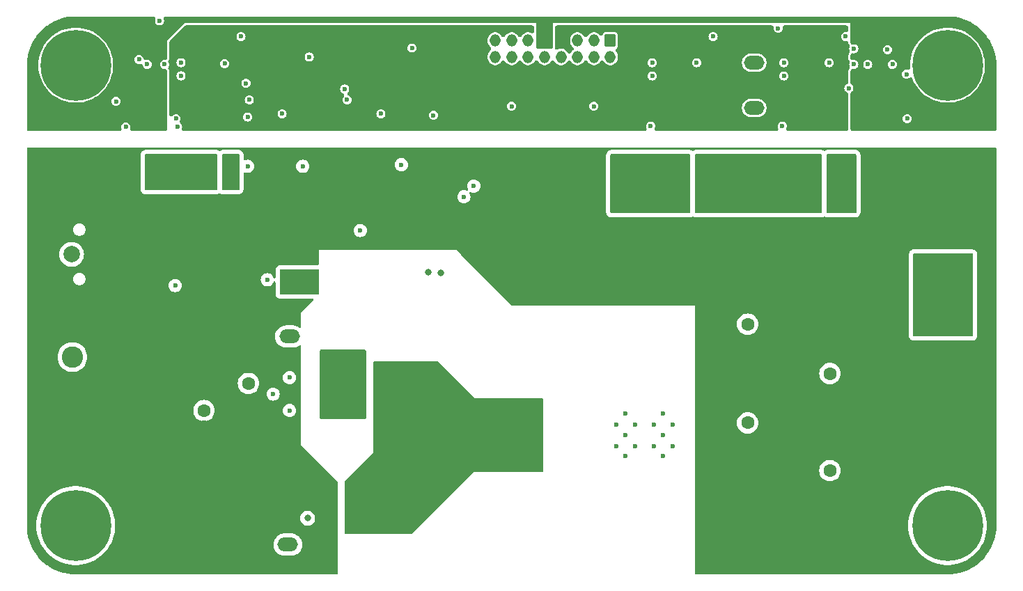
<source format=gbr>
%TF.GenerationSoftware,KiCad,Pcbnew,8.0.4*%
%TF.CreationDate,2024-08-07T19:09:05+02:00*%
%TF.ProjectId,ELE0124CL_power_buck,454c4530-3132-4344-934c-5f706f776572,1.0*%
%TF.SameCoordinates,Original*%
%TF.FileFunction,Copper,L3,Inr*%
%TF.FilePolarity,Positive*%
%FSLAX46Y46*%
G04 Gerber Fmt 4.6, Leading zero omitted, Abs format (unit mm)*
G04 Created by KiCad (PCBNEW 8.0.4) date 2024-08-07 19:09:05*
%MOMM*%
%LPD*%
G01*
G04 APERTURE LIST*
G04 Aperture macros list*
%AMRoundRect*
0 Rectangle with rounded corners*
0 $1 Rounding radius*
0 $2 $3 $4 $5 $6 $7 $8 $9 X,Y pos of 4 corners*
0 Add a 4 corners polygon primitive as box body*
4,1,4,$2,$3,$4,$5,$6,$7,$8,$9,$2,$3,0*
0 Add four circle primitives for the rounded corners*
1,1,$1+$1,$2,$3*
1,1,$1+$1,$4,$5*
1,1,$1+$1,$6,$7*
1,1,$1+$1,$8,$9*
0 Add four rect primitives between the rounded corners*
20,1,$1+$1,$2,$3,$4,$5,0*
20,1,$1+$1,$4,$5,$6,$7,0*
20,1,$1+$1,$6,$7,$8,$9,0*
20,1,$1+$1,$8,$9,$2,$3,0*%
G04 Aperture macros list end*
%TA.AperFunction,ComponentPad*%
%ADD10C,1.600000*%
%TD*%
%TA.AperFunction,ComponentPad*%
%ADD11C,1.200000*%
%TD*%
%TA.AperFunction,ComponentPad*%
%ADD12C,8.600000*%
%TD*%
%TA.AperFunction,ComponentPad*%
%ADD13RoundRect,0.050000X-1.250000X1.250000X-1.250000X-1.250000X1.250000X-1.250000X1.250000X1.250000X0*%
%TD*%
%TA.AperFunction,ComponentPad*%
%ADD14C,2.600000*%
%TD*%
%TA.AperFunction,ComponentPad*%
%ADD15O,2.500000X1.700000*%
%TD*%
%TA.AperFunction,ComponentPad*%
%ADD16RoundRect,0.200000X0.800000X-0.800000X0.800000X0.800000X-0.800000X0.800000X-0.800000X-0.800000X0*%
%TD*%
%TA.AperFunction,ComponentPad*%
%ADD17C,2.000000*%
%TD*%
%TA.AperFunction,ComponentPad*%
%ADD18RoundRect,0.043333X-0.606667X0.706667X-0.606667X-0.706667X0.606667X-0.706667X0.606667X0.706667X0*%
%TD*%
%TA.AperFunction,ComponentPad*%
%ADD19O,1.300000X1.500000*%
%TD*%
%TA.AperFunction,ComponentPad*%
%ADD20RoundRect,0.050000X1.250000X-1.250000X1.250000X1.250000X-1.250000X1.250000X-1.250000X-1.250000X0*%
%TD*%
%TA.AperFunction,ViaPad*%
%ADD21C,0.600000*%
%TD*%
%TA.AperFunction,ViaPad*%
%ADD22C,0.800000*%
%TD*%
G04 APERTURE END LIST*
D10*
%TO.N,+24V*%
%TO.C,C2*%
X92600000Y-109000000D03*
%TO.N,GND_PWR*%
X92600000Y-111000000D03*
%TD*%
D11*
%TO.N,N/C*%
%TO.C,REF\u002A\u002A*%
X179775000Y-123000000D03*
X180719581Y-120719581D03*
X180719581Y-125280419D03*
X183000000Y-119775000D03*
D12*
X183000000Y-123000000D03*
D11*
X183000000Y-126225000D03*
X185280419Y-120719581D03*
X185280419Y-125280419D03*
X186225000Y-123000000D03*
%TD*%
D13*
%TO.N,+VOUT_OUT*%
%TO.C,J3*%
X183400000Y-97500000D03*
D14*
%TO.N,GND_PWR*%
X183400000Y-102500000D03*
%TD*%
D15*
%TO.N,/Gate Drivers/G_SENSE_L*%
%TO.C,TP6*%
X102800000Y-125300000D03*
%TD*%
D16*
%TO.N,GND_PWR*%
%TO.C,J1*%
X73500000Y-90000000D03*
D17*
%TO.N,+12V*%
X76500000Y-90000000D03*
%TD*%
D15*
%TO.N,/Gate Drivers/G_SENSE_H*%
%TO.C,TP5*%
X103000000Y-100000000D03*
%TD*%
D10*
%TO.N,+24V*%
%TO.C,C1*%
X98000000Y-105700000D03*
%TO.N,GND_PWR*%
X98000000Y-103700000D03*
%TD*%
D11*
%TO.N,N/C*%
%TO.C,REF\u002A\u002A*%
X73775000Y-67000000D03*
X74719581Y-64719581D03*
X74719581Y-69280419D03*
X77000000Y-63775000D03*
D12*
X77000000Y-67000000D03*
D11*
X77000000Y-70225000D03*
X79280419Y-64719581D03*
X79280419Y-69280419D03*
X80225000Y-67000000D03*
%TD*%
D15*
%TO.N,/Gate Drivers/SWITCHING_NODE*%
%TO.C,TP7*%
X118000000Y-112000000D03*
%TD*%
%TO.N,GND_PWR*%
%TO.C,TP8*%
X95000000Y-120000000D03*
%TD*%
D10*
%TO.N,+VOUT*%
%TO.C,C8*%
X168700000Y-116300000D03*
%TO.N,GND_PWR*%
X168700000Y-121300000D03*
%TD*%
D18*
%TO.N,/PWM_H1*%
%TO.C,J4*%
X142000000Y-64000000D03*
D19*
%TO.N,/PWM_L1*%
X142000000Y-66000000D03*
%TO.N,unconnected-(J4-Pin_3-Pad3)*%
X140000000Y-64000000D03*
%TO.N,unconnected-(J4-Pin_4-Pad4)*%
X140000000Y-66000000D03*
%TO.N,GND*%
X138000000Y-64000000D03*
X138000000Y-66000000D03*
%TO.N,+5V*%
X136000000Y-64000000D03*
%TO.N,/RESET*%
X136000000Y-66000000D03*
%TO.N,+3V3*%
X134000000Y-64000000D03*
%TO.N,unconnected-(J4-Pin_10-Pad10)*%
X134000000Y-66000000D03*
%TO.N,unconnected-(J4-Pin_11-Pad11)*%
X132000000Y-64000000D03*
%TO.N,/ADC_6*%
X132000000Y-66000000D03*
%TO.N,/ADC_0*%
X130000000Y-64000000D03*
%TO.N,/ADC_1*%
X130000000Y-66000000D03*
%TO.N,/ADC_2*%
X128000000Y-64000000D03*
%TO.N,/ADC_3*%
X128000000Y-66000000D03*
%TD*%
D10*
%TO.N,+VOUT*%
%TO.C,C11*%
X158700000Y-110500000D03*
%TO.N,GND_PWR*%
X158700000Y-115500000D03*
%TD*%
%TO.N,+VOUT*%
%TO.C,C7*%
X158700000Y-98500000D03*
%TO.N,GND_PWR*%
X158700000Y-103500000D03*
%TD*%
D15*
%TO.N,/ADC_1*%
%TO.C,TP1*%
X159500000Y-66700000D03*
%TD*%
D20*
%TO.N,GND_PWR*%
%TO.C,J2*%
X76600000Y-107500000D03*
D14*
%TO.N,+24V_IN*%
X76600000Y-102500000D03*
%TD*%
D11*
%TO.N,N/C*%
%TO.C,REF\u002A\u002A*%
X73775000Y-123000000D03*
X74719581Y-120719581D03*
X74719581Y-125280419D03*
X77000000Y-119775000D03*
D12*
X77000000Y-123000000D03*
D11*
X77000000Y-126225000D03*
X79280419Y-120719581D03*
X79280419Y-125280419D03*
X80225000Y-123000000D03*
%TD*%
%TO.N,N/C*%
%TO.C,REF\u002A\u002A*%
X179775000Y-67000000D03*
X180719581Y-64719581D03*
X180719581Y-69280419D03*
X183000000Y-63775000D03*
D12*
X183000000Y-67000000D03*
D11*
X183000000Y-70225000D03*
X185280419Y-64719581D03*
X185280419Y-69280419D03*
X186225000Y-67000000D03*
%TD*%
D15*
%TO.N,GND*%
%TO.C,TP13*%
X159500000Y-72200000D03*
%TD*%
D10*
%TO.N,+VOUT*%
%TO.C,C9*%
X168700000Y-104500000D03*
%TO.N,GND_PWR*%
X168700000Y-109500000D03*
%TD*%
D21*
%TO.N,GND_PWR*%
X89100000Y-88200000D03*
X173300000Y-99800000D03*
X134000000Y-90000000D03*
X176300000Y-82400000D03*
X163400000Y-98400000D03*
D22*
X106300000Y-119300000D03*
D21*
X103600000Y-121000000D03*
X173400000Y-95000000D03*
X163900000Y-124000000D03*
X126600000Y-88800000D03*
X103600000Y-119000000D03*
D22*
X121350000Y-92250000D03*
D21*
X163900000Y-122600000D03*
X91400000Y-99900000D03*
X128200000Y-83000000D03*
X75000000Y-80000000D03*
X183000000Y-115000000D03*
X96800000Y-112800000D03*
X99200000Y-112800000D03*
X80000000Y-115000000D03*
X153900000Y-125000000D03*
X134000000Y-83000000D03*
X85500000Y-93100000D03*
X163900000Y-121600000D03*
X153900000Y-124000000D03*
X140000000Y-90000000D03*
X154000000Y-119200000D03*
X124200000Y-88800000D03*
X103600000Y-116900000D03*
X93000000Y-115000000D03*
X173300000Y-100800000D03*
X140000000Y-83000000D03*
X86000000Y-125000000D03*
X107000000Y-117000000D03*
X102000000Y-118000000D03*
X163900000Y-125000000D03*
X86000000Y-115000000D03*
X94000000Y-125000000D03*
X173400000Y-98400000D03*
X98400000Y-98100000D03*
X154000000Y-120200000D03*
X163400000Y-96000000D03*
X173400000Y-97400000D03*
X80600000Y-83200000D03*
X163400000Y-95000000D03*
X183000000Y-110000000D03*
X81100000Y-91700000D03*
X176300000Y-86300000D03*
X86000000Y-120000000D03*
X91400000Y-102000000D03*
X80000000Y-80000000D03*
X102000000Y-120000000D03*
X173400000Y-96000000D03*
X182100000Y-79900000D03*
X93800000Y-102000000D03*
X85500000Y-94100000D03*
X163400000Y-97400000D03*
X182100000Y-78300000D03*
X93800000Y-99900000D03*
X87300000Y-86000000D03*
X154000000Y-121600000D03*
X154000000Y-122600000D03*
X75000000Y-115000000D03*
%TO.N,+24V*%
X109100000Y-107900000D03*
X95200000Y-80200000D03*
X95200000Y-81600000D03*
X109100000Y-102700000D03*
X95800000Y-80900000D03*
X96400000Y-80200000D03*
X100300000Y-93100000D03*
X103000000Y-105000000D03*
X111500000Y-107900000D03*
X111500000Y-105300000D03*
X101000000Y-107000000D03*
X110300000Y-104000000D03*
X103000000Y-109000000D03*
X109100000Y-105300000D03*
X111500000Y-102700000D03*
X110300000Y-106600000D03*
%TO.N,+VOUT*%
X155400000Y-79000000D03*
X160000000Y-81600000D03*
X156500000Y-82900000D03*
X165700000Y-80300000D03*
X160000000Y-79000000D03*
X161100000Y-80300000D03*
X162300000Y-79000000D03*
X153100000Y-81600000D03*
X155400000Y-81600000D03*
X163400000Y-82900000D03*
X157700000Y-81600000D03*
X162300000Y-81600000D03*
X156500000Y-80300000D03*
X154200000Y-80300000D03*
X158800000Y-80300000D03*
X161100000Y-82900000D03*
X165700000Y-82900000D03*
X164600000Y-81600000D03*
X166900000Y-81600000D03*
X163400000Y-80300000D03*
X157700000Y-79000000D03*
X154200000Y-82900000D03*
X158800000Y-82900000D03*
%TO.N,GND*%
X98100000Y-71200000D03*
X84700000Y-66300000D03*
X178000000Y-68100000D03*
X178100000Y-73500000D03*
X171600000Y-65000000D03*
X162900000Y-74400000D03*
X109700000Y-69900000D03*
X89400000Y-74500000D03*
X171000000Y-69800000D03*
X97900000Y-73300000D03*
X105400000Y-66000000D03*
X147100000Y-66700000D03*
X97700000Y-69200000D03*
X120500000Y-73100000D03*
X89200000Y-73500000D03*
X154500000Y-63500000D03*
X170600000Y-63500000D03*
X83100000Y-74500000D03*
X146900000Y-74400000D03*
X89800000Y-66700000D03*
X110000000Y-71200000D03*
X130000000Y-72000000D03*
X89800000Y-68300000D03*
X163100000Y-66700000D03*
X81900000Y-71400000D03*
X147100000Y-68300000D03*
X163100000Y-68300000D03*
X97100000Y-63500000D03*
X140000000Y-72000000D03*
X171600000Y-66900000D03*
%TO.N,+5V*%
X166100000Y-71500000D03*
X97900000Y-66000000D03*
X110000000Y-66000000D03*
X92605000Y-71500000D03*
X114100000Y-69200000D03*
X150100000Y-71500000D03*
X105500000Y-67600000D03*
X151000000Y-65300000D03*
X93705000Y-65300000D03*
X97900000Y-67600000D03*
X102100000Y-69200000D03*
X167000000Y-65300000D03*
X110000000Y-67600000D03*
%TO.N,/Gate Drivers/VBOOT*%
X97900000Y-79300000D03*
X104600000Y-79300000D03*
%TO.N,/Gate Drivers/SWITCHING_NODE*%
X126300000Y-113300000D03*
X116200000Y-122500000D03*
X115100000Y-121300000D03*
X128600000Y-113300000D03*
X117400000Y-118700000D03*
X127400000Y-112000000D03*
X132000000Y-112000000D03*
X116200000Y-117400000D03*
X117400000Y-121300000D03*
X111600000Y-122500000D03*
X111600000Y-120000000D03*
X112800000Y-118700000D03*
X115100000Y-104000000D03*
X117000000Y-115000000D03*
X126300000Y-110700000D03*
X133200000Y-110700000D03*
X130900000Y-113300000D03*
X115100000Y-105900000D03*
X120000000Y-109000000D03*
X120000000Y-117000000D03*
X123000000Y-112000000D03*
X130900000Y-110700000D03*
X116200000Y-120000000D03*
X133200000Y-113300000D03*
X115100000Y-118700000D03*
X112800000Y-121300000D03*
X117000000Y-105000000D03*
X132000000Y-114500000D03*
X132000000Y-109400000D03*
X127400000Y-109400000D03*
X127400000Y-114500000D03*
X123000000Y-109000000D03*
X111600000Y-117400000D03*
X110500000Y-121300000D03*
X120000000Y-115000000D03*
X117000000Y-109000000D03*
X128600000Y-110700000D03*
X120000000Y-107000000D03*
X113900000Y-107400000D03*
X117000000Y-107000000D03*
X110500000Y-118700000D03*
X123000000Y-115000000D03*
X120000000Y-105000000D03*
%TO.N,+12V*%
X111600000Y-87100000D03*
X105800000Y-94000000D03*
X125400000Y-81700000D03*
X104300000Y-92600000D03*
X102800000Y-92600000D03*
X102800000Y-94000000D03*
X105800000Y-92600000D03*
X116600000Y-79100000D03*
X104300000Y-94000000D03*
X124200000Y-83000000D03*
%TO.N,+3V3*%
X172000000Y-73500000D03*
X84700000Y-62400000D03*
X172100000Y-63400000D03*
X82900000Y-73200000D03*
%TO.N,+24V_IN*%
X88400000Y-80200000D03*
X90800000Y-81400000D03*
X86800000Y-80200000D03*
X91600000Y-80200000D03*
X86000000Y-79000000D03*
X89100000Y-93800000D03*
X89200000Y-79000000D03*
X87600000Y-81400000D03*
X92400000Y-81400000D03*
X90000000Y-80200000D03*
X93200000Y-80200000D03*
X89200000Y-81400000D03*
X87600000Y-79000000D03*
X90800000Y-79000000D03*
X86000000Y-81400000D03*
%TO.N,+VOUT_OUT*%
X185300000Y-93300000D03*
X170200000Y-80300000D03*
X170200000Y-82900000D03*
X179600000Y-94600000D03*
X171300000Y-81600000D03*
X184200000Y-94600000D03*
X181900000Y-94600000D03*
X183000000Y-93300000D03*
X179600000Y-92000000D03*
X169000000Y-81600000D03*
X181900000Y-92000000D03*
X183000000Y-90700000D03*
X180700000Y-90700000D03*
X180700000Y-93300000D03*
X185300000Y-90700000D03*
X184200000Y-92000000D03*
X171300000Y-79000000D03*
%TO.N,/ADC_3*%
X95105000Y-66800000D03*
%TO.N,/ADC_2*%
X87200000Y-61600000D03*
%TO.N,/ADC_0*%
X175700000Y-65100000D03*
%TO.N,/RESET*%
X114100000Y-72900000D03*
X117900000Y-64900000D03*
X102100000Y-72900000D03*
%TO.N,/ADC_1*%
X152500000Y-66700000D03*
%TO.N,/ADC_6*%
X168600000Y-66700000D03*
X162400000Y-62500000D03*
%TO.N,Net-(L1-Pad2)*%
X145000000Y-113300000D03*
X149600000Y-113300000D03*
X148400000Y-109400000D03*
X143800000Y-114500000D03*
X147300000Y-110700000D03*
X149800000Y-80300000D03*
X144000000Y-81600000D03*
X145200000Y-82900000D03*
X148600000Y-81600000D03*
X146300000Y-81600000D03*
X142900000Y-80300000D03*
X142700000Y-113300000D03*
X149800000Y-82900000D03*
X145200000Y-80300000D03*
X147500000Y-80300000D03*
X149600000Y-110700000D03*
X147500000Y-82900000D03*
X147300000Y-113300000D03*
X142700000Y-110700000D03*
X146300000Y-79000000D03*
X148400000Y-114500000D03*
X150900000Y-81600000D03*
X143800000Y-109400000D03*
X142900000Y-82900000D03*
X144000000Y-79000000D03*
X148400000Y-112000000D03*
X145000000Y-110700000D03*
X143800000Y-112000000D03*
D22*
%TO.N,/Gate Drivers/G_SENSE_L*%
X119900000Y-92200000D03*
X105200000Y-122100000D03*
D21*
%TO.N,Net-(U8A-IN1+)*%
X87800000Y-66900000D03*
X85700000Y-66900000D03*
%TO.N,Net-(U12A-IN1+)*%
X173300000Y-66900000D03*
X176300000Y-66900000D03*
%TD*%
%TA.AperFunction,Conductor*%
%TO.N,+24V*%
G36*
X96843039Y-77819685D02*
G01*
X96888794Y-77872489D01*
X96900000Y-77924000D01*
X96900000Y-82076000D01*
X96880315Y-82143039D01*
X96827511Y-82188794D01*
X96776000Y-82200000D01*
X94924000Y-82200000D01*
X94856961Y-82180315D01*
X94811206Y-82127511D01*
X94800000Y-82076000D01*
X94800000Y-77924000D01*
X94819685Y-77856961D01*
X94872489Y-77811206D01*
X94924000Y-77800000D01*
X96776000Y-77800000D01*
X96843039Y-77819685D01*
G37*
%TD.AperFunction*%
%TD*%
%TA.AperFunction,Conductor*%
%TO.N,+24V_IN*%
G36*
X94143039Y-77819685D02*
G01*
X94188794Y-77872489D01*
X94200000Y-77924000D01*
X94200000Y-82076000D01*
X94180315Y-82143039D01*
X94127511Y-82188794D01*
X94076000Y-82200000D01*
X85524000Y-82200000D01*
X85456961Y-82180315D01*
X85411206Y-82127511D01*
X85400000Y-82076000D01*
X85400000Y-77924000D01*
X85419685Y-77856961D01*
X85472489Y-77811206D01*
X85524000Y-77800000D01*
X94076000Y-77800000D01*
X94143039Y-77819685D01*
G37*
%TD.AperFunction*%
%TD*%
%TA.AperFunction,Conductor*%
%TO.N,/Gate Drivers/SWITCHING_NODE*%
G36*
X121015677Y-103019685D02*
G01*
X121036319Y-103036319D01*
X125500000Y-107500000D01*
X133676000Y-107500000D01*
X133743039Y-107519685D01*
X133788794Y-107572489D01*
X133800000Y-107624000D01*
X133800000Y-116376000D01*
X133780315Y-116443039D01*
X133727511Y-116488794D01*
X133676000Y-116500000D01*
X125399999Y-116500000D01*
X117936319Y-123963681D01*
X117874996Y-123997166D01*
X117848638Y-124000000D01*
X109824000Y-124000000D01*
X109756961Y-123980315D01*
X109711206Y-123927511D01*
X109700000Y-123876000D01*
X109700000Y-117652418D01*
X109719685Y-117585379D01*
X109737599Y-117563475D01*
X113200000Y-114200000D01*
X113200000Y-103124000D01*
X113219685Y-103056961D01*
X113272489Y-103011206D01*
X113324000Y-103000000D01*
X120948638Y-103000000D01*
X121015677Y-103019685D01*
G37*
%TD.AperFunction*%
%TD*%
%TA.AperFunction,Conductor*%
%TO.N,GND_PWR*%
G36*
X188882539Y-77019685D02*
G01*
X188928294Y-77072489D01*
X188939500Y-77124000D01*
X188939500Y-122997575D01*
X188939404Y-123002443D01*
X188921382Y-123461140D01*
X188920618Y-123470847D01*
X188866947Y-123924304D01*
X188865424Y-123933920D01*
X188776341Y-124381769D01*
X188774068Y-124391237D01*
X188650124Y-124830708D01*
X188647116Y-124839968D01*
X188489067Y-125268378D01*
X188485341Y-125277373D01*
X188294168Y-125692061D01*
X188289749Y-125700732D01*
X188066633Y-126099133D01*
X188061552Y-126107426D01*
X187807862Y-126487100D01*
X187802139Y-126494977D01*
X187519445Y-126853573D01*
X187513122Y-126860976D01*
X187203168Y-127196283D01*
X187196283Y-127203168D01*
X186860976Y-127513122D01*
X186853573Y-127519445D01*
X186494977Y-127802139D01*
X186487100Y-127807862D01*
X186107426Y-128061552D01*
X186099133Y-128066633D01*
X185714014Y-128282312D01*
X185700736Y-128289748D01*
X185692061Y-128294168D01*
X185277373Y-128485341D01*
X185268378Y-128489067D01*
X184839968Y-128647116D01*
X184830708Y-128650124D01*
X184391237Y-128774068D01*
X184381769Y-128776341D01*
X183933920Y-128865424D01*
X183924304Y-128866947D01*
X183470847Y-128920618D01*
X183461140Y-128921382D01*
X183002443Y-128939404D01*
X182997575Y-128939500D01*
X152424000Y-128939500D01*
X152356961Y-128919815D01*
X152311206Y-128867011D01*
X152300000Y-128815500D01*
X152300000Y-122999996D01*
X178194661Y-122999996D01*
X178194661Y-123000003D01*
X178214005Y-123430737D01*
X178214005Y-123430745D01*
X178214006Y-123430747D01*
X178219438Y-123470847D01*
X178271885Y-123858027D01*
X178367830Y-124278391D01*
X178501073Y-124688472D01*
X178501076Y-124688480D01*
X178670533Y-125084947D01*
X178670537Y-125084955D01*
X178729063Y-125193713D01*
X178874863Y-125464655D01*
X178874867Y-125464661D01*
X178874867Y-125464662D01*
X179112394Y-125824501D01*
X179112404Y-125824514D01*
X179381225Y-126161607D01*
X179381235Y-126161618D01*
X179381236Y-126161619D01*
X179679210Y-126473274D01*
X180003920Y-126756965D01*
X180003930Y-126756972D01*
X180003931Y-126756973D01*
X180339524Y-127000796D01*
X180352753Y-127010407D01*
X180722900Y-127231560D01*
X180722903Y-127231561D01*
X180722904Y-127231562D01*
X180722906Y-127231563D01*
X181111372Y-127418639D01*
X181111386Y-127418645D01*
X181515055Y-127570144D01*
X181515059Y-127570145D01*
X181515069Y-127570149D01*
X181930711Y-127684859D01*
X182354964Y-127761850D01*
X182784409Y-127800500D01*
X182784416Y-127800500D01*
X183215584Y-127800500D01*
X183215591Y-127800500D01*
X183645036Y-127761850D01*
X184069289Y-127684859D01*
X184484931Y-127570149D01*
X184888619Y-127418643D01*
X185277100Y-127231560D01*
X185647247Y-127010407D01*
X185996080Y-126756965D01*
X186320790Y-126473274D01*
X186618764Y-126161619D01*
X186661982Y-126107426D01*
X186887595Y-125824514D01*
X186887601Y-125824507D01*
X187125137Y-125464655D01*
X187329461Y-125084958D01*
X187498926Y-124688475D01*
X187632168Y-124278397D01*
X187728115Y-123858026D01*
X187785994Y-123430747D01*
X187805339Y-123000000D01*
X187785994Y-122569253D01*
X187728115Y-122141974D01*
X187632168Y-121721603D01*
X187498926Y-121311525D01*
X187435376Y-121162843D01*
X187329466Y-120915052D01*
X187329462Y-120915044D01*
X187329461Y-120915042D01*
X187125137Y-120535345D01*
X187125132Y-120535337D01*
X186887605Y-120175498D01*
X186887595Y-120175485D01*
X186618774Y-119838392D01*
X186618762Y-119838379D01*
X186320794Y-119526730D01*
X186320793Y-119526729D01*
X186320790Y-119526726D01*
X185996080Y-119243035D01*
X185996068Y-119243026D01*
X185647256Y-118989599D01*
X185647251Y-118989596D01*
X185647247Y-118989593D01*
X185277100Y-118768440D01*
X185277095Y-118768437D01*
X185277093Y-118768436D01*
X184888627Y-118581360D01*
X184888613Y-118581354D01*
X184484944Y-118429855D01*
X184484919Y-118429847D01*
X184069295Y-118315142D01*
X183645043Y-118238151D01*
X183645040Y-118238150D01*
X183645036Y-118238150D01*
X183215591Y-118199500D01*
X182784409Y-118199500D01*
X182354964Y-118238150D01*
X182354960Y-118238150D01*
X182354956Y-118238151D01*
X181930704Y-118315142D01*
X181515080Y-118429847D01*
X181515055Y-118429855D01*
X181111386Y-118581354D01*
X181111372Y-118581360D01*
X180722906Y-118768436D01*
X180722904Y-118768437D01*
X180352743Y-118989599D01*
X180003931Y-119243026D01*
X180003914Y-119243039D01*
X179679210Y-119526726D01*
X179679205Y-119526730D01*
X179381237Y-119838379D01*
X179381225Y-119838392D01*
X179112404Y-120175485D01*
X179112394Y-120175498D01*
X178874867Y-120535337D01*
X178874867Y-120535338D01*
X178670537Y-120915044D01*
X178670533Y-120915052D01*
X178501076Y-121311519D01*
X178501073Y-121311527D01*
X178367830Y-121721608D01*
X178271885Y-122141972D01*
X178214006Y-122569253D01*
X178214005Y-122569262D01*
X178194661Y-122999996D01*
X152300000Y-122999996D01*
X152300000Y-116299998D01*
X167394532Y-116299998D01*
X167394532Y-116300001D01*
X167414364Y-116526686D01*
X167414366Y-116526697D01*
X167473258Y-116746488D01*
X167473261Y-116746497D01*
X167569431Y-116952732D01*
X167569432Y-116952734D01*
X167699954Y-117139141D01*
X167860858Y-117300045D01*
X167860861Y-117300047D01*
X168047266Y-117430568D01*
X168253504Y-117526739D01*
X168473308Y-117585635D01*
X168635230Y-117599801D01*
X168699998Y-117605468D01*
X168700000Y-117605468D01*
X168700002Y-117605468D01*
X168756673Y-117600509D01*
X168926692Y-117585635D01*
X169146496Y-117526739D01*
X169352734Y-117430568D01*
X169539139Y-117300047D01*
X169700047Y-117139139D01*
X169830568Y-116952734D01*
X169926739Y-116746496D01*
X169985635Y-116526692D01*
X170005468Y-116300000D01*
X169985635Y-116073308D01*
X169926739Y-115853504D01*
X169830568Y-115647266D01*
X169700047Y-115460861D01*
X169700045Y-115460858D01*
X169539141Y-115299954D01*
X169352734Y-115169432D01*
X169352732Y-115169431D01*
X169146497Y-115073261D01*
X169146488Y-115073258D01*
X168926697Y-115014366D01*
X168926693Y-115014365D01*
X168926692Y-115014365D01*
X168926691Y-115014364D01*
X168926686Y-115014364D01*
X168700002Y-114994532D01*
X168699998Y-114994532D01*
X168473313Y-115014364D01*
X168473302Y-115014366D01*
X168253511Y-115073258D01*
X168253502Y-115073261D01*
X168047267Y-115169431D01*
X168047265Y-115169432D01*
X167860858Y-115299954D01*
X167699954Y-115460858D01*
X167569432Y-115647265D01*
X167569431Y-115647267D01*
X167473261Y-115853502D01*
X167473258Y-115853511D01*
X167414366Y-116073302D01*
X167414364Y-116073313D01*
X167394532Y-116299998D01*
X152300000Y-116299998D01*
X152300000Y-110499998D01*
X157394532Y-110499998D01*
X157394532Y-110500001D01*
X157414364Y-110726686D01*
X157414366Y-110726697D01*
X157473258Y-110946488D01*
X157473261Y-110946497D01*
X157569431Y-111152732D01*
X157569432Y-111152734D01*
X157699954Y-111339141D01*
X157860858Y-111500045D01*
X157907693Y-111532839D01*
X158047266Y-111630568D01*
X158253504Y-111726739D01*
X158473308Y-111785635D01*
X158635230Y-111799801D01*
X158699998Y-111805468D01*
X158700000Y-111805468D01*
X158700002Y-111805468D01*
X158756673Y-111800509D01*
X158926692Y-111785635D01*
X159146496Y-111726739D01*
X159352734Y-111630568D01*
X159539139Y-111500047D01*
X159700047Y-111339139D01*
X159830568Y-111152734D01*
X159926739Y-110946496D01*
X159985635Y-110726692D01*
X160005468Y-110500000D01*
X160004938Y-110493947D01*
X159997206Y-110405567D01*
X159985635Y-110273308D01*
X159926739Y-110053504D01*
X159830568Y-109847266D01*
X159700047Y-109660861D01*
X159700045Y-109660858D01*
X159539141Y-109499954D01*
X159352734Y-109369432D01*
X159352732Y-109369431D01*
X159146497Y-109273261D01*
X159146488Y-109273258D01*
X158926697Y-109214366D01*
X158926693Y-109214365D01*
X158926692Y-109214365D01*
X158926691Y-109214364D01*
X158926686Y-109214364D01*
X158700002Y-109194532D01*
X158699998Y-109194532D01*
X158473313Y-109214364D01*
X158473302Y-109214366D01*
X158253511Y-109273258D01*
X158253502Y-109273261D01*
X158047267Y-109369431D01*
X158047265Y-109369432D01*
X157860858Y-109499954D01*
X157699954Y-109660858D01*
X157569432Y-109847265D01*
X157569431Y-109847267D01*
X157473261Y-110053502D01*
X157473258Y-110053511D01*
X157414366Y-110273302D01*
X157414364Y-110273313D01*
X157394532Y-110499998D01*
X152300000Y-110499998D01*
X152300000Y-104499998D01*
X167394532Y-104499998D01*
X167394532Y-104500001D01*
X167414364Y-104726686D01*
X167414366Y-104726697D01*
X167473258Y-104946488D01*
X167473261Y-104946497D01*
X167569431Y-105152732D01*
X167569432Y-105152734D01*
X167699954Y-105339141D01*
X167860858Y-105500045D01*
X167860861Y-105500047D01*
X168047266Y-105630568D01*
X168253504Y-105726739D01*
X168473308Y-105785635D01*
X168635230Y-105799801D01*
X168699998Y-105805468D01*
X168700000Y-105805468D01*
X168700002Y-105805468D01*
X168756673Y-105800509D01*
X168926692Y-105785635D01*
X169146496Y-105726739D01*
X169352734Y-105630568D01*
X169539139Y-105500047D01*
X169700047Y-105339139D01*
X169830568Y-105152734D01*
X169926739Y-104946496D01*
X169985635Y-104726692D01*
X170005468Y-104500000D01*
X169985635Y-104273308D01*
X169929459Y-104063654D01*
X169926741Y-104053511D01*
X169926738Y-104053502D01*
X169830568Y-103847267D01*
X169830567Y-103847265D01*
X169700045Y-103660858D01*
X169539141Y-103499954D01*
X169352734Y-103369432D01*
X169352732Y-103369431D01*
X169146497Y-103273261D01*
X169146488Y-103273258D01*
X168926697Y-103214366D01*
X168926693Y-103214365D01*
X168926692Y-103214365D01*
X168926691Y-103214364D01*
X168926686Y-103214364D01*
X168700002Y-103194532D01*
X168699998Y-103194532D01*
X168473313Y-103214364D01*
X168473302Y-103214366D01*
X168253511Y-103273258D01*
X168253502Y-103273261D01*
X168047267Y-103369431D01*
X168047265Y-103369432D01*
X167860858Y-103499954D01*
X167699954Y-103660858D01*
X167569432Y-103847265D01*
X167569431Y-103847267D01*
X167473261Y-104053502D01*
X167473258Y-104053511D01*
X167414366Y-104273302D01*
X167414364Y-104273313D01*
X167394532Y-104499998D01*
X152300000Y-104499998D01*
X152300000Y-98499998D01*
X157394532Y-98499998D01*
X157394532Y-98500001D01*
X157414364Y-98726686D01*
X157414366Y-98726697D01*
X157473258Y-98946488D01*
X157473261Y-98946497D01*
X157569431Y-99152732D01*
X157569432Y-99152734D01*
X157699954Y-99339141D01*
X157860858Y-99500045D01*
X157860861Y-99500047D01*
X158047266Y-99630568D01*
X158253504Y-99726739D01*
X158473308Y-99785635D01*
X158635230Y-99799801D01*
X158699998Y-99805468D01*
X158700000Y-99805468D01*
X158700002Y-99805468D01*
X158756673Y-99800509D01*
X158926692Y-99785635D01*
X159146496Y-99726739D01*
X159352734Y-99630568D01*
X159539139Y-99500047D01*
X159700047Y-99339139D01*
X159830568Y-99152734D01*
X159926739Y-98946496D01*
X159985635Y-98726692D01*
X160005468Y-98500000D01*
X159985635Y-98273308D01*
X159926739Y-98053504D01*
X159830568Y-97847266D01*
X159700047Y-97660861D01*
X159700045Y-97660858D01*
X159539141Y-97499954D01*
X159352734Y-97369432D01*
X159352732Y-97369431D01*
X159146497Y-97273261D01*
X159146488Y-97273258D01*
X158926697Y-97214366D01*
X158926693Y-97214365D01*
X158926692Y-97214365D01*
X158926691Y-97214364D01*
X158926686Y-97214364D01*
X158700002Y-97194532D01*
X158699998Y-97194532D01*
X158473313Y-97214364D01*
X158473302Y-97214366D01*
X158253511Y-97273258D01*
X158253502Y-97273261D01*
X158047267Y-97369431D01*
X158047265Y-97369432D01*
X157860858Y-97499954D01*
X157699954Y-97660858D01*
X157569432Y-97847265D01*
X157569431Y-97847267D01*
X157473261Y-98053502D01*
X157473258Y-98053511D01*
X157414366Y-98273302D01*
X157414364Y-98273313D01*
X157394532Y-98499998D01*
X152300000Y-98499998D01*
X152300000Y-96200000D01*
X130051362Y-96200000D01*
X129984323Y-96180315D01*
X129963681Y-96163681D01*
X123824000Y-90024000D01*
X178294500Y-90024000D01*
X178294500Y-99876000D01*
X178294501Y-99876009D01*
X178306052Y-99983450D01*
X178306054Y-99983462D01*
X178317260Y-100034972D01*
X178351383Y-100137497D01*
X178351386Y-100137503D01*
X178429171Y-100258537D01*
X178429179Y-100258548D01*
X178474923Y-100311340D01*
X178474926Y-100311343D01*
X178474930Y-100311347D01*
X178583664Y-100405567D01*
X178583667Y-100405568D01*
X178583668Y-100405569D01*
X178677925Y-100448616D01*
X178714541Y-100465338D01*
X178781580Y-100485023D01*
X178781584Y-100485024D01*
X178924000Y-100505500D01*
X178924003Y-100505500D01*
X185975990Y-100505500D01*
X185976000Y-100505500D01*
X186083456Y-100493947D01*
X186134967Y-100482741D01*
X186169197Y-100471347D01*
X186237497Y-100448616D01*
X186237501Y-100448613D01*
X186237504Y-100448613D01*
X186358543Y-100370825D01*
X186411347Y-100325070D01*
X186505567Y-100216336D01*
X186565338Y-100085459D01*
X186585023Y-100018420D01*
X186585024Y-100018416D01*
X186605500Y-99876000D01*
X186605500Y-90024000D01*
X186593947Y-89916544D01*
X186582741Y-89865033D01*
X186582637Y-89864722D01*
X186548616Y-89762502D01*
X186548613Y-89762496D01*
X186470828Y-89641462D01*
X186470825Y-89641457D01*
X186470820Y-89641451D01*
X186425076Y-89588659D01*
X186425072Y-89588656D01*
X186425070Y-89588653D01*
X186316336Y-89494433D01*
X186316333Y-89494431D01*
X186316331Y-89494430D01*
X186185465Y-89434664D01*
X186185460Y-89434662D01*
X186185459Y-89434662D01*
X186118420Y-89414977D01*
X186118422Y-89414977D01*
X186118417Y-89414976D01*
X186056347Y-89406052D01*
X185976000Y-89394500D01*
X178924000Y-89394500D01*
X178923991Y-89394500D01*
X178923990Y-89394501D01*
X178816549Y-89406052D01*
X178816537Y-89406054D01*
X178765027Y-89417260D01*
X178662502Y-89451383D01*
X178662496Y-89451386D01*
X178541462Y-89529171D01*
X178541451Y-89529179D01*
X178488659Y-89574923D01*
X178394433Y-89683664D01*
X178394430Y-89683668D01*
X178334664Y-89814534D01*
X178314976Y-89881582D01*
X178309949Y-89916549D01*
X178294500Y-90024000D01*
X123824000Y-90024000D01*
X123300000Y-89500000D01*
X106600000Y-89500000D01*
X106600000Y-91170500D01*
X106580315Y-91237539D01*
X106527511Y-91283294D01*
X106476000Y-91294500D01*
X101924000Y-91294500D01*
X101923991Y-91294500D01*
X101923990Y-91294501D01*
X101816549Y-91306052D01*
X101816537Y-91306054D01*
X101765027Y-91317260D01*
X101662502Y-91351383D01*
X101662496Y-91351386D01*
X101541462Y-91429171D01*
X101541451Y-91429179D01*
X101488659Y-91474923D01*
X101394433Y-91583664D01*
X101394430Y-91583668D01*
X101334664Y-91714534D01*
X101314976Y-91781582D01*
X101294500Y-91924001D01*
X101294500Y-92788596D01*
X101274815Y-92855635D01*
X101222011Y-92901390D01*
X101152853Y-92911334D01*
X101089297Y-92882309D01*
X101053459Y-92829551D01*
X101025790Y-92750480D01*
X101025789Y-92750478D01*
X100929816Y-92597738D01*
X100802262Y-92470184D01*
X100649523Y-92374211D01*
X100479254Y-92314631D01*
X100479249Y-92314630D01*
X100300004Y-92294435D01*
X100299996Y-92294435D01*
X100120750Y-92314630D01*
X100120745Y-92314631D01*
X99950476Y-92374211D01*
X99797737Y-92470184D01*
X99670184Y-92597737D01*
X99574211Y-92750476D01*
X99514631Y-92920745D01*
X99514630Y-92920750D01*
X99494435Y-93099996D01*
X99494435Y-93100003D01*
X99514630Y-93279249D01*
X99514631Y-93279254D01*
X99574211Y-93449523D01*
X99592366Y-93478416D01*
X99670184Y-93602262D01*
X99797738Y-93729816D01*
X99950478Y-93825789D01*
X100120745Y-93885368D01*
X100120750Y-93885369D01*
X100299996Y-93905565D01*
X100300000Y-93905565D01*
X100300004Y-93905565D01*
X100479249Y-93885369D01*
X100479252Y-93885368D01*
X100479255Y-93885368D01*
X100649522Y-93825789D01*
X100802262Y-93729816D01*
X100929816Y-93602262D01*
X101025789Y-93449522D01*
X101053458Y-93370449D01*
X101094180Y-93313673D01*
X101159133Y-93287925D01*
X101227694Y-93301381D01*
X101278097Y-93349768D01*
X101294500Y-93411403D01*
X101294500Y-94776000D01*
X101294501Y-94776009D01*
X101306052Y-94883450D01*
X101306054Y-94883462D01*
X101317260Y-94934972D01*
X101351383Y-95037497D01*
X101351386Y-95037503D01*
X101429171Y-95158537D01*
X101429179Y-95158548D01*
X101474923Y-95211340D01*
X101474926Y-95211343D01*
X101474930Y-95211347D01*
X101583664Y-95305567D01*
X101714541Y-95365338D01*
X101781580Y-95385023D01*
X101781584Y-95385024D01*
X101924000Y-95405500D01*
X101924003Y-95405500D01*
X105795138Y-95405500D01*
X105862177Y-95425185D01*
X105907932Y-95477989D01*
X105917876Y-95547147D01*
X105888851Y-95610703D01*
X105882819Y-95617181D01*
X104400000Y-97099999D01*
X104400000Y-98813868D01*
X104380315Y-98880907D01*
X104327511Y-98926662D01*
X104258353Y-98936606D01*
X104203115Y-98914187D01*
X104107815Y-98844948D01*
X103918414Y-98748444D01*
X103918413Y-98748443D01*
X103918412Y-98748443D01*
X103716243Y-98682754D01*
X103716241Y-98682753D01*
X103716240Y-98682753D01*
X103554957Y-98657208D01*
X103506287Y-98649500D01*
X102493713Y-98649500D01*
X102445042Y-98657208D01*
X102283760Y-98682753D01*
X102081585Y-98748444D01*
X101892179Y-98844951D01*
X101720213Y-98969890D01*
X101569890Y-99120213D01*
X101444951Y-99292179D01*
X101348444Y-99481585D01*
X101282753Y-99683760D01*
X101249500Y-99893713D01*
X101249500Y-100106286D01*
X101281978Y-100311347D01*
X101282754Y-100316243D01*
X101344247Y-100505499D01*
X101348444Y-100518414D01*
X101444951Y-100707820D01*
X101569890Y-100879786D01*
X101720213Y-101030109D01*
X101892179Y-101155048D01*
X101892181Y-101155049D01*
X101892184Y-101155051D01*
X102081588Y-101251557D01*
X102283757Y-101317246D01*
X102493713Y-101350500D01*
X102493714Y-101350500D01*
X103506286Y-101350500D01*
X103506287Y-101350500D01*
X103716243Y-101317246D01*
X103918412Y-101251557D01*
X104107816Y-101155051D01*
X104203115Y-101085813D01*
X104268921Y-101062333D01*
X104336975Y-101078159D01*
X104385670Y-101128264D01*
X104400000Y-101186131D01*
X104400000Y-113200000D01*
X108863681Y-117663681D01*
X108897166Y-117725004D01*
X108900000Y-117751362D01*
X108900000Y-128815500D01*
X108880315Y-128882539D01*
X108827511Y-128928294D01*
X108776000Y-128939500D01*
X77002425Y-128939500D01*
X76997557Y-128939404D01*
X76538859Y-128921382D01*
X76529152Y-128920618D01*
X76075695Y-128866947D01*
X76066079Y-128865424D01*
X75618230Y-128776341D01*
X75608762Y-128774068D01*
X75169291Y-128650124D01*
X75160031Y-128647116D01*
X74731621Y-128489067D01*
X74722626Y-128485341D01*
X74307938Y-128294168D01*
X74299277Y-128289755D01*
X73900854Y-128066627D01*
X73892573Y-128061552D01*
X73864830Y-128043015D01*
X73512899Y-127807862D01*
X73505022Y-127802139D01*
X73219623Y-127577149D01*
X73146423Y-127519442D01*
X73139023Y-127513122D01*
X73074849Y-127453800D01*
X72803709Y-127203161D01*
X72796838Y-127196290D01*
X72486872Y-126860970D01*
X72480554Y-126853573D01*
X72404394Y-126756965D01*
X72197857Y-126494974D01*
X72192137Y-126487100D01*
X72182898Y-126473273D01*
X71938442Y-126107417D01*
X71933376Y-126099152D01*
X71710239Y-125700713D01*
X71705831Y-125692061D01*
X71702351Y-125684513D01*
X71514658Y-125277373D01*
X71510932Y-125268378D01*
X71352883Y-124839968D01*
X71349875Y-124830708D01*
X71322840Y-124734848D01*
X71225930Y-124391233D01*
X71223658Y-124381769D01*
X71196558Y-124245530D01*
X71134574Y-123933914D01*
X71133052Y-123924304D01*
X71127335Y-123876000D01*
X71079379Y-123470828D01*
X71078618Y-123461158D01*
X71060596Y-123002443D01*
X71060548Y-122999996D01*
X72194661Y-122999996D01*
X72194661Y-123000003D01*
X72214005Y-123430737D01*
X72214005Y-123430745D01*
X72214006Y-123430747D01*
X72219438Y-123470847D01*
X72271885Y-123858027D01*
X72367830Y-124278391D01*
X72501073Y-124688472D01*
X72501076Y-124688480D01*
X72670533Y-125084947D01*
X72670537Y-125084955D01*
X72729063Y-125193713D01*
X72874863Y-125464655D01*
X72874867Y-125464661D01*
X72874867Y-125464662D01*
X73112394Y-125824501D01*
X73112404Y-125824514D01*
X73381225Y-126161607D01*
X73381235Y-126161618D01*
X73381236Y-126161619D01*
X73679210Y-126473274D01*
X74003920Y-126756965D01*
X74003930Y-126756972D01*
X74003931Y-126756973D01*
X74339524Y-127000796D01*
X74352753Y-127010407D01*
X74722900Y-127231560D01*
X74722903Y-127231561D01*
X74722904Y-127231562D01*
X74722906Y-127231563D01*
X75111372Y-127418639D01*
X75111386Y-127418645D01*
X75515055Y-127570144D01*
X75515059Y-127570145D01*
X75515069Y-127570149D01*
X75930711Y-127684859D01*
X76354964Y-127761850D01*
X76784409Y-127800500D01*
X76784416Y-127800500D01*
X77215584Y-127800500D01*
X77215591Y-127800500D01*
X77645036Y-127761850D01*
X78069289Y-127684859D01*
X78484931Y-127570149D01*
X78888619Y-127418643D01*
X79277100Y-127231560D01*
X79647247Y-127010407D01*
X79996080Y-126756965D01*
X80320790Y-126473274D01*
X80618764Y-126161619D01*
X80661982Y-126107426D01*
X80887595Y-125824514D01*
X80887601Y-125824507D01*
X81125137Y-125464655D01*
X81270937Y-125193713D01*
X101049500Y-125193713D01*
X101049500Y-125406286D01*
X101070558Y-125539245D01*
X101082754Y-125616243D01*
X101104936Y-125684513D01*
X101148444Y-125818414D01*
X101244951Y-126007820D01*
X101369890Y-126179786D01*
X101520213Y-126330109D01*
X101692179Y-126455048D01*
X101692181Y-126455049D01*
X101692184Y-126455051D01*
X101881588Y-126551557D01*
X102083757Y-126617246D01*
X102293713Y-126650500D01*
X102293714Y-126650500D01*
X103306286Y-126650500D01*
X103306287Y-126650500D01*
X103516243Y-126617246D01*
X103718412Y-126551557D01*
X103907816Y-126455051D01*
X103929789Y-126439086D01*
X104079786Y-126330109D01*
X104079788Y-126330106D01*
X104079792Y-126330104D01*
X104230104Y-126179792D01*
X104230106Y-126179788D01*
X104230109Y-126179786D01*
X104355048Y-126007820D01*
X104355047Y-126007820D01*
X104355051Y-126007816D01*
X104451557Y-125818412D01*
X104517246Y-125616243D01*
X104550500Y-125406287D01*
X104550500Y-125193713D01*
X104517246Y-124983757D01*
X104451557Y-124781588D01*
X104355051Y-124592184D01*
X104355049Y-124592181D01*
X104355048Y-124592179D01*
X104230109Y-124420213D01*
X104079786Y-124269890D01*
X103907820Y-124144951D01*
X103718414Y-124048444D01*
X103718413Y-124048443D01*
X103718412Y-124048443D01*
X103516243Y-123982754D01*
X103516241Y-123982753D01*
X103516240Y-123982753D01*
X103354957Y-123957208D01*
X103306287Y-123949500D01*
X102293713Y-123949500D01*
X102245042Y-123957208D01*
X102083760Y-123982753D01*
X101881585Y-124048444D01*
X101692179Y-124144951D01*
X101520213Y-124269890D01*
X101369890Y-124420213D01*
X101244951Y-124592179D01*
X101148444Y-124781585D01*
X101148443Y-124781587D01*
X101148443Y-124781588D01*
X101130956Y-124835406D01*
X101082753Y-124983760D01*
X101049500Y-125193713D01*
X81270937Y-125193713D01*
X81329461Y-125084958D01*
X81498926Y-124688475D01*
X81632168Y-124278397D01*
X81728115Y-123858026D01*
X81785994Y-123430747D01*
X81805339Y-123000000D01*
X81785994Y-122569253D01*
X81728115Y-122141974D01*
X81718535Y-122100000D01*
X104294540Y-122100000D01*
X104314326Y-122288256D01*
X104314327Y-122288259D01*
X104372818Y-122468277D01*
X104372821Y-122468284D01*
X104467467Y-122632216D01*
X104594129Y-122772888D01*
X104747265Y-122884148D01*
X104747270Y-122884151D01*
X104920192Y-122961142D01*
X104920197Y-122961144D01*
X105105354Y-123000500D01*
X105105355Y-123000500D01*
X105294644Y-123000500D01*
X105294646Y-123000500D01*
X105479803Y-122961144D01*
X105652730Y-122884151D01*
X105805871Y-122772888D01*
X105932533Y-122632216D01*
X106027179Y-122468284D01*
X106085674Y-122288256D01*
X106105460Y-122100000D01*
X106085674Y-121911744D01*
X106027179Y-121731716D01*
X105932533Y-121567784D01*
X105805871Y-121427112D01*
X105805870Y-121427111D01*
X105652734Y-121315851D01*
X105652729Y-121315848D01*
X105479807Y-121238857D01*
X105479802Y-121238855D01*
X105334001Y-121207865D01*
X105294646Y-121199500D01*
X105105354Y-121199500D01*
X105072897Y-121206398D01*
X104920197Y-121238855D01*
X104920192Y-121238857D01*
X104747270Y-121315848D01*
X104747265Y-121315851D01*
X104594129Y-121427111D01*
X104467466Y-121567785D01*
X104372821Y-121731715D01*
X104372818Y-121731722D01*
X104314327Y-121911740D01*
X104314326Y-121911744D01*
X104294540Y-122100000D01*
X81718535Y-122100000D01*
X81632168Y-121721603D01*
X81498926Y-121311525D01*
X81435376Y-121162843D01*
X81329466Y-120915052D01*
X81329462Y-120915044D01*
X81329461Y-120915042D01*
X81125137Y-120535345D01*
X81125132Y-120535337D01*
X80887605Y-120175498D01*
X80887595Y-120175485D01*
X80618774Y-119838392D01*
X80618762Y-119838379D01*
X80320794Y-119526730D01*
X80320793Y-119526729D01*
X80320790Y-119526726D01*
X79996080Y-119243035D01*
X79996068Y-119243026D01*
X79647256Y-118989599D01*
X79647251Y-118989596D01*
X79647247Y-118989593D01*
X79277100Y-118768440D01*
X79277095Y-118768437D01*
X79277093Y-118768436D01*
X78888627Y-118581360D01*
X78888613Y-118581354D01*
X78484944Y-118429855D01*
X78484919Y-118429847D01*
X78069295Y-118315142D01*
X77645043Y-118238151D01*
X77645040Y-118238150D01*
X77645036Y-118238150D01*
X77215591Y-118199500D01*
X76784409Y-118199500D01*
X76354964Y-118238150D01*
X76354960Y-118238150D01*
X76354956Y-118238151D01*
X75930704Y-118315142D01*
X75515080Y-118429847D01*
X75515055Y-118429855D01*
X75111386Y-118581354D01*
X75111372Y-118581360D01*
X74722906Y-118768436D01*
X74722904Y-118768437D01*
X74352743Y-118989599D01*
X74003931Y-119243026D01*
X74003914Y-119243039D01*
X73679210Y-119526726D01*
X73679205Y-119526730D01*
X73381237Y-119838379D01*
X73381225Y-119838392D01*
X73112404Y-120175485D01*
X73112394Y-120175498D01*
X72874867Y-120535337D01*
X72874867Y-120535338D01*
X72670537Y-120915044D01*
X72670533Y-120915052D01*
X72501076Y-121311519D01*
X72501073Y-121311527D01*
X72367830Y-121721608D01*
X72271885Y-122141972D01*
X72214006Y-122569253D01*
X72214005Y-122569262D01*
X72194661Y-122999996D01*
X71060548Y-122999996D01*
X71060500Y-122997575D01*
X71060500Y-108999998D01*
X91294532Y-108999998D01*
X91294532Y-109000001D01*
X91314364Y-109226686D01*
X91314366Y-109226697D01*
X91373258Y-109446488D01*
X91373261Y-109446497D01*
X91469431Y-109652732D01*
X91469432Y-109652734D01*
X91599954Y-109839141D01*
X91760858Y-110000045D01*
X91760861Y-110000047D01*
X91947266Y-110130568D01*
X92153504Y-110226739D01*
X92153509Y-110226740D01*
X92153511Y-110226741D01*
X92206415Y-110240916D01*
X92373308Y-110285635D01*
X92535230Y-110299801D01*
X92599998Y-110305468D01*
X92600000Y-110305468D01*
X92600002Y-110305468D01*
X92656673Y-110300509D01*
X92826692Y-110285635D01*
X93046496Y-110226739D01*
X93252734Y-110130568D01*
X93439139Y-110000047D01*
X93600047Y-109839139D01*
X93730568Y-109652734D01*
X93826739Y-109446496D01*
X93885635Y-109226692D01*
X93905468Y-109000000D01*
X93905468Y-108999996D01*
X102194435Y-108999996D01*
X102194435Y-109000003D01*
X102214630Y-109179249D01*
X102214631Y-109179254D01*
X102274211Y-109349523D01*
X102286721Y-109369432D01*
X102370184Y-109502262D01*
X102497738Y-109629816D01*
X102650478Y-109725789D01*
X102820745Y-109785368D01*
X102820750Y-109785369D01*
X102999996Y-109805565D01*
X103000000Y-109805565D01*
X103000004Y-109805565D01*
X103179249Y-109785369D01*
X103179252Y-109785368D01*
X103179255Y-109785368D01*
X103349522Y-109725789D01*
X103502262Y-109629816D01*
X103629816Y-109502262D01*
X103725789Y-109349522D01*
X103785368Y-109179255D01*
X103805565Y-109000000D01*
X103785368Y-108820745D01*
X103725789Y-108650478D01*
X103703265Y-108614632D01*
X103686582Y-108588080D01*
X103629816Y-108497738D01*
X103502262Y-108370184D01*
X103465787Y-108347265D01*
X103349523Y-108274211D01*
X103179254Y-108214631D01*
X103179249Y-108214630D01*
X103000004Y-108194435D01*
X102999996Y-108194435D01*
X102820750Y-108214630D01*
X102820745Y-108214631D01*
X102650476Y-108274211D01*
X102497737Y-108370184D01*
X102370184Y-108497737D01*
X102274211Y-108650476D01*
X102214631Y-108820745D01*
X102214630Y-108820750D01*
X102194435Y-108999996D01*
X93905468Y-108999996D01*
X93885635Y-108773308D01*
X93826739Y-108553504D01*
X93730568Y-108347266D01*
X93600047Y-108160861D01*
X93600045Y-108160858D01*
X93439141Y-107999954D01*
X93252734Y-107869432D01*
X93252732Y-107869431D01*
X93046497Y-107773261D01*
X93046488Y-107773258D01*
X92826697Y-107714366D01*
X92826693Y-107714365D01*
X92826692Y-107714365D01*
X92826691Y-107714364D01*
X92826686Y-107714364D01*
X92600002Y-107694532D01*
X92599998Y-107694532D01*
X92373313Y-107714364D01*
X92373302Y-107714366D01*
X92153511Y-107773258D01*
X92153502Y-107773261D01*
X91947267Y-107869431D01*
X91947265Y-107869432D01*
X91760858Y-107999954D01*
X91599954Y-108160858D01*
X91469432Y-108347265D01*
X91469431Y-108347267D01*
X91373261Y-108553502D01*
X91373258Y-108553511D01*
X91314366Y-108773302D01*
X91314364Y-108773313D01*
X91294532Y-108999998D01*
X71060500Y-108999998D01*
X71060500Y-105699998D01*
X96694532Y-105699998D01*
X96694532Y-105700001D01*
X96714364Y-105926686D01*
X96714366Y-105926697D01*
X96773258Y-106146488D01*
X96773261Y-106146497D01*
X96869431Y-106352732D01*
X96869432Y-106352734D01*
X96999954Y-106539141D01*
X97160858Y-106700045D01*
X97160861Y-106700047D01*
X97347266Y-106830568D01*
X97553504Y-106926739D01*
X97773308Y-106985635D01*
X97935230Y-106999801D01*
X97999998Y-107005468D01*
X98000000Y-107005468D01*
X98000002Y-107005468D01*
X98062545Y-106999996D01*
X100194435Y-106999996D01*
X100194435Y-107000003D01*
X100214630Y-107179249D01*
X100214631Y-107179254D01*
X100274211Y-107349523D01*
X100282363Y-107362496D01*
X100370184Y-107502262D01*
X100497738Y-107629816D01*
X100650478Y-107725789D01*
X100786137Y-107773258D01*
X100820745Y-107785368D01*
X100820750Y-107785369D01*
X100999996Y-107805565D01*
X101000000Y-107805565D01*
X101000004Y-107805565D01*
X101179249Y-107785369D01*
X101179252Y-107785368D01*
X101179255Y-107785368D01*
X101349522Y-107725789D01*
X101502262Y-107629816D01*
X101629816Y-107502262D01*
X101725789Y-107349522D01*
X101785368Y-107179255D01*
X101805565Y-107000000D01*
X101804945Y-106994500D01*
X101785369Y-106820750D01*
X101785368Y-106820745D01*
X101725788Y-106650476D01*
X101629815Y-106497737D01*
X101502262Y-106370184D01*
X101349523Y-106274211D01*
X101179254Y-106214631D01*
X101179249Y-106214630D01*
X101000004Y-106194435D01*
X100999996Y-106194435D01*
X100820750Y-106214630D01*
X100820745Y-106214631D01*
X100650476Y-106274211D01*
X100497737Y-106370184D01*
X100370184Y-106497737D01*
X100274211Y-106650476D01*
X100214631Y-106820745D01*
X100214630Y-106820750D01*
X100194435Y-106999996D01*
X98062545Y-106999996D01*
X98226692Y-106985635D01*
X98446496Y-106926739D01*
X98652734Y-106830568D01*
X98839139Y-106700047D01*
X99000047Y-106539139D01*
X99130568Y-106352734D01*
X99226739Y-106146496D01*
X99285635Y-105926692D01*
X99305468Y-105700000D01*
X99285635Y-105473308D01*
X99226739Y-105253504D01*
X99130568Y-105047266D01*
X99097469Y-104999996D01*
X102194435Y-104999996D01*
X102194435Y-105000003D01*
X102214630Y-105179249D01*
X102214631Y-105179254D01*
X102274211Y-105349523D01*
X102351987Y-105473302D01*
X102370184Y-105502262D01*
X102497738Y-105629816D01*
X102650478Y-105725789D01*
X102820745Y-105785368D01*
X102820750Y-105785369D01*
X102999996Y-105805565D01*
X103000000Y-105805565D01*
X103000004Y-105805565D01*
X103179249Y-105785369D01*
X103179252Y-105785368D01*
X103179255Y-105785368D01*
X103349522Y-105725789D01*
X103502262Y-105629816D01*
X103629816Y-105502262D01*
X103725789Y-105349522D01*
X103785368Y-105179255D01*
X103788356Y-105152734D01*
X103805565Y-105000003D01*
X103805565Y-104999996D01*
X103785369Y-104820750D01*
X103785368Y-104820745D01*
X103725788Y-104650476D01*
X103629815Y-104497737D01*
X103502262Y-104370184D01*
X103349523Y-104274211D01*
X103179254Y-104214631D01*
X103179249Y-104214630D01*
X103000004Y-104194435D01*
X102999996Y-104194435D01*
X102820750Y-104214630D01*
X102820745Y-104214631D01*
X102650476Y-104274211D01*
X102497737Y-104370184D01*
X102370184Y-104497737D01*
X102274211Y-104650476D01*
X102214631Y-104820745D01*
X102214630Y-104820750D01*
X102194435Y-104999996D01*
X99097469Y-104999996D01*
X99000047Y-104860861D01*
X99000045Y-104860858D01*
X98839141Y-104699954D01*
X98652734Y-104569432D01*
X98652732Y-104569431D01*
X98446497Y-104473261D01*
X98446488Y-104473258D01*
X98226697Y-104414366D01*
X98226693Y-104414365D01*
X98226692Y-104414365D01*
X98226691Y-104414364D01*
X98226686Y-104414364D01*
X98000002Y-104394532D01*
X97999998Y-104394532D01*
X97773313Y-104414364D01*
X97773302Y-104414366D01*
X97553511Y-104473258D01*
X97553502Y-104473261D01*
X97347267Y-104569431D01*
X97347265Y-104569432D01*
X97160858Y-104699954D01*
X96999954Y-104860858D01*
X96869432Y-105047265D01*
X96869431Y-105047267D01*
X96773261Y-105253502D01*
X96773258Y-105253511D01*
X96714366Y-105473302D01*
X96714364Y-105473313D01*
X96694532Y-105699998D01*
X71060500Y-105699998D01*
X71060500Y-102499995D01*
X74794451Y-102499995D01*
X74794451Y-102500004D01*
X74814616Y-102769101D01*
X74874664Y-103032188D01*
X74874666Y-103032195D01*
X74946163Y-103214366D01*
X74973257Y-103283398D01*
X75108185Y-103517102D01*
X75244080Y-103687509D01*
X75276442Y-103728089D01*
X75463183Y-103901358D01*
X75474259Y-103911635D01*
X75697226Y-104063651D01*
X75940359Y-104180738D01*
X76198228Y-104260280D01*
X76198229Y-104260280D01*
X76198232Y-104260281D01*
X76465063Y-104300499D01*
X76465068Y-104300499D01*
X76465071Y-104300500D01*
X76465072Y-104300500D01*
X76734928Y-104300500D01*
X76734929Y-104300500D01*
X76734936Y-104300499D01*
X77001767Y-104260281D01*
X77001768Y-104260280D01*
X77001772Y-104260280D01*
X77259641Y-104180738D01*
X77502775Y-104063651D01*
X77725741Y-103911635D01*
X77923561Y-103728085D01*
X78091815Y-103517102D01*
X78226743Y-103283398D01*
X78325334Y-103032195D01*
X78385383Y-102769103D01*
X78392440Y-102674930D01*
X78405549Y-102500004D01*
X78405549Y-102499995D01*
X78385383Y-102230898D01*
X78325335Y-101967811D01*
X78325334Y-101967805D01*
X78226743Y-101716602D01*
X78091815Y-101482898D01*
X77923561Y-101271915D01*
X77923560Y-101271914D01*
X77923557Y-101271910D01*
X77725741Y-101088365D01*
X77640288Y-101030104D01*
X77502775Y-100936349D01*
X77502769Y-100936346D01*
X77502768Y-100936345D01*
X77502767Y-100936344D01*
X77259643Y-100819263D01*
X77259645Y-100819263D01*
X77001773Y-100739720D01*
X77001767Y-100739718D01*
X76734936Y-100699500D01*
X76734929Y-100699500D01*
X76465071Y-100699500D01*
X76465063Y-100699500D01*
X76198232Y-100739718D01*
X76198226Y-100739720D01*
X75940358Y-100819262D01*
X75697230Y-100936346D01*
X75474258Y-101088365D01*
X75276442Y-101271910D01*
X75108185Y-101482898D01*
X74973258Y-101716599D01*
X74973256Y-101716603D01*
X74874666Y-101967804D01*
X74874664Y-101967811D01*
X74814616Y-102230898D01*
X74794451Y-102499995D01*
X71060500Y-102499995D01*
X71060500Y-93799996D01*
X88294435Y-93799996D01*
X88294435Y-93800003D01*
X88314630Y-93979249D01*
X88314631Y-93979254D01*
X88374211Y-94149523D01*
X88470184Y-94302262D01*
X88597738Y-94429816D01*
X88750478Y-94525789D01*
X88920745Y-94585368D01*
X88920750Y-94585369D01*
X89099996Y-94605565D01*
X89100000Y-94605565D01*
X89100004Y-94605565D01*
X89279249Y-94585369D01*
X89279252Y-94585368D01*
X89279255Y-94585368D01*
X89449522Y-94525789D01*
X89602262Y-94429816D01*
X89729816Y-94302262D01*
X89825789Y-94149522D01*
X89885368Y-93979255D01*
X89893671Y-93905565D01*
X89905565Y-93800003D01*
X89905565Y-93799996D01*
X89885369Y-93620750D01*
X89885368Y-93620745D01*
X89825789Y-93450478D01*
X89825188Y-93449522D01*
X89766103Y-93355488D01*
X89729816Y-93297738D01*
X89602262Y-93170184D01*
X89490570Y-93100003D01*
X89449523Y-93074211D01*
X89279254Y-93014631D01*
X89279249Y-93014630D01*
X89100004Y-92994435D01*
X89099996Y-92994435D01*
X88920750Y-93014630D01*
X88920745Y-93014631D01*
X88750476Y-93074211D01*
X88597737Y-93170184D01*
X88470184Y-93297737D01*
X88374211Y-93450476D01*
X88314631Y-93620745D01*
X88314630Y-93620750D01*
X88294435Y-93799996D01*
X71060500Y-93799996D01*
X71060500Y-93073920D01*
X76689499Y-93073920D01*
X76718340Y-93218907D01*
X76718343Y-93218917D01*
X76774912Y-93355488D01*
X76774919Y-93355501D01*
X76857048Y-93478415D01*
X76857051Y-93478419D01*
X76961580Y-93582948D01*
X76961584Y-93582951D01*
X77084498Y-93665080D01*
X77084511Y-93665087D01*
X77221082Y-93721656D01*
X77221087Y-93721658D01*
X77221091Y-93721658D01*
X77221092Y-93721659D01*
X77366079Y-93750500D01*
X77366082Y-93750500D01*
X77513920Y-93750500D01*
X77617906Y-93729815D01*
X77658913Y-93721658D01*
X77795495Y-93665084D01*
X77918416Y-93582951D01*
X78022951Y-93478416D01*
X78105084Y-93355495D01*
X78161658Y-93218913D01*
X78171351Y-93170184D01*
X78190500Y-93073920D01*
X78190500Y-92926079D01*
X78161659Y-92781092D01*
X78161658Y-92781091D01*
X78161658Y-92781087D01*
X78148980Y-92750480D01*
X78105087Y-92644511D01*
X78105080Y-92644498D01*
X78022951Y-92521584D01*
X78022948Y-92521580D01*
X77918419Y-92417051D01*
X77918415Y-92417048D01*
X77795501Y-92334919D01*
X77795488Y-92334912D01*
X77658917Y-92278343D01*
X77658907Y-92278340D01*
X77513920Y-92249500D01*
X77513918Y-92249500D01*
X77366082Y-92249500D01*
X77366080Y-92249500D01*
X77221092Y-92278340D01*
X77221082Y-92278343D01*
X77084511Y-92334912D01*
X77084498Y-92334919D01*
X76961584Y-92417048D01*
X76961580Y-92417051D01*
X76857051Y-92521580D01*
X76857048Y-92521584D01*
X76774919Y-92644498D01*
X76774912Y-92644511D01*
X76718343Y-92781082D01*
X76718340Y-92781092D01*
X76689500Y-92926079D01*
X76689500Y-92926082D01*
X76689500Y-93073918D01*
X76689500Y-93073920D01*
X76689499Y-93073920D01*
X71060500Y-93073920D01*
X71060500Y-89999994D01*
X74994357Y-89999994D01*
X74994357Y-90000005D01*
X75014890Y-90247812D01*
X75014892Y-90247824D01*
X75075936Y-90488881D01*
X75175826Y-90716606D01*
X75311833Y-90924782D01*
X75311836Y-90924785D01*
X75480256Y-91107738D01*
X75676491Y-91260474D01*
X75895190Y-91378828D01*
X76130386Y-91459571D01*
X76375665Y-91500500D01*
X76624335Y-91500500D01*
X76869614Y-91459571D01*
X77104810Y-91378828D01*
X77323509Y-91260474D01*
X77519744Y-91107738D01*
X77688164Y-90924785D01*
X77824173Y-90716607D01*
X77924063Y-90488881D01*
X77985108Y-90247821D01*
X77985109Y-90247812D01*
X78005643Y-90000005D01*
X78005643Y-89999994D01*
X77985109Y-89752187D01*
X77985107Y-89752175D01*
X77924063Y-89511118D01*
X77824173Y-89283393D01*
X77688166Y-89075217D01*
X77666557Y-89051744D01*
X77519744Y-88892262D01*
X77323509Y-88739526D01*
X77323507Y-88739525D01*
X77323506Y-88739524D01*
X77104811Y-88621172D01*
X77104802Y-88621169D01*
X76869616Y-88540429D01*
X76624335Y-88499500D01*
X76375665Y-88499500D01*
X76130383Y-88540429D01*
X75895197Y-88621169D01*
X75895188Y-88621172D01*
X75676493Y-88739524D01*
X75480257Y-88892261D01*
X75311833Y-89075217D01*
X75175826Y-89283393D01*
X75075936Y-89511118D01*
X75014892Y-89752175D01*
X75014890Y-89752187D01*
X74994357Y-89999994D01*
X71060500Y-89999994D01*
X71060500Y-87073920D01*
X76689499Y-87073920D01*
X76718340Y-87218907D01*
X76718343Y-87218917D01*
X76774912Y-87355488D01*
X76774919Y-87355501D01*
X76857048Y-87478415D01*
X76857051Y-87478419D01*
X76961580Y-87582948D01*
X76961584Y-87582951D01*
X77084498Y-87665080D01*
X77084511Y-87665087D01*
X77221082Y-87721656D01*
X77221087Y-87721658D01*
X77221091Y-87721658D01*
X77221092Y-87721659D01*
X77366079Y-87750500D01*
X77366082Y-87750500D01*
X77513920Y-87750500D01*
X77617906Y-87729815D01*
X77658913Y-87721658D01*
X77795495Y-87665084D01*
X77918416Y-87582951D01*
X78022951Y-87478416D01*
X78105084Y-87355495D01*
X78161658Y-87218913D01*
X78171096Y-87171462D01*
X78185313Y-87099996D01*
X110794435Y-87099996D01*
X110794435Y-87100003D01*
X110814630Y-87279249D01*
X110814631Y-87279254D01*
X110874211Y-87449523D01*
X110892366Y-87478416D01*
X110970184Y-87602262D01*
X111097738Y-87729816D01*
X111250478Y-87825789D01*
X111420745Y-87885368D01*
X111420750Y-87885369D01*
X111599996Y-87905565D01*
X111600000Y-87905565D01*
X111600004Y-87905565D01*
X111779249Y-87885369D01*
X111779252Y-87885368D01*
X111779255Y-87885368D01*
X111949522Y-87825789D01*
X112102262Y-87729816D01*
X112229816Y-87602262D01*
X112325789Y-87449522D01*
X112385368Y-87279255D01*
X112385369Y-87279249D01*
X112405565Y-87100003D01*
X112405565Y-87099996D01*
X112385369Y-86920750D01*
X112385368Y-86920745D01*
X112336501Y-86781092D01*
X112325789Y-86750478D01*
X112229816Y-86597738D01*
X112102262Y-86470184D01*
X111949523Y-86374211D01*
X111779254Y-86314631D01*
X111779249Y-86314630D01*
X111600004Y-86294435D01*
X111599996Y-86294435D01*
X111420750Y-86314630D01*
X111420745Y-86314631D01*
X111250476Y-86374211D01*
X111097737Y-86470184D01*
X110970184Y-86597737D01*
X110874211Y-86750476D01*
X110814631Y-86920745D01*
X110814630Y-86920750D01*
X110794435Y-87099996D01*
X78185313Y-87099996D01*
X78190500Y-87073920D01*
X78190500Y-86926079D01*
X78161659Y-86781092D01*
X78161658Y-86781091D01*
X78161658Y-86781087D01*
X78161656Y-86781082D01*
X78105087Y-86644511D01*
X78105080Y-86644498D01*
X78022951Y-86521584D01*
X78022948Y-86521580D01*
X77918419Y-86417051D01*
X77918415Y-86417048D01*
X77795501Y-86334919D01*
X77795488Y-86334912D01*
X77658917Y-86278343D01*
X77658907Y-86278340D01*
X77513920Y-86249500D01*
X77513918Y-86249500D01*
X77366082Y-86249500D01*
X77366080Y-86249500D01*
X77221092Y-86278340D01*
X77221082Y-86278343D01*
X77084511Y-86334912D01*
X77084498Y-86334919D01*
X76961584Y-86417048D01*
X76961580Y-86417051D01*
X76857051Y-86521580D01*
X76857048Y-86521584D01*
X76774919Y-86644498D01*
X76774912Y-86644511D01*
X76718343Y-86781082D01*
X76718340Y-86781092D01*
X76689500Y-86926079D01*
X76689500Y-86926082D01*
X76689500Y-87073918D01*
X76689500Y-87073920D01*
X76689499Y-87073920D01*
X71060500Y-87073920D01*
X71060500Y-82999996D01*
X123394435Y-82999996D01*
X123394435Y-83000003D01*
X123414630Y-83179249D01*
X123414631Y-83179254D01*
X123474211Y-83349523D01*
X123570184Y-83502262D01*
X123697738Y-83629816D01*
X123850478Y-83725789D01*
X124020745Y-83785368D01*
X124020750Y-83785369D01*
X124199996Y-83805565D01*
X124200000Y-83805565D01*
X124200004Y-83805565D01*
X124379249Y-83785369D01*
X124379252Y-83785368D01*
X124379255Y-83785368D01*
X124549522Y-83725789D01*
X124702262Y-83629816D01*
X124829816Y-83502262D01*
X124925789Y-83349522D01*
X124985368Y-83179255D01*
X125005565Y-83000000D01*
X124985368Y-82820745D01*
X124925789Y-82650478D01*
X124925788Y-82650476D01*
X124925788Y-82650475D01*
X124898215Y-82606594D01*
X124879214Y-82539357D01*
X124899581Y-82472522D01*
X124952849Y-82427307D01*
X125022105Y-82418069D01*
X125044163Y-82423580D01*
X125220737Y-82485366D01*
X125220743Y-82485367D01*
X125220745Y-82485368D01*
X125220746Y-82485368D01*
X125220750Y-82485369D01*
X125399996Y-82505565D01*
X125400000Y-82505565D01*
X125400004Y-82505565D01*
X125579249Y-82485369D01*
X125579252Y-82485368D01*
X125579255Y-82485368D01*
X125749522Y-82425789D01*
X125902262Y-82329816D01*
X126029816Y-82202262D01*
X126125789Y-82049522D01*
X126185368Y-81879255D01*
X126205565Y-81700000D01*
X126185368Y-81520745D01*
X126125789Y-81350478D01*
X126029816Y-81197738D01*
X125902262Y-81070184D01*
X125749523Y-80974211D01*
X125579254Y-80914631D01*
X125579249Y-80914630D01*
X125400004Y-80894435D01*
X125399996Y-80894435D01*
X125220750Y-80914630D01*
X125220745Y-80914631D01*
X125050476Y-80974211D01*
X124897737Y-81070184D01*
X124770184Y-81197737D01*
X124674211Y-81350476D01*
X124614631Y-81520745D01*
X124614630Y-81520750D01*
X124594435Y-81699996D01*
X124594435Y-81700003D01*
X124614630Y-81879249D01*
X124614631Y-81879254D01*
X124674211Y-82049523D01*
X124701785Y-82093406D01*
X124720785Y-82160643D01*
X124700417Y-82227478D01*
X124647150Y-82272692D01*
X124577893Y-82281930D01*
X124555837Y-82276420D01*
X124379257Y-82214632D01*
X124379249Y-82214630D01*
X124200004Y-82194435D01*
X124199996Y-82194435D01*
X124020750Y-82214630D01*
X124020745Y-82214631D01*
X123850476Y-82274211D01*
X123697737Y-82370184D01*
X123570184Y-82497737D01*
X123474211Y-82650476D01*
X123414631Y-82820745D01*
X123414630Y-82820750D01*
X123394435Y-82999996D01*
X71060500Y-82999996D01*
X71060500Y-77924000D01*
X84894500Y-77924000D01*
X84894500Y-82076000D01*
X84894501Y-82076009D01*
X84906052Y-82183450D01*
X84906054Y-82183462D01*
X84917260Y-82234972D01*
X84951383Y-82337497D01*
X84951386Y-82337503D01*
X85029171Y-82458537D01*
X85029179Y-82458548D01*
X85074923Y-82511340D01*
X85074926Y-82511343D01*
X85074930Y-82511347D01*
X85183664Y-82605567D01*
X85183667Y-82605568D01*
X85183668Y-82605569D01*
X85281998Y-82650476D01*
X85314541Y-82665338D01*
X85381580Y-82685023D01*
X85381584Y-82685024D01*
X85524000Y-82705500D01*
X85524003Y-82705500D01*
X94075990Y-82705500D01*
X94076000Y-82705500D01*
X94183456Y-82693947D01*
X94234967Y-82682741D01*
X94269197Y-82671347D01*
X94337497Y-82648616D01*
X94337499Y-82648614D01*
X94337504Y-82648613D01*
X94429273Y-82589635D01*
X94496311Y-82569951D01*
X94563350Y-82589635D01*
X94577512Y-82600236D01*
X94583664Y-82605567D01*
X94583667Y-82605568D01*
X94583668Y-82605569D01*
X94681998Y-82650476D01*
X94714541Y-82665338D01*
X94781580Y-82685023D01*
X94781584Y-82685024D01*
X94924000Y-82705500D01*
X94924003Y-82705500D01*
X96775990Y-82705500D01*
X96776000Y-82705500D01*
X96883456Y-82693947D01*
X96934967Y-82682741D01*
X96969197Y-82671347D01*
X97037497Y-82648616D01*
X97037501Y-82648613D01*
X97037504Y-82648613D01*
X97158543Y-82570825D01*
X97211347Y-82525070D01*
X97305567Y-82416336D01*
X97365338Y-82285459D01*
X97385023Y-82218420D01*
X97385024Y-82218416D01*
X97405500Y-82076000D01*
X97405500Y-80149821D01*
X97425185Y-80082782D01*
X97477989Y-80037027D01*
X97547147Y-80027083D01*
X97570455Y-80032780D01*
X97720737Y-80085366D01*
X97720743Y-80085367D01*
X97720745Y-80085368D01*
X97720746Y-80085368D01*
X97720750Y-80085369D01*
X97899996Y-80105565D01*
X97900000Y-80105565D01*
X97900004Y-80105565D01*
X98079249Y-80085369D01*
X98079252Y-80085368D01*
X98079255Y-80085368D01*
X98249522Y-80025789D01*
X98402262Y-79929816D01*
X98529816Y-79802262D01*
X98625789Y-79649522D01*
X98685368Y-79479255D01*
X98705565Y-79300000D01*
X98705565Y-79299996D01*
X103794435Y-79299996D01*
X103794435Y-79300003D01*
X103814630Y-79479249D01*
X103814631Y-79479254D01*
X103874211Y-79649523D01*
X103924662Y-79729815D01*
X103970184Y-79802262D01*
X104097738Y-79929816D01*
X104250478Y-80025789D01*
X104413355Y-80082782D01*
X104420745Y-80085368D01*
X104420750Y-80085369D01*
X104599996Y-80105565D01*
X104600000Y-80105565D01*
X104600004Y-80105565D01*
X104779249Y-80085369D01*
X104779252Y-80085368D01*
X104779255Y-80085368D01*
X104949522Y-80025789D01*
X105102262Y-79929816D01*
X105229816Y-79802262D01*
X105325789Y-79649522D01*
X105385368Y-79479255D01*
X105405565Y-79300000D01*
X105385368Y-79120745D01*
X105378108Y-79099996D01*
X115794435Y-79099996D01*
X115794435Y-79100003D01*
X115814630Y-79279249D01*
X115814631Y-79279254D01*
X115874211Y-79449523D01*
X115970184Y-79602262D01*
X116097738Y-79729816D01*
X116250478Y-79825789D01*
X116420745Y-79885368D01*
X116420750Y-79885369D01*
X116599996Y-79905565D01*
X116600000Y-79905565D01*
X116600004Y-79905565D01*
X116779249Y-79885369D01*
X116779252Y-79885368D01*
X116779255Y-79885368D01*
X116949522Y-79825789D01*
X117102262Y-79729816D01*
X117229816Y-79602262D01*
X117325789Y-79449522D01*
X117385368Y-79279255D01*
X117405565Y-79100000D01*
X117388718Y-78950478D01*
X117385369Y-78920750D01*
X117385368Y-78920745D01*
X117342326Y-78797738D01*
X117325789Y-78750478D01*
X117229816Y-78597738D01*
X117102262Y-78470184D01*
X117070424Y-78450179D01*
X116949523Y-78374211D01*
X116779254Y-78314631D01*
X116779249Y-78314630D01*
X116600004Y-78294435D01*
X116599996Y-78294435D01*
X116420750Y-78314630D01*
X116420745Y-78314631D01*
X116250476Y-78374211D01*
X116097737Y-78470184D01*
X115970184Y-78597737D01*
X115874211Y-78750476D01*
X115814631Y-78920745D01*
X115814630Y-78920750D01*
X115794435Y-79099996D01*
X105378108Y-79099996D01*
X105325789Y-78950478D01*
X105307106Y-78920745D01*
X105229815Y-78797737D01*
X105102262Y-78670184D01*
X104949523Y-78574211D01*
X104779254Y-78514631D01*
X104779249Y-78514630D01*
X104600004Y-78494435D01*
X104599996Y-78494435D01*
X104420750Y-78514630D01*
X104420745Y-78514631D01*
X104250476Y-78574211D01*
X104097737Y-78670184D01*
X103970184Y-78797737D01*
X103874211Y-78950476D01*
X103814631Y-79120745D01*
X103814630Y-79120750D01*
X103794435Y-79299996D01*
X98705565Y-79299996D01*
X98685368Y-79120745D01*
X98625789Y-78950478D01*
X98607106Y-78920745D01*
X98529815Y-78797737D01*
X98402262Y-78670184D01*
X98249523Y-78574211D01*
X98079254Y-78514631D01*
X98079249Y-78514630D01*
X97900004Y-78494435D01*
X97899996Y-78494435D01*
X97720750Y-78514630D01*
X97720737Y-78514633D01*
X97570455Y-78567220D01*
X97500676Y-78570782D01*
X97440049Y-78536054D01*
X97407821Y-78474060D01*
X97405500Y-78450179D01*
X97405500Y-77924010D01*
X97405500Y-77924000D01*
X141494500Y-77924000D01*
X141494500Y-84876000D01*
X141494501Y-84876009D01*
X141506052Y-84983450D01*
X141506054Y-84983462D01*
X141517260Y-85034972D01*
X141551383Y-85137497D01*
X141551386Y-85137503D01*
X141629171Y-85258537D01*
X141629179Y-85258548D01*
X141674923Y-85311340D01*
X141674926Y-85311343D01*
X141674930Y-85311347D01*
X141783664Y-85405567D01*
X141783667Y-85405568D01*
X141783668Y-85405569D01*
X141877925Y-85448616D01*
X141914541Y-85465338D01*
X141981580Y-85485023D01*
X141981584Y-85485024D01*
X142124000Y-85505500D01*
X142124003Y-85505500D01*
X151575990Y-85505500D01*
X151576000Y-85505500D01*
X151683456Y-85493947D01*
X151734967Y-85482741D01*
X151769197Y-85471347D01*
X151837497Y-85448616D01*
X151837499Y-85448614D01*
X151837504Y-85448613D01*
X151929273Y-85389635D01*
X151996311Y-85369951D01*
X152063350Y-85389635D01*
X152077512Y-85400236D01*
X152083664Y-85405567D01*
X152083667Y-85405568D01*
X152083668Y-85405569D01*
X152177925Y-85448616D01*
X152214541Y-85465338D01*
X152281580Y-85485023D01*
X152281584Y-85485024D01*
X152424000Y-85505500D01*
X152424003Y-85505500D01*
X167575990Y-85505500D01*
X167576000Y-85505500D01*
X167683456Y-85493947D01*
X167734967Y-85482741D01*
X167769197Y-85471347D01*
X167837497Y-85448616D01*
X167837499Y-85448614D01*
X167837504Y-85448613D01*
X167929273Y-85389635D01*
X167996311Y-85369951D01*
X168063350Y-85389635D01*
X168077512Y-85400236D01*
X168083664Y-85405567D01*
X168083667Y-85405568D01*
X168083668Y-85405569D01*
X168177925Y-85448616D01*
X168214541Y-85465338D01*
X168281580Y-85485023D01*
X168281584Y-85485024D01*
X168424000Y-85505500D01*
X168424003Y-85505500D01*
X171775990Y-85505500D01*
X171776000Y-85505500D01*
X171883456Y-85493947D01*
X171934967Y-85482741D01*
X171969197Y-85471347D01*
X172037497Y-85448616D01*
X172037501Y-85448613D01*
X172037504Y-85448613D01*
X172158543Y-85370825D01*
X172211347Y-85325070D01*
X172305567Y-85216336D01*
X172365338Y-85085459D01*
X172385023Y-85018420D01*
X172385024Y-85018416D01*
X172405500Y-84876000D01*
X172405500Y-77924000D01*
X172393947Y-77816544D01*
X172382741Y-77765033D01*
X172382637Y-77764722D01*
X172348616Y-77662502D01*
X172348613Y-77662496D01*
X172270828Y-77541462D01*
X172270825Y-77541457D01*
X172270820Y-77541451D01*
X172225076Y-77488659D01*
X172225072Y-77488656D01*
X172225070Y-77488653D01*
X172116336Y-77394433D01*
X172116333Y-77394431D01*
X172116331Y-77394430D01*
X171985465Y-77334664D01*
X171985460Y-77334662D01*
X171985459Y-77334662D01*
X171918420Y-77314977D01*
X171918422Y-77314977D01*
X171918417Y-77314976D01*
X171856347Y-77306052D01*
X171776000Y-77294500D01*
X168424000Y-77294500D01*
X168423991Y-77294500D01*
X168423990Y-77294501D01*
X168316549Y-77306052D01*
X168316537Y-77306054D01*
X168265027Y-77317260D01*
X168162502Y-77351383D01*
X168162498Y-77351385D01*
X168070726Y-77410364D01*
X168003687Y-77430048D01*
X167936647Y-77410363D01*
X167922483Y-77399759D01*
X167916339Y-77394435D01*
X167916331Y-77394430D01*
X167785465Y-77334664D01*
X167785460Y-77334662D01*
X167785459Y-77334662D01*
X167718420Y-77314977D01*
X167718422Y-77314977D01*
X167718417Y-77314976D01*
X167656347Y-77306052D01*
X167576000Y-77294500D01*
X152424000Y-77294500D01*
X152423991Y-77294500D01*
X152423990Y-77294501D01*
X152316549Y-77306052D01*
X152316537Y-77306054D01*
X152265027Y-77317260D01*
X152162502Y-77351383D01*
X152162498Y-77351385D01*
X152070726Y-77410364D01*
X152003687Y-77430048D01*
X151936647Y-77410363D01*
X151922483Y-77399759D01*
X151916339Y-77394435D01*
X151916331Y-77394430D01*
X151785465Y-77334664D01*
X151785460Y-77334662D01*
X151785459Y-77334662D01*
X151718420Y-77314977D01*
X151718422Y-77314977D01*
X151718417Y-77314976D01*
X151656347Y-77306052D01*
X151576000Y-77294500D01*
X142124000Y-77294500D01*
X142123991Y-77294500D01*
X142123990Y-77294501D01*
X142016549Y-77306052D01*
X142016537Y-77306054D01*
X141965027Y-77317260D01*
X141862502Y-77351383D01*
X141862496Y-77351386D01*
X141741462Y-77429171D01*
X141741451Y-77429179D01*
X141688659Y-77474923D01*
X141594433Y-77583664D01*
X141594430Y-77583668D01*
X141534664Y-77714534D01*
X141514976Y-77781582D01*
X141509949Y-77816549D01*
X141494500Y-77924000D01*
X97405500Y-77924000D01*
X97393947Y-77816544D01*
X97382741Y-77765033D01*
X97382637Y-77764722D01*
X97348616Y-77662502D01*
X97348613Y-77662496D01*
X97270828Y-77541462D01*
X97270825Y-77541457D01*
X97270820Y-77541451D01*
X97225076Y-77488659D01*
X97225072Y-77488656D01*
X97225070Y-77488653D01*
X97116336Y-77394433D01*
X97116333Y-77394431D01*
X97116331Y-77394430D01*
X96985465Y-77334664D01*
X96985460Y-77334662D01*
X96985459Y-77334662D01*
X96918420Y-77314977D01*
X96918422Y-77314977D01*
X96918417Y-77314976D01*
X96856347Y-77306052D01*
X96776000Y-77294500D01*
X94924000Y-77294500D01*
X94923991Y-77294500D01*
X94923990Y-77294501D01*
X94816549Y-77306052D01*
X94816537Y-77306054D01*
X94765027Y-77317260D01*
X94662502Y-77351383D01*
X94662498Y-77351385D01*
X94570726Y-77410364D01*
X94503687Y-77430048D01*
X94436647Y-77410363D01*
X94422483Y-77399759D01*
X94416339Y-77394435D01*
X94416331Y-77394430D01*
X94285465Y-77334664D01*
X94285460Y-77334662D01*
X94285459Y-77334662D01*
X94218420Y-77314977D01*
X94218422Y-77314977D01*
X94218417Y-77314976D01*
X94156347Y-77306052D01*
X94076000Y-77294500D01*
X85524000Y-77294500D01*
X85523991Y-77294500D01*
X85523990Y-77294501D01*
X85416549Y-77306052D01*
X85416537Y-77306054D01*
X85365027Y-77317260D01*
X85262502Y-77351383D01*
X85262496Y-77351386D01*
X85141462Y-77429171D01*
X85141451Y-77429179D01*
X85088659Y-77474923D01*
X84994433Y-77583664D01*
X84994430Y-77583668D01*
X84934664Y-77714534D01*
X84914976Y-77781582D01*
X84909949Y-77816549D01*
X84894500Y-77924000D01*
X71060500Y-77924000D01*
X71060500Y-77124000D01*
X71080185Y-77056961D01*
X71132989Y-77011206D01*
X71184500Y-77000000D01*
X188815500Y-77000000D01*
X188882539Y-77019685D01*
G37*
%TD.AperFunction*%
%TD*%
%TA.AperFunction,Conductor*%
%TO.N,+VOUT*%
G36*
X167643039Y-77819685D02*
G01*
X167688794Y-77872489D01*
X167700000Y-77924000D01*
X167700000Y-84876000D01*
X167680315Y-84943039D01*
X167627511Y-84988794D01*
X167576000Y-85000000D01*
X152424000Y-85000000D01*
X152356961Y-84980315D01*
X152311206Y-84927511D01*
X152300000Y-84876000D01*
X152300000Y-77924000D01*
X152319685Y-77856961D01*
X152372489Y-77811206D01*
X152424000Y-77800000D01*
X167576000Y-77800000D01*
X167643039Y-77819685D01*
G37*
%TD.AperFunction*%
%TD*%
%TA.AperFunction,Conductor*%
%TO.N,Net-(L1-Pad2)*%
G36*
X151643039Y-77819685D02*
G01*
X151688794Y-77872489D01*
X151700000Y-77924000D01*
X151700000Y-84876000D01*
X151680315Y-84943039D01*
X151627511Y-84988794D01*
X151576000Y-85000000D01*
X142124000Y-85000000D01*
X142056961Y-84980315D01*
X142011206Y-84927511D01*
X142000000Y-84876000D01*
X142000000Y-77924000D01*
X142019685Y-77856961D01*
X142072489Y-77811206D01*
X142124000Y-77800000D01*
X151576000Y-77800000D01*
X151643039Y-77819685D01*
G37*
%TD.AperFunction*%
%TD*%
%TA.AperFunction,Conductor*%
%TO.N,+VOUT_OUT*%
G36*
X171843039Y-77819685D02*
G01*
X171888794Y-77872489D01*
X171900000Y-77924000D01*
X171900000Y-84876000D01*
X171880315Y-84943039D01*
X171827511Y-84988794D01*
X171776000Y-85000000D01*
X168424000Y-85000000D01*
X168356961Y-84980315D01*
X168311206Y-84927511D01*
X168300000Y-84876000D01*
X168300000Y-77924000D01*
X168319685Y-77856961D01*
X168372489Y-77811206D01*
X168424000Y-77800000D01*
X171776000Y-77800000D01*
X171843039Y-77819685D01*
G37*
%TD.AperFunction*%
%TD*%
%TA.AperFunction,Conductor*%
%TO.N,+VOUT_OUT*%
G36*
X186043039Y-89919685D02*
G01*
X186088794Y-89972489D01*
X186100000Y-90024000D01*
X186100000Y-99876000D01*
X186080315Y-99943039D01*
X186027511Y-99988794D01*
X185976000Y-100000000D01*
X178924000Y-100000000D01*
X178856961Y-99980315D01*
X178811206Y-99927511D01*
X178800000Y-99876000D01*
X178800000Y-90024000D01*
X178819685Y-89956961D01*
X178872489Y-89911206D01*
X178924000Y-89900000D01*
X185976000Y-89900000D01*
X186043039Y-89919685D01*
G37*
%TD.AperFunction*%
%TD*%
%TA.AperFunction,Conductor*%
%TO.N,+12V*%
G36*
X106543039Y-91819685D02*
G01*
X106588794Y-91872489D01*
X106600000Y-91924000D01*
X106600000Y-94776000D01*
X106580315Y-94843039D01*
X106527511Y-94888794D01*
X106476000Y-94900000D01*
X101924000Y-94900000D01*
X101856961Y-94880315D01*
X101811206Y-94827511D01*
X101800000Y-94776000D01*
X101800000Y-91924000D01*
X101819685Y-91856961D01*
X101872489Y-91811206D01*
X101924000Y-91800000D01*
X106476000Y-91800000D01*
X106543039Y-91819685D01*
G37*
%TD.AperFunction*%
%TD*%
%TA.AperFunction,Conductor*%
%TO.N,+24V*%
G36*
X112243039Y-101619685D02*
G01*
X112288794Y-101672489D01*
X112300000Y-101724000D01*
X112300000Y-109876000D01*
X112280315Y-109943039D01*
X112227511Y-109988794D01*
X112176000Y-110000000D01*
X106824000Y-110000000D01*
X106756961Y-109980315D01*
X106711206Y-109927511D01*
X106700000Y-109876000D01*
X106700000Y-101724000D01*
X106719685Y-101656961D01*
X106772489Y-101611206D01*
X106824000Y-101600000D01*
X112176000Y-101600000D01*
X112243039Y-101619685D01*
G37*
%TD.AperFunction*%
%TD*%
%TA.AperFunction,Conductor*%
%TO.N,+3V3*%
G36*
X86550245Y-61079454D02*
G01*
X86631027Y-61133430D01*
X86685003Y-61214212D01*
X86703957Y-61309500D01*
X86685003Y-61404788D01*
X86663671Y-61456287D01*
X86663670Y-61456289D01*
X86663670Y-61456291D01*
X86644750Y-61600000D01*
X86663670Y-61743709D01*
X86663670Y-61743711D01*
X86663671Y-61743712D01*
X86663671Y-61743714D01*
X86719136Y-61877621D01*
X86719141Y-61877628D01*
X86807374Y-61992616D01*
X86807383Y-61992625D01*
X86922371Y-62080858D01*
X86922378Y-62080863D01*
X87056286Y-62136328D01*
X87056291Y-62136330D01*
X87200000Y-62155250D01*
X87343709Y-62136330D01*
X87343714Y-62136328D01*
X87477621Y-62080863D01*
X87477622Y-62080862D01*
X87477625Y-62080861D01*
X87592621Y-61992621D01*
X87680861Y-61877625D01*
X87685767Y-61865782D01*
X87736328Y-61743714D01*
X87736328Y-61743713D01*
X87736330Y-61743709D01*
X87755250Y-61600000D01*
X87736330Y-61456291D01*
X87714996Y-61404787D01*
X87696043Y-61309499D01*
X87714997Y-61214211D01*
X87768974Y-61133430D01*
X87849755Y-61079454D01*
X87945043Y-61060500D01*
X182980343Y-61060500D01*
X182995112Y-61060500D01*
X183004886Y-61060691D01*
X183456253Y-61078425D01*
X183475701Y-61079956D01*
X183919424Y-61132474D01*
X183938726Y-61135531D01*
X184376974Y-61222704D01*
X184395965Y-61227264D01*
X184825993Y-61348545D01*
X184844568Y-61354580D01*
X185263770Y-61509232D01*
X185281832Y-61516713D01*
X185687602Y-61703775D01*
X185705014Y-61712648D01*
X186094846Y-61930965D01*
X186111504Y-61941172D01*
X186483025Y-62189414D01*
X186498818Y-62200888D01*
X186849725Y-62477521D01*
X186864583Y-62490212D01*
X187192676Y-62793498D01*
X187206501Y-62807323D01*
X187509787Y-63135416D01*
X187522480Y-63150276D01*
X187799108Y-63501177D01*
X187810589Y-63516980D01*
X188058823Y-63888489D01*
X188069038Y-63905159D01*
X188287349Y-64294981D01*
X188296226Y-64312402D01*
X188483285Y-64718166D01*
X188490767Y-64736229D01*
X188645416Y-65155422D01*
X188651457Y-65174016D01*
X188772732Y-65604024D01*
X188777297Y-65623035D01*
X188864467Y-66061268D01*
X188867525Y-66080579D01*
X188920041Y-66524276D01*
X188921575Y-66543768D01*
X188939308Y-66995113D01*
X188939500Y-67004888D01*
X188939500Y-74751000D01*
X188920546Y-74846288D01*
X188866570Y-74927070D01*
X188785788Y-74981046D01*
X188690500Y-75000000D01*
X171449000Y-75000000D01*
X171353712Y-74981046D01*
X171272930Y-74927070D01*
X171218954Y-74846288D01*
X171200000Y-74751000D01*
X171200000Y-73500000D01*
X177544750Y-73500000D01*
X177563670Y-73643709D01*
X177563670Y-73643711D01*
X177563671Y-73643712D01*
X177563671Y-73643714D01*
X177619136Y-73777621D01*
X177619141Y-73777628D01*
X177707374Y-73892616D01*
X177707383Y-73892625D01*
X177822371Y-73980858D01*
X177822378Y-73980863D01*
X177914792Y-74019141D01*
X177956291Y-74036330D01*
X178100000Y-74055250D01*
X178243709Y-74036330D01*
X178243714Y-74036328D01*
X178377621Y-73980863D01*
X178377622Y-73980862D01*
X178377625Y-73980861D01*
X178492621Y-73892621D01*
X178580861Y-73777625D01*
X178636330Y-73643709D01*
X178655250Y-73500000D01*
X178636330Y-73356291D01*
X178636328Y-73356285D01*
X178580863Y-73222378D01*
X178580858Y-73222371D01*
X178492625Y-73107383D01*
X178492616Y-73107374D01*
X178377628Y-73019141D01*
X178377621Y-73019136D01*
X178243713Y-72963671D01*
X178243710Y-72963670D01*
X178243709Y-72963670D01*
X178100000Y-72944750D01*
X177956291Y-72963670D01*
X177956289Y-72963670D01*
X177956287Y-72963671D01*
X177956285Y-72963671D01*
X177822378Y-73019136D01*
X177822371Y-73019141D01*
X177707383Y-73107374D01*
X177707374Y-73107383D01*
X177619141Y-73222371D01*
X177619136Y-73222378D01*
X177563671Y-73356285D01*
X177563671Y-73356287D01*
X177563670Y-73356289D01*
X177563670Y-73356291D01*
X177544750Y-73500000D01*
X171200000Y-73500000D01*
X171200000Y-70463217D01*
X171218954Y-70367929D01*
X171272930Y-70287147D01*
X171297413Y-70265676D01*
X171392621Y-70192621D01*
X171480861Y-70077625D01*
X171494910Y-70043709D01*
X171536328Y-69943714D01*
X171536328Y-69943713D01*
X171536330Y-69943709D01*
X171555250Y-69800000D01*
X171536330Y-69656291D01*
X171522282Y-69622375D01*
X171480863Y-69522378D01*
X171480858Y-69522371D01*
X171392625Y-69407383D01*
X171392618Y-69407376D01*
X171297417Y-69334325D01*
X171233359Y-69261280D01*
X171202130Y-69169281D01*
X171200000Y-69136781D01*
X171200000Y-68100000D01*
X177444750Y-68100000D01*
X177463670Y-68243709D01*
X177463670Y-68243711D01*
X177463671Y-68243712D01*
X177463671Y-68243714D01*
X177519136Y-68377621D01*
X177519141Y-68377628D01*
X177607374Y-68492616D01*
X177607383Y-68492625D01*
X177722371Y-68580858D01*
X177722378Y-68580863D01*
X177853599Y-68635215D01*
X177856291Y-68636330D01*
X178000000Y-68655250D01*
X178143709Y-68636330D01*
X178143714Y-68636328D01*
X178277621Y-68580863D01*
X178277621Y-68580862D01*
X178277625Y-68580861D01*
X178361103Y-68516805D01*
X178448238Y-68473835D01*
X178545185Y-68467480D01*
X178637184Y-68498709D01*
X178710229Y-68562767D01*
X178748775Y-68635215D01*
X178752247Y-68645574D01*
X178922209Y-69030501D01*
X179126948Y-69398080D01*
X179126963Y-69398104D01*
X179364734Y-69745205D01*
X179364743Y-69745218D01*
X179364748Y-69745224D01*
X179529570Y-69943712D01*
X179633548Y-70068927D01*
X179931073Y-70366452D01*
X179931078Y-70366456D01*
X179931080Y-70366458D01*
X179948425Y-70380861D01*
X180254782Y-70635257D01*
X180254794Y-70635265D01*
X180601895Y-70873036D01*
X180601919Y-70873051D01*
X180764612Y-70963670D01*
X180969501Y-71077792D01*
X181354414Y-71247748D01*
X181753366Y-71381463D01*
X181753372Y-71381464D01*
X181753374Y-71381465D01*
X182162950Y-71477796D01*
X182162951Y-71477796D01*
X182162955Y-71477797D01*
X182579684Y-71535929D01*
X182579690Y-71535929D01*
X182579692Y-71535930D01*
X182999992Y-71555361D01*
X183000000Y-71555361D01*
X183000008Y-71555361D01*
X183420307Y-71535930D01*
X183420308Y-71535929D01*
X183420316Y-71535929D01*
X183837045Y-71477797D01*
X184246634Y-71381463D01*
X184645586Y-71247748D01*
X185030499Y-71077792D01*
X185398089Y-70873046D01*
X185411777Y-70863670D01*
X185622765Y-70719139D01*
X185745218Y-70635257D01*
X186068927Y-70366452D01*
X186366452Y-70068927D01*
X186635257Y-69745218D01*
X186818563Y-69477625D01*
X186873036Y-69398104D01*
X186873038Y-69398099D01*
X186873046Y-69398089D01*
X187077792Y-69030499D01*
X187247748Y-68645586D01*
X187381463Y-68246634D01*
X187477797Y-67837045D01*
X187535929Y-67420316D01*
X187535929Y-67420308D01*
X187535930Y-67420307D01*
X187555361Y-67000007D01*
X187555361Y-66999992D01*
X187535930Y-66579692D01*
X187535929Y-66579690D01*
X187535929Y-66579684D01*
X187477797Y-66162955D01*
X187473270Y-66143709D01*
X187381465Y-65753374D01*
X187381464Y-65753371D01*
X187381463Y-65753366D01*
X187247748Y-65354414D01*
X187077792Y-64969501D01*
X186937800Y-64718166D01*
X186873051Y-64601919D01*
X186873036Y-64601895D01*
X186635265Y-64254794D01*
X186635257Y-64254782D01*
X186453936Y-64036426D01*
X186366458Y-63931080D01*
X186366456Y-63931078D01*
X186366452Y-63931073D01*
X186068927Y-63633548D01*
X186065107Y-63630376D01*
X185745224Y-63364748D01*
X185745218Y-63364743D01*
X185732880Y-63356291D01*
X185398104Y-63126963D01*
X185398080Y-63126948D01*
X185030501Y-62922209D01*
X184779427Y-62811349D01*
X184645586Y-62752252D01*
X184645585Y-62752251D01*
X184645579Y-62752249D01*
X184246628Y-62618535D01*
X184246625Y-62618534D01*
X183837049Y-62522203D01*
X183420309Y-62464070D01*
X183420307Y-62464069D01*
X183000008Y-62444639D01*
X182999992Y-62444639D01*
X182579692Y-62464069D01*
X182579690Y-62464070D01*
X182162950Y-62522203D01*
X181753374Y-62618534D01*
X181753371Y-62618535D01*
X181354420Y-62752249D01*
X180969498Y-62922209D01*
X180601919Y-63126948D01*
X180601895Y-63126963D01*
X180254794Y-63364734D01*
X180254775Y-63364748D01*
X179931080Y-63633541D01*
X179633541Y-63931080D01*
X179364748Y-64254775D01*
X179364734Y-64254794D01*
X179126963Y-64601895D01*
X179126948Y-64601919D01*
X178922209Y-64969498D01*
X178752249Y-65354420D01*
X178618535Y-65753371D01*
X178618534Y-65753374D01*
X178522203Y-66162950D01*
X178464070Y-66579690D01*
X178464069Y-66579692D01*
X178444639Y-66999992D01*
X178444639Y-67000008D01*
X178459073Y-67312241D01*
X178444540Y-67408303D01*
X178394351Y-67491491D01*
X178316149Y-67549140D01*
X178221838Y-67572474D01*
X178159892Y-67565770D01*
X178159889Y-67565801D01*
X178158580Y-67565628D01*
X178145895Y-67564256D01*
X178143712Y-67563671D01*
X178143711Y-67563670D01*
X178143709Y-67563670D01*
X178000000Y-67544750D01*
X177856291Y-67563670D01*
X177856289Y-67563670D01*
X177856287Y-67563671D01*
X177856285Y-67563671D01*
X177722378Y-67619136D01*
X177722371Y-67619141D01*
X177607383Y-67707374D01*
X177607374Y-67707383D01*
X177519141Y-67822371D01*
X177519136Y-67822378D01*
X177463671Y-67956285D01*
X177463671Y-67956287D01*
X177463670Y-67956289D01*
X177463670Y-67956291D01*
X177444750Y-68100000D01*
X171200000Y-68100000D01*
X171200000Y-67686518D01*
X171218954Y-67591230D01*
X171272930Y-67510448D01*
X171353712Y-67456472D01*
X171449000Y-67437518D01*
X171481498Y-67439648D01*
X171523053Y-67445119D01*
X171599996Y-67455250D01*
X171599997Y-67455249D01*
X171600000Y-67455250D01*
X171743709Y-67436330D01*
X171743714Y-67436328D01*
X171877621Y-67380863D01*
X171877622Y-67380862D01*
X171877625Y-67380861D01*
X171992621Y-67292621D01*
X172080861Y-67177625D01*
X172105087Y-67119139D01*
X172136328Y-67043714D01*
X172136328Y-67043713D01*
X172136330Y-67043709D01*
X172155250Y-66900000D01*
X172744750Y-66900000D01*
X172763670Y-67043709D01*
X172763670Y-67043711D01*
X172763671Y-67043712D01*
X172763671Y-67043714D01*
X172819136Y-67177621D01*
X172819141Y-67177628D01*
X172907374Y-67292616D01*
X172907383Y-67292625D01*
X173022371Y-67380858D01*
X173022378Y-67380863D01*
X173117607Y-67420307D01*
X173156291Y-67436330D01*
X173300000Y-67455250D01*
X173443709Y-67436330D01*
X173443714Y-67436328D01*
X173577621Y-67380863D01*
X173577622Y-67380862D01*
X173577625Y-67380861D01*
X173692621Y-67292621D01*
X173780861Y-67177625D01*
X173805087Y-67119139D01*
X173836328Y-67043714D01*
X173836328Y-67043713D01*
X173836330Y-67043709D01*
X173855250Y-66900000D01*
X175744750Y-66900000D01*
X175763670Y-67043709D01*
X175763670Y-67043711D01*
X175763671Y-67043712D01*
X175763671Y-67043714D01*
X175819136Y-67177621D01*
X175819141Y-67177628D01*
X175907374Y-67292616D01*
X175907383Y-67292625D01*
X176022371Y-67380858D01*
X176022378Y-67380863D01*
X176117607Y-67420307D01*
X176156291Y-67436330D01*
X176300000Y-67455250D01*
X176443709Y-67436330D01*
X176443714Y-67436328D01*
X176577621Y-67380863D01*
X176577622Y-67380862D01*
X176577625Y-67380861D01*
X176692621Y-67292621D01*
X176780861Y-67177625D01*
X176805087Y-67119139D01*
X176836328Y-67043714D01*
X176836328Y-67043713D01*
X176836330Y-67043709D01*
X176855250Y-66900000D01*
X176836330Y-66756291D01*
X176836328Y-66756285D01*
X176780863Y-66622378D01*
X176780858Y-66622371D01*
X176692625Y-66507383D01*
X176692616Y-66507374D01*
X176577628Y-66419141D01*
X176577621Y-66419136D01*
X176443713Y-66363671D01*
X176443710Y-66363670D01*
X176443709Y-66363670D01*
X176300000Y-66344750D01*
X176156291Y-66363670D01*
X176156289Y-66363670D01*
X176156287Y-66363671D01*
X176156285Y-66363671D01*
X176022378Y-66419136D01*
X176022371Y-66419141D01*
X175907383Y-66507374D01*
X175907374Y-66507383D01*
X175819141Y-66622371D01*
X175819136Y-66622378D01*
X175763671Y-66756285D01*
X175763671Y-66756287D01*
X175763670Y-66756289D01*
X175763670Y-66756291D01*
X175744750Y-66900000D01*
X173855250Y-66900000D01*
X173836330Y-66756291D01*
X173836328Y-66756285D01*
X173780863Y-66622378D01*
X173780858Y-66622371D01*
X173692625Y-66507383D01*
X173692616Y-66507374D01*
X173577628Y-66419141D01*
X173577621Y-66419136D01*
X173443713Y-66363671D01*
X173443710Y-66363670D01*
X173443709Y-66363670D01*
X173300000Y-66344750D01*
X173156291Y-66363670D01*
X173156289Y-66363670D01*
X173156287Y-66363671D01*
X173156285Y-66363671D01*
X173022378Y-66419136D01*
X173022371Y-66419141D01*
X172907383Y-66507374D01*
X172907374Y-66507383D01*
X172819141Y-66622371D01*
X172819136Y-66622378D01*
X172763671Y-66756285D01*
X172763671Y-66756287D01*
X172763670Y-66756289D01*
X172763670Y-66756291D01*
X172744750Y-66900000D01*
X172155250Y-66900000D01*
X172136330Y-66756291D01*
X172136328Y-66756285D01*
X172080863Y-66622378D01*
X172080858Y-66622371D01*
X171992625Y-66507383D01*
X171992616Y-66507374D01*
X171877628Y-66419141D01*
X171877621Y-66419136D01*
X171743713Y-66363671D01*
X171743710Y-66363670D01*
X171743709Y-66363670D01*
X171600000Y-66344750D01*
X171599999Y-66344750D01*
X171481501Y-66360351D01*
X171384554Y-66353997D01*
X171297419Y-66311026D01*
X171233360Y-66237981D01*
X171202130Y-66145982D01*
X171200000Y-66113481D01*
X171200000Y-65786518D01*
X171218954Y-65691230D01*
X171272930Y-65610448D01*
X171353712Y-65556472D01*
X171449000Y-65537518D01*
X171481498Y-65539648D01*
X171523053Y-65545119D01*
X171599996Y-65555250D01*
X171599997Y-65555249D01*
X171600000Y-65555250D01*
X171743709Y-65536330D01*
X171743714Y-65536328D01*
X171877621Y-65480863D01*
X171877622Y-65480862D01*
X171877625Y-65480861D01*
X171992621Y-65392621D01*
X172080861Y-65277625D01*
X172086028Y-65265152D01*
X172136328Y-65143714D01*
X172136328Y-65143713D01*
X172136330Y-65143709D01*
X172142085Y-65100000D01*
X175144750Y-65100000D01*
X175163670Y-65243709D01*
X175163670Y-65243711D01*
X175163671Y-65243712D01*
X175163671Y-65243714D01*
X175219136Y-65377621D01*
X175219141Y-65377628D01*
X175307374Y-65492616D01*
X175307383Y-65492625D01*
X175422371Y-65580858D01*
X175422378Y-65580863D01*
X175556286Y-65636328D01*
X175556291Y-65636330D01*
X175700000Y-65655250D01*
X175843709Y-65636330D01*
X175843714Y-65636328D01*
X175977621Y-65580863D01*
X175977622Y-65580862D01*
X175977625Y-65580861D01*
X176092621Y-65492621D01*
X176180861Y-65377625D01*
X176222281Y-65277628D01*
X176236328Y-65243714D01*
X176236328Y-65243713D01*
X176236330Y-65243709D01*
X176255250Y-65100000D01*
X176236330Y-64956291D01*
X176235082Y-64953278D01*
X176180863Y-64822378D01*
X176180858Y-64822371D01*
X176092625Y-64707383D01*
X176092616Y-64707374D01*
X175977628Y-64619141D01*
X175977621Y-64619136D01*
X175843713Y-64563671D01*
X175843710Y-64563670D01*
X175843709Y-64563670D01*
X175700000Y-64544750D01*
X175556291Y-64563670D01*
X175556289Y-64563670D01*
X175556287Y-64563671D01*
X175556285Y-64563671D01*
X175422378Y-64619136D01*
X175422371Y-64619141D01*
X175307383Y-64707374D01*
X175307374Y-64707383D01*
X175219141Y-64822371D01*
X175219136Y-64822378D01*
X175163671Y-64956285D01*
X175163671Y-64956287D01*
X175163670Y-64956289D01*
X175163670Y-64956291D01*
X175144750Y-65100000D01*
X172142085Y-65100000D01*
X172155250Y-65000000D01*
X172136330Y-64856291D01*
X172132187Y-64846288D01*
X172080863Y-64722378D01*
X172080858Y-64722371D01*
X171992625Y-64607383D01*
X171992616Y-64607374D01*
X171877628Y-64519141D01*
X171877621Y-64519136D01*
X171743713Y-64463671D01*
X171743710Y-64463670D01*
X171743709Y-64463670D01*
X171600000Y-64444750D01*
X171599999Y-64444750D01*
X171481501Y-64460351D01*
X171384554Y-64453997D01*
X171297419Y-64411026D01*
X171233360Y-64337981D01*
X171202130Y-64245982D01*
X171200000Y-64213481D01*
X171200000Y-61900001D01*
X171200000Y-61900000D01*
X171199999Y-61900000D01*
X135000001Y-61900000D01*
X135000000Y-61900000D01*
X135000000Y-61900001D01*
X135000000Y-64751000D01*
X134981046Y-64846288D01*
X134927070Y-64927070D01*
X134846288Y-64981046D01*
X134751000Y-65000000D01*
X134106000Y-65000000D01*
X134095816Y-64999500D01*
X134088691Y-64999500D01*
X133911309Y-64999500D01*
X133904184Y-64999500D01*
X133894000Y-65000000D01*
X133249000Y-65000000D01*
X133153712Y-64981046D01*
X133072930Y-64927070D01*
X133018954Y-64846288D01*
X133000000Y-64751000D01*
X133000000Y-61900001D01*
X133000000Y-61900000D01*
X132999999Y-61900000D01*
X90200001Y-61900000D01*
X90200000Y-61900000D01*
X88100000Y-64000000D01*
X88100000Y-64000001D01*
X88100000Y-66100315D01*
X88081046Y-66195603D01*
X88027070Y-66276385D01*
X87946288Y-66330361D01*
X87851000Y-66349315D01*
X87818503Y-66347185D01*
X87800005Y-66344750D01*
X87800003Y-66344750D01*
X87800001Y-66344750D01*
X87800000Y-66344750D01*
X87656291Y-66363670D01*
X87656289Y-66363670D01*
X87656287Y-66363671D01*
X87656285Y-66363671D01*
X87522378Y-66419136D01*
X87522371Y-66419141D01*
X87407383Y-66507374D01*
X87407374Y-66507383D01*
X87319141Y-66622371D01*
X87319136Y-66622378D01*
X87263671Y-66756285D01*
X87263671Y-66756287D01*
X87263670Y-66756289D01*
X87263670Y-66756291D01*
X87244750Y-66900000D01*
X87263670Y-67043709D01*
X87263670Y-67043711D01*
X87263671Y-67043712D01*
X87263671Y-67043714D01*
X87319136Y-67177621D01*
X87319141Y-67177628D01*
X87407374Y-67292616D01*
X87407383Y-67292625D01*
X87522371Y-67380858D01*
X87522378Y-67380863D01*
X87617607Y-67420307D01*
X87656291Y-67436330D01*
X87800000Y-67455250D01*
X87816486Y-67453079D01*
X87818496Y-67452815D01*
X87915443Y-67459168D01*
X88002579Y-67502137D01*
X88066639Y-67575181D01*
X88097869Y-67667180D01*
X88100000Y-67699684D01*
X88100000Y-74751000D01*
X88081046Y-74846288D01*
X88027070Y-74927070D01*
X87946288Y-74981046D01*
X87851000Y-75000000D01*
X83861404Y-75000000D01*
X83766116Y-74981046D01*
X83685334Y-74927070D01*
X83631358Y-74846288D01*
X83612404Y-74751000D01*
X83631358Y-74655712D01*
X83631359Y-74655710D01*
X83636330Y-74643709D01*
X83655250Y-74500000D01*
X83636330Y-74356291D01*
X83636328Y-74356285D01*
X83580863Y-74222378D01*
X83580858Y-74222371D01*
X83492625Y-74107383D01*
X83492616Y-74107374D01*
X83377628Y-74019141D01*
X83377621Y-74019136D01*
X83243713Y-73963671D01*
X83243710Y-73963670D01*
X83243709Y-73963670D01*
X83100000Y-73944750D01*
X82956291Y-73963670D01*
X82956289Y-73963670D01*
X82956287Y-73963671D01*
X82956285Y-73963671D01*
X82822378Y-74019136D01*
X82822371Y-74019141D01*
X82707383Y-74107374D01*
X82707374Y-74107383D01*
X82619141Y-74222371D01*
X82619136Y-74222378D01*
X82563671Y-74356285D01*
X82563671Y-74356287D01*
X82563670Y-74356289D01*
X82563670Y-74356291D01*
X82544750Y-74500000D01*
X82563670Y-74643709D01*
X82563670Y-74643711D01*
X82563671Y-74643712D01*
X82568641Y-74655710D01*
X82587596Y-74750998D01*
X82568643Y-74846286D01*
X82514667Y-74927068D01*
X82433886Y-74981045D01*
X82338598Y-75000000D01*
X71309500Y-75000000D01*
X71214212Y-74981046D01*
X71133430Y-74927070D01*
X71079454Y-74846288D01*
X71060500Y-74751000D01*
X71060500Y-67004888D01*
X71060596Y-66999992D01*
X72444639Y-66999992D01*
X72444639Y-67000007D01*
X72464069Y-67420307D01*
X72464070Y-67420309D01*
X72522203Y-67837049D01*
X72618534Y-68246625D01*
X72618535Y-68246628D01*
X72752249Y-68645579D01*
X72922209Y-69030501D01*
X73126948Y-69398080D01*
X73126963Y-69398104D01*
X73364734Y-69745205D01*
X73364743Y-69745218D01*
X73364748Y-69745224D01*
X73529570Y-69943712D01*
X73633548Y-70068927D01*
X73931073Y-70366452D01*
X73931078Y-70366456D01*
X73931080Y-70366458D01*
X73948425Y-70380861D01*
X74254782Y-70635257D01*
X74254794Y-70635265D01*
X74601895Y-70873036D01*
X74601919Y-70873051D01*
X74764612Y-70963670D01*
X74969501Y-71077792D01*
X75354414Y-71247748D01*
X75753366Y-71381463D01*
X75753372Y-71381464D01*
X75753374Y-71381465D01*
X76162950Y-71477796D01*
X76162951Y-71477796D01*
X76162955Y-71477797D01*
X76579684Y-71535929D01*
X76579690Y-71535929D01*
X76579692Y-71535930D01*
X76999992Y-71555361D01*
X77000000Y-71555361D01*
X77000008Y-71555361D01*
X77420307Y-71535930D01*
X77420308Y-71535929D01*
X77420316Y-71535929D01*
X77837045Y-71477797D01*
X78167819Y-71400000D01*
X81344750Y-71400000D01*
X81363670Y-71543709D01*
X81363670Y-71543711D01*
X81363671Y-71543712D01*
X81363671Y-71543714D01*
X81419136Y-71677621D01*
X81419141Y-71677628D01*
X81507374Y-71792616D01*
X81507383Y-71792625D01*
X81622371Y-71880858D01*
X81622378Y-71880863D01*
X81756286Y-71936328D01*
X81756291Y-71936330D01*
X81900000Y-71955250D01*
X82043709Y-71936330D01*
X82043714Y-71936328D01*
X82177621Y-71880863D01*
X82177622Y-71880862D01*
X82177625Y-71880861D01*
X82292621Y-71792621D01*
X82380861Y-71677625D01*
X82394910Y-71643709D01*
X82436328Y-71543714D01*
X82436328Y-71543713D01*
X82436330Y-71543709D01*
X82455250Y-71400000D01*
X82436330Y-71256291D01*
X82436328Y-71256285D01*
X82380863Y-71122378D01*
X82380858Y-71122371D01*
X82292625Y-71007383D01*
X82292616Y-71007374D01*
X82177628Y-70919141D01*
X82177621Y-70919136D01*
X82043713Y-70863671D01*
X82043710Y-70863670D01*
X82043709Y-70863670D01*
X81900000Y-70844750D01*
X81756291Y-70863670D01*
X81756289Y-70863670D01*
X81756287Y-70863671D01*
X81756285Y-70863671D01*
X81622378Y-70919136D01*
X81622371Y-70919141D01*
X81507383Y-71007374D01*
X81507374Y-71007383D01*
X81419141Y-71122371D01*
X81419136Y-71122378D01*
X81363671Y-71256285D01*
X81363671Y-71256287D01*
X81363670Y-71256289D01*
X81363670Y-71256291D01*
X81344750Y-71400000D01*
X78167819Y-71400000D01*
X78246634Y-71381463D01*
X78645586Y-71247748D01*
X79030499Y-71077792D01*
X79398089Y-70873046D01*
X79411777Y-70863670D01*
X79622765Y-70719139D01*
X79745218Y-70635257D01*
X80068927Y-70366452D01*
X80366452Y-70068927D01*
X80635257Y-69745218D01*
X80818563Y-69477625D01*
X80873036Y-69398104D01*
X80873038Y-69398099D01*
X80873046Y-69398089D01*
X81077792Y-69030499D01*
X81247748Y-68645586D01*
X81381463Y-68246634D01*
X81477797Y-67837045D01*
X81535929Y-67420316D01*
X81535929Y-67420308D01*
X81535930Y-67420307D01*
X81555361Y-67000007D01*
X81555361Y-66999992D01*
X81535930Y-66579692D01*
X81535929Y-66579690D01*
X81535929Y-66579684D01*
X81496914Y-66300000D01*
X84144750Y-66300000D01*
X84163670Y-66443709D01*
X84163670Y-66443711D01*
X84163671Y-66443712D01*
X84163671Y-66443714D01*
X84219136Y-66577621D01*
X84219141Y-66577628D01*
X84307374Y-66692616D01*
X84307383Y-66692625D01*
X84422371Y-66780858D01*
X84422378Y-66780863D01*
X84550835Y-66834070D01*
X84556291Y-66836330D01*
X84700000Y-66855250D01*
X84843709Y-66836330D01*
X84843719Y-66836325D01*
X84852140Y-66834070D01*
X84949087Y-66827716D01*
X85041086Y-66858946D01*
X85114131Y-66923005D01*
X85157102Y-67010140D01*
X85163454Y-67042072D01*
X85163668Y-67043703D01*
X85163671Y-67043714D01*
X85219136Y-67177621D01*
X85219141Y-67177628D01*
X85307374Y-67292616D01*
X85307383Y-67292625D01*
X85422371Y-67380858D01*
X85422378Y-67380863D01*
X85517607Y-67420307D01*
X85556291Y-67436330D01*
X85700000Y-67455250D01*
X85843709Y-67436330D01*
X85843714Y-67436328D01*
X85977621Y-67380863D01*
X85977622Y-67380862D01*
X85977625Y-67380861D01*
X86092621Y-67292621D01*
X86180861Y-67177625D01*
X86205087Y-67119139D01*
X86236328Y-67043714D01*
X86236328Y-67043713D01*
X86236330Y-67043709D01*
X86255250Y-66900000D01*
X86236330Y-66756291D01*
X86236328Y-66756285D01*
X86180863Y-66622378D01*
X86180858Y-66622371D01*
X86092625Y-66507383D01*
X86092616Y-66507374D01*
X85977628Y-66419141D01*
X85977621Y-66419136D01*
X85843713Y-66363671D01*
X85843710Y-66363670D01*
X85843709Y-66363670D01*
X85700000Y-66344750D01*
X85556291Y-66363670D01*
X85556290Y-66363670D01*
X85556284Y-66363671D01*
X85547847Y-66365932D01*
X85450900Y-66372281D01*
X85358902Y-66341047D01*
X85285860Y-66276985D01*
X85242894Y-66189847D01*
X85236545Y-66157927D01*
X85236330Y-66156291D01*
X85231550Y-66144750D01*
X85180863Y-66022378D01*
X85180858Y-66022371D01*
X85092625Y-65907383D01*
X85092616Y-65907374D01*
X84977628Y-65819141D01*
X84977621Y-65819136D01*
X84843713Y-65763671D01*
X84843710Y-65763670D01*
X84843709Y-65763670D01*
X84700000Y-65744750D01*
X84556291Y-65763670D01*
X84556289Y-65763670D01*
X84556287Y-65763671D01*
X84556285Y-65763671D01*
X84422378Y-65819136D01*
X84422371Y-65819141D01*
X84307383Y-65907374D01*
X84307374Y-65907383D01*
X84219141Y-66022371D01*
X84219136Y-66022378D01*
X84163671Y-66156285D01*
X84163671Y-66156287D01*
X84163670Y-66156289D01*
X84163670Y-66156291D01*
X84144750Y-66300000D01*
X81496914Y-66300000D01*
X81477797Y-66162955D01*
X81473270Y-66143709D01*
X81381465Y-65753374D01*
X81381464Y-65753371D01*
X81381463Y-65753366D01*
X81247748Y-65354414D01*
X81077792Y-64969501D01*
X80937800Y-64718166D01*
X80873051Y-64601919D01*
X80873036Y-64601895D01*
X80635265Y-64254794D01*
X80635257Y-64254782D01*
X80453936Y-64036426D01*
X80366458Y-63931080D01*
X80366456Y-63931078D01*
X80366452Y-63931073D01*
X80068927Y-63633548D01*
X80065107Y-63630376D01*
X79745224Y-63364748D01*
X79745218Y-63364743D01*
X79732880Y-63356291D01*
X79398104Y-63126963D01*
X79398080Y-63126948D01*
X79030501Y-62922209D01*
X78779427Y-62811349D01*
X78645586Y-62752252D01*
X78645585Y-62752251D01*
X78645579Y-62752249D01*
X78246628Y-62618535D01*
X78246625Y-62618534D01*
X77837049Y-62522203D01*
X77420309Y-62464070D01*
X77420307Y-62464069D01*
X77000008Y-62444639D01*
X76999992Y-62444639D01*
X76579692Y-62464069D01*
X76579690Y-62464070D01*
X76162950Y-62522203D01*
X75753374Y-62618534D01*
X75753371Y-62618535D01*
X75354420Y-62752249D01*
X74969498Y-62922209D01*
X74601919Y-63126948D01*
X74601895Y-63126963D01*
X74254794Y-63364734D01*
X74254775Y-63364748D01*
X73931080Y-63633541D01*
X73633541Y-63931080D01*
X73364748Y-64254775D01*
X73364734Y-64254794D01*
X73126963Y-64601895D01*
X73126948Y-64601919D01*
X72922209Y-64969498D01*
X72752249Y-65354420D01*
X72618535Y-65753371D01*
X72618534Y-65753374D01*
X72522203Y-66162950D01*
X72464070Y-66579690D01*
X72464069Y-66579692D01*
X72444639Y-66999992D01*
X71060596Y-66999992D01*
X71060692Y-66995113D01*
X71066187Y-66855249D01*
X71078425Y-66543744D01*
X71079956Y-66524300D01*
X71132475Y-66080571D01*
X71135532Y-66061268D01*
X71143268Y-66022378D01*
X71222705Y-65623020D01*
X71227263Y-65604040D01*
X71348547Y-65173999D01*
X71354577Y-65155438D01*
X71509235Y-64736219D01*
X71516714Y-64718166D01*
X71703780Y-64312386D01*
X71712642Y-64294996D01*
X71930971Y-63905141D01*
X71941165Y-63888506D01*
X72189423Y-63516962D01*
X72200879Y-63501193D01*
X72477531Y-63150261D01*
X72490204Y-63135424D01*
X72793500Y-62807320D01*
X72807323Y-62793498D01*
X73135424Y-62490204D01*
X73150261Y-62477531D01*
X73501193Y-62200879D01*
X73516962Y-62189423D01*
X73888506Y-61941165D01*
X73905141Y-61930971D01*
X74294996Y-61712642D01*
X74312386Y-61703780D01*
X74718176Y-61516709D01*
X74736219Y-61509235D01*
X75155438Y-61354577D01*
X75173999Y-61348547D01*
X75604040Y-61227263D01*
X75623020Y-61222705D01*
X76061277Y-61135530D01*
X76080571Y-61132475D01*
X76524300Y-61079956D01*
X76543744Y-61078425D01*
X76995113Y-61060691D01*
X77004888Y-61060500D01*
X77019657Y-61060500D01*
X86454957Y-61060500D01*
X86550245Y-61079454D01*
G37*
%TD.AperFunction*%
%TD*%
%TA.AperFunction,Conductor*%
%TO.N,+5V*%
G36*
X132590788Y-62174454D02*
G01*
X132671570Y-62228430D01*
X132725546Y-62309212D01*
X132744500Y-62404500D01*
X132744500Y-62861032D01*
X132725546Y-62956320D01*
X132671570Y-63037102D01*
X132590788Y-63091078D01*
X132495500Y-63110032D01*
X132400214Y-63091079D01*
X132262662Y-63034104D01*
X132088695Y-62999500D01*
X132088691Y-62999500D01*
X131911309Y-62999500D01*
X131911304Y-62999500D01*
X131737340Y-63034104D01*
X131737336Y-63034105D01*
X131737334Y-63034106D01*
X131655093Y-63068171D01*
X131573450Y-63101988D01*
X131425968Y-63200533D01*
X131300532Y-63325969D01*
X131207035Y-63465897D01*
X131138336Y-63534596D01*
X131048576Y-63571775D01*
X130951421Y-63571774D01*
X130861662Y-63534594D01*
X130792965Y-63465897D01*
X130699467Y-63325969D01*
X130699466Y-63325968D01*
X130699464Y-63325965D01*
X130574035Y-63200536D01*
X130460095Y-63124403D01*
X130426549Y-63101988D01*
X130426547Y-63101987D01*
X130262666Y-63034106D01*
X130262661Y-63034105D01*
X130262659Y-63034104D01*
X130088695Y-62999500D01*
X130088691Y-62999500D01*
X129911309Y-62999500D01*
X129911304Y-62999500D01*
X129737340Y-63034104D01*
X129737336Y-63034105D01*
X129737334Y-63034106D01*
X129655093Y-63068171D01*
X129573450Y-63101988D01*
X129425968Y-63200533D01*
X129300532Y-63325969D01*
X129207035Y-63465897D01*
X129138336Y-63534596D01*
X129048576Y-63571775D01*
X128951421Y-63571774D01*
X128861662Y-63534594D01*
X128792965Y-63465897D01*
X128699467Y-63325969D01*
X128699466Y-63325968D01*
X128699464Y-63325965D01*
X128574035Y-63200536D01*
X128460095Y-63124403D01*
X128426549Y-63101988D01*
X128426547Y-63101987D01*
X128262666Y-63034106D01*
X128262661Y-63034105D01*
X128262659Y-63034104D01*
X128088695Y-62999500D01*
X128088691Y-62999500D01*
X127911309Y-62999500D01*
X127911304Y-62999500D01*
X127737340Y-63034104D01*
X127737336Y-63034105D01*
X127737334Y-63034106D01*
X127655093Y-63068171D01*
X127573450Y-63101988D01*
X127425968Y-63200533D01*
X127300533Y-63325968D01*
X127201988Y-63473450D01*
X127201987Y-63473453D01*
X127162472Y-63568853D01*
X127134104Y-63637340D01*
X127099500Y-63811304D01*
X127099500Y-64188695D01*
X127134104Y-64362659D01*
X127134105Y-64362661D01*
X127134106Y-64362666D01*
X127194049Y-64507383D01*
X127201988Y-64526549D01*
X127300533Y-64674031D01*
X127300536Y-64674035D01*
X127425965Y-64799464D01*
X127425968Y-64799466D01*
X127425969Y-64799467D01*
X127435423Y-64807226D01*
X127433219Y-64809911D01*
X127485079Y-64861878D01*
X127522165Y-64951676D01*
X127522064Y-65048831D01*
X127484791Y-65138552D01*
X127433235Y-65190107D01*
X127435423Y-65192774D01*
X127425969Y-65200532D01*
X127300533Y-65325968D01*
X127201988Y-65473450D01*
X127183065Y-65519136D01*
X127138554Y-65626597D01*
X127134104Y-65637340D01*
X127099500Y-65811304D01*
X127099500Y-66188695D01*
X127134104Y-66362659D01*
X127134105Y-66362661D01*
X127134106Y-66362666D01*
X127195297Y-66510396D01*
X127201988Y-66526549D01*
X127300533Y-66674031D01*
X127300536Y-66674035D01*
X127425965Y-66799464D01*
X127573453Y-66898013D01*
X127737334Y-66965894D01*
X127911309Y-67000500D01*
X128088691Y-67000500D01*
X128262666Y-66965894D01*
X128426547Y-66898013D01*
X128574035Y-66799464D01*
X128699464Y-66674035D01*
X128792964Y-66534102D01*
X128861663Y-66465404D01*
X128951423Y-66428224D01*
X129048578Y-66428225D01*
X129138337Y-66465404D01*
X129207035Y-66534102D01*
X129222792Y-66557683D01*
X129295735Y-66666851D01*
X129300536Y-66674035D01*
X129425965Y-66799464D01*
X129573453Y-66898013D01*
X129737334Y-66965894D01*
X129911309Y-67000500D01*
X130088691Y-67000500D01*
X130262666Y-66965894D01*
X130426547Y-66898013D01*
X130574035Y-66799464D01*
X130699464Y-66674035D01*
X130792964Y-66534102D01*
X130861663Y-66465404D01*
X130951423Y-66428224D01*
X131048578Y-66428225D01*
X131138337Y-66465404D01*
X131207035Y-66534102D01*
X131222792Y-66557683D01*
X131295735Y-66666851D01*
X131300536Y-66674035D01*
X131425965Y-66799464D01*
X131573453Y-66898013D01*
X131737334Y-66965894D01*
X131911309Y-67000500D01*
X132088691Y-67000500D01*
X132262666Y-66965894D01*
X132426547Y-66898013D01*
X132574035Y-66799464D01*
X132699464Y-66674035D01*
X132792964Y-66534102D01*
X132861663Y-66465404D01*
X132951423Y-66428224D01*
X133048578Y-66428225D01*
X133138337Y-66465404D01*
X133207035Y-66534102D01*
X133222792Y-66557683D01*
X133295735Y-66666851D01*
X133300536Y-66674035D01*
X133425965Y-66799464D01*
X133573453Y-66898013D01*
X133737334Y-66965894D01*
X133911309Y-67000500D01*
X134088691Y-67000500D01*
X134262666Y-66965894D01*
X134426547Y-66898013D01*
X134574035Y-66799464D01*
X134699464Y-66674035D01*
X134792964Y-66534102D01*
X134861663Y-66465404D01*
X134951423Y-66428224D01*
X135048578Y-66428225D01*
X135138337Y-66465404D01*
X135207035Y-66534102D01*
X135222792Y-66557683D01*
X135295735Y-66666851D01*
X135300536Y-66674035D01*
X135425965Y-66799464D01*
X135573453Y-66898013D01*
X135737334Y-66965894D01*
X135911309Y-67000500D01*
X136088691Y-67000500D01*
X136262666Y-66965894D01*
X136426547Y-66898013D01*
X136574035Y-66799464D01*
X136699464Y-66674035D01*
X136792964Y-66534102D01*
X136861663Y-66465404D01*
X136951423Y-66428224D01*
X137048578Y-66428225D01*
X137138337Y-66465404D01*
X137207035Y-66534102D01*
X137222792Y-66557683D01*
X137295735Y-66666851D01*
X137300536Y-66674035D01*
X137425965Y-66799464D01*
X137573453Y-66898013D01*
X137737334Y-66965894D01*
X137911309Y-67000500D01*
X138088691Y-67000500D01*
X138262666Y-66965894D01*
X138426547Y-66898013D01*
X138574035Y-66799464D01*
X138699464Y-66674035D01*
X138792964Y-66534102D01*
X138861663Y-66465404D01*
X138951423Y-66428224D01*
X139048578Y-66428225D01*
X139138337Y-66465404D01*
X139207035Y-66534102D01*
X139222792Y-66557683D01*
X139295735Y-66666851D01*
X139300536Y-66674035D01*
X139425965Y-66799464D01*
X139573453Y-66898013D01*
X139737334Y-66965894D01*
X139911309Y-67000500D01*
X140088691Y-67000500D01*
X140262666Y-66965894D01*
X140426547Y-66898013D01*
X140574035Y-66799464D01*
X140699464Y-66674035D01*
X140792964Y-66534102D01*
X140861663Y-66465404D01*
X140951423Y-66428224D01*
X141048578Y-66428225D01*
X141138337Y-66465404D01*
X141207035Y-66534102D01*
X141222792Y-66557683D01*
X141295735Y-66666851D01*
X141300536Y-66674035D01*
X141425965Y-66799464D01*
X141573453Y-66898013D01*
X141737334Y-66965894D01*
X141911309Y-67000500D01*
X142088691Y-67000500D01*
X142262666Y-66965894D01*
X142426547Y-66898013D01*
X142574035Y-66799464D01*
X142673499Y-66700000D01*
X146544750Y-66700000D01*
X146563670Y-66843709D01*
X146563670Y-66843711D01*
X146563671Y-66843712D01*
X146563671Y-66843714D01*
X146619136Y-66977621D01*
X146619141Y-66977628D01*
X146707374Y-67092616D01*
X146707383Y-67092625D01*
X146822371Y-67180858D01*
X146822378Y-67180863D01*
X146956286Y-67236328D01*
X146956291Y-67236330D01*
X147083901Y-67253130D01*
X147095796Y-67257168D01*
X147116091Y-67253131D01*
X147243709Y-67236330D01*
X147243714Y-67236328D01*
X147377621Y-67180863D01*
X147377622Y-67180862D01*
X147377625Y-67180861D01*
X147492621Y-67092621D01*
X147580861Y-66977625D01*
X147581115Y-66977013D01*
X147636328Y-66843714D01*
X147636328Y-66843713D01*
X147636330Y-66843709D01*
X147655250Y-66700000D01*
X151944750Y-66700000D01*
X151963670Y-66843709D01*
X151963670Y-66843711D01*
X151963671Y-66843712D01*
X151963671Y-66843714D01*
X152019136Y-66977621D01*
X152019141Y-66977628D01*
X152107374Y-67092616D01*
X152107383Y-67092625D01*
X152222371Y-67180858D01*
X152222378Y-67180863D01*
X152356286Y-67236328D01*
X152356291Y-67236330D01*
X152500000Y-67255250D01*
X152643709Y-67236330D01*
X152643714Y-67236328D01*
X152777621Y-67180863D01*
X152777622Y-67180862D01*
X152777625Y-67180861D01*
X152892621Y-67092621D01*
X152980861Y-66977625D01*
X152981115Y-66977013D01*
X153036328Y-66843714D01*
X153036328Y-66843713D01*
X153036330Y-66843709D01*
X153055250Y-66700000D01*
X153043848Y-66613393D01*
X157999500Y-66613393D01*
X157999500Y-66786606D01*
X157999501Y-66786621D01*
X158026597Y-66957697D01*
X158026598Y-66957701D01*
X158033072Y-66977625D01*
X158080124Y-67122437D01*
X158080126Y-67122443D01*
X158158770Y-67276792D01*
X158260581Y-67416922D01*
X158260583Y-67416924D01*
X158260586Y-67416928D01*
X158383072Y-67539414D01*
X158383075Y-67539416D01*
X158383077Y-67539418D01*
X158523207Y-67641229D01*
X158523209Y-67641230D01*
X158523212Y-67641232D01*
X158677555Y-67719873D01*
X158842299Y-67773402D01*
X159013389Y-67800500D01*
X159013393Y-67800500D01*
X159986607Y-67800500D01*
X159986611Y-67800500D01*
X160157701Y-67773402D01*
X160322445Y-67719873D01*
X160476788Y-67641232D01*
X160616928Y-67539414D01*
X160739414Y-67416928D01*
X160841232Y-67276788D01*
X160919873Y-67122445D01*
X160973402Y-66957701D01*
X161000500Y-66786611D01*
X161000500Y-66700000D01*
X162544750Y-66700000D01*
X162563670Y-66843709D01*
X162563670Y-66843711D01*
X162563671Y-66843712D01*
X162563671Y-66843714D01*
X162619136Y-66977621D01*
X162619141Y-66977628D01*
X162707374Y-67092616D01*
X162707383Y-67092625D01*
X162822371Y-67180858D01*
X162822378Y-67180863D01*
X162956286Y-67236328D01*
X162956291Y-67236330D01*
X163083901Y-67253130D01*
X163095796Y-67257168D01*
X163116091Y-67253131D01*
X163243709Y-67236330D01*
X163243714Y-67236328D01*
X163377621Y-67180863D01*
X163377622Y-67180862D01*
X163377625Y-67180861D01*
X163492621Y-67092621D01*
X163580861Y-66977625D01*
X163581115Y-66977013D01*
X163636328Y-66843714D01*
X163636328Y-66843713D01*
X163636330Y-66843709D01*
X163655250Y-66700000D01*
X168044750Y-66700000D01*
X168063670Y-66843709D01*
X168063670Y-66843711D01*
X168063671Y-66843712D01*
X168063671Y-66843714D01*
X168119136Y-66977621D01*
X168119141Y-66977628D01*
X168207374Y-67092616D01*
X168207383Y-67092625D01*
X168322371Y-67180858D01*
X168322378Y-67180863D01*
X168456286Y-67236328D01*
X168456291Y-67236330D01*
X168600000Y-67255250D01*
X168743709Y-67236330D01*
X168743714Y-67236328D01*
X168877621Y-67180863D01*
X168877622Y-67180862D01*
X168877625Y-67180861D01*
X168992621Y-67092621D01*
X169080861Y-66977625D01*
X169081115Y-66977013D01*
X169136328Y-66843714D01*
X169136328Y-66843713D01*
X169136330Y-66843709D01*
X169155250Y-66700000D01*
X169136330Y-66556291D01*
X169135899Y-66555250D01*
X169080863Y-66422378D01*
X169080858Y-66422371D01*
X168992625Y-66307383D01*
X168992616Y-66307374D01*
X168877628Y-66219141D01*
X168877621Y-66219136D01*
X168743713Y-66163671D01*
X168743710Y-66163670D01*
X168743709Y-66163670D01*
X168600000Y-66144750D01*
X168456291Y-66163670D01*
X168456289Y-66163670D01*
X168456287Y-66163671D01*
X168456285Y-66163671D01*
X168322378Y-66219136D01*
X168322371Y-66219141D01*
X168207383Y-66307374D01*
X168207374Y-66307383D01*
X168119141Y-66422371D01*
X168119136Y-66422378D01*
X168063671Y-66556285D01*
X168063671Y-66556287D01*
X168063670Y-66556289D01*
X168063670Y-66556291D01*
X168044750Y-66700000D01*
X163655250Y-66700000D01*
X163636330Y-66556291D01*
X163635899Y-66555250D01*
X163580863Y-66422378D01*
X163580858Y-66422371D01*
X163492625Y-66307383D01*
X163492616Y-66307374D01*
X163377628Y-66219141D01*
X163377621Y-66219136D01*
X163243713Y-66163671D01*
X163243710Y-66163670D01*
X163243709Y-66163670D01*
X163100000Y-66144750D01*
X162956291Y-66163670D01*
X162956289Y-66163670D01*
X162956287Y-66163671D01*
X162956285Y-66163671D01*
X162822378Y-66219136D01*
X162822371Y-66219141D01*
X162707383Y-66307374D01*
X162707374Y-66307383D01*
X162619141Y-66422371D01*
X162619136Y-66422378D01*
X162563671Y-66556285D01*
X162563671Y-66556287D01*
X162563670Y-66556289D01*
X162563670Y-66556291D01*
X162544750Y-66700000D01*
X161000500Y-66700000D01*
X161000500Y-66613389D01*
X160973402Y-66442299D01*
X160919873Y-66277555D01*
X160841232Y-66123212D01*
X160841230Y-66123209D01*
X160841229Y-66123207D01*
X160739418Y-65983077D01*
X160739416Y-65983075D01*
X160739414Y-65983072D01*
X160616928Y-65860586D01*
X160616924Y-65860583D01*
X160616922Y-65860581D01*
X160476792Y-65758770D01*
X160322443Y-65680126D01*
X160322437Y-65680124D01*
X160190761Y-65637340D01*
X160157701Y-65626598D01*
X160157699Y-65626597D01*
X160157697Y-65626597D01*
X159986621Y-65599501D01*
X159986614Y-65599500D01*
X159986611Y-65599500D01*
X159013389Y-65599500D01*
X159013386Y-65599500D01*
X159013378Y-65599501D01*
X158842302Y-65626597D01*
X158677562Y-65680124D01*
X158677556Y-65680126D01*
X158523207Y-65758770D01*
X158383077Y-65860581D01*
X158260581Y-65983077D01*
X158158770Y-66123207D01*
X158080126Y-66277556D01*
X158080124Y-66277562D01*
X158026597Y-66442302D01*
X157999501Y-66613378D01*
X157999500Y-66613393D01*
X153043848Y-66613393D01*
X153036330Y-66556291D01*
X153035899Y-66555250D01*
X152980863Y-66422378D01*
X152980858Y-66422371D01*
X152892625Y-66307383D01*
X152892616Y-66307374D01*
X152777628Y-66219141D01*
X152777621Y-66219136D01*
X152643713Y-66163671D01*
X152643710Y-66163670D01*
X152643709Y-66163670D01*
X152500000Y-66144750D01*
X152356291Y-66163670D01*
X152356289Y-66163670D01*
X152356287Y-66163671D01*
X152356285Y-66163671D01*
X152222378Y-66219136D01*
X152222371Y-66219141D01*
X152107383Y-66307374D01*
X152107374Y-66307383D01*
X152019141Y-66422371D01*
X152019136Y-66422378D01*
X151963671Y-66556285D01*
X151963671Y-66556287D01*
X151963670Y-66556289D01*
X151963670Y-66556291D01*
X151944750Y-66700000D01*
X147655250Y-66700000D01*
X147636330Y-66556291D01*
X147635899Y-66555250D01*
X147580863Y-66422378D01*
X147580858Y-66422371D01*
X147492625Y-66307383D01*
X147492616Y-66307374D01*
X147377628Y-66219141D01*
X147377621Y-66219136D01*
X147243713Y-66163671D01*
X147243710Y-66163670D01*
X147243709Y-66163670D01*
X147100000Y-66144750D01*
X146956291Y-66163670D01*
X146956289Y-66163670D01*
X146956287Y-66163671D01*
X146956285Y-66163671D01*
X146822378Y-66219136D01*
X146822371Y-66219141D01*
X146707383Y-66307374D01*
X146707374Y-66307383D01*
X146619141Y-66422371D01*
X146619136Y-66422378D01*
X146563671Y-66556285D01*
X146563671Y-66556287D01*
X146563670Y-66556289D01*
X146563670Y-66556291D01*
X146544750Y-66700000D01*
X142673499Y-66700000D01*
X142699464Y-66674035D01*
X142798013Y-66526547D01*
X142865894Y-66362666D01*
X142900500Y-66188691D01*
X142900500Y-65811309D01*
X142865894Y-65637334D01*
X142798013Y-65473453D01*
X142723834Y-65362437D01*
X142692668Y-65315794D01*
X142694613Y-65314493D01*
X142657339Y-65244758D01*
X142647816Y-65148071D01*
X142676018Y-65055100D01*
X142737653Y-64979998D01*
X142757550Y-64967761D01*
X142756562Y-64966319D01*
X142775595Y-64953280D01*
X142775595Y-64953279D01*
X142775599Y-64953278D01*
X142853278Y-64875599D01*
X142897650Y-64775106D01*
X142900500Y-64750540D01*
X142900500Y-63500000D01*
X153944750Y-63500000D01*
X153963670Y-63643709D01*
X153963670Y-63643711D01*
X153963671Y-63643712D01*
X153963671Y-63643714D01*
X154019136Y-63777621D01*
X154019141Y-63777628D01*
X154107374Y-63892616D01*
X154107383Y-63892625D01*
X154222371Y-63980858D01*
X154222378Y-63980863D01*
X154348015Y-64032902D01*
X154356291Y-64036330D01*
X154500000Y-64055250D01*
X154643709Y-64036330D01*
X154643714Y-64036328D01*
X154777621Y-63980863D01*
X154777622Y-63980862D01*
X154777625Y-63980861D01*
X154892621Y-63892621D01*
X154980861Y-63777625D01*
X155036330Y-63643709D01*
X155055250Y-63500000D01*
X155036330Y-63356291D01*
X155031411Y-63344415D01*
X154980863Y-63222378D01*
X154980858Y-63222371D01*
X154892625Y-63107383D01*
X154892616Y-63107374D01*
X154777628Y-63019141D01*
X154777621Y-63019136D01*
X154643713Y-62963671D01*
X154643710Y-62963670D01*
X154643709Y-62963670D01*
X154500000Y-62944750D01*
X154356291Y-62963670D01*
X154356289Y-62963670D01*
X154356287Y-62963671D01*
X154356285Y-62963671D01*
X154222378Y-63019136D01*
X154222371Y-63019141D01*
X154107383Y-63107374D01*
X154107374Y-63107383D01*
X154019141Y-63222371D01*
X154019136Y-63222378D01*
X153963671Y-63356285D01*
X153963671Y-63356287D01*
X153963670Y-63356289D01*
X153963670Y-63356291D01*
X153944750Y-63500000D01*
X142900500Y-63500000D01*
X142900500Y-63249460D01*
X142897650Y-63224894D01*
X142853278Y-63124401D01*
X142775599Y-63046722D01*
X142752063Y-63036330D01*
X142675106Y-63002350D01*
X142675103Y-63002349D01*
X142650543Y-62999500D01*
X142650540Y-62999500D01*
X141349460Y-62999500D01*
X141349456Y-62999500D01*
X141324896Y-63002349D01*
X141324893Y-63002350D01*
X141224402Y-63046721D01*
X141146720Y-63124403D01*
X141094810Y-63241967D01*
X141038981Y-63321480D01*
X140956974Y-63373575D01*
X140861274Y-63390323D01*
X140766449Y-63369172D01*
X140690960Y-63317461D01*
X140574035Y-63200536D01*
X140460095Y-63124403D01*
X140426549Y-63101988D01*
X140426547Y-63101987D01*
X140262666Y-63034106D01*
X140262661Y-63034105D01*
X140262659Y-63034104D01*
X140088695Y-62999500D01*
X140088691Y-62999500D01*
X139911309Y-62999500D01*
X139911304Y-62999500D01*
X139737340Y-63034104D01*
X139737336Y-63034105D01*
X139737334Y-63034106D01*
X139655093Y-63068171D01*
X139573450Y-63101988D01*
X139425968Y-63200533D01*
X139300532Y-63325969D01*
X139207035Y-63465897D01*
X139138336Y-63534596D01*
X139048576Y-63571775D01*
X138951421Y-63571774D01*
X138861662Y-63534594D01*
X138792965Y-63465897D01*
X138699467Y-63325969D01*
X138699466Y-63325968D01*
X138699464Y-63325965D01*
X138574035Y-63200536D01*
X138460095Y-63124403D01*
X138426549Y-63101988D01*
X138426547Y-63101987D01*
X138262666Y-63034106D01*
X138262661Y-63034105D01*
X138262659Y-63034104D01*
X138088695Y-62999500D01*
X138088691Y-62999500D01*
X137911309Y-62999500D01*
X137911304Y-62999500D01*
X137737340Y-63034104D01*
X137737336Y-63034105D01*
X137737334Y-63034106D01*
X137655093Y-63068171D01*
X137573450Y-63101988D01*
X137425968Y-63200533D01*
X137300533Y-63325968D01*
X137201988Y-63473450D01*
X137201987Y-63473453D01*
X137162472Y-63568853D01*
X137134104Y-63637340D01*
X137099500Y-63811304D01*
X137099500Y-64188695D01*
X137134104Y-64362659D01*
X137134105Y-64362661D01*
X137134106Y-64362666D01*
X137194049Y-64507383D01*
X137201988Y-64526549D01*
X137300533Y-64674031D01*
X137300536Y-64674035D01*
X137425965Y-64799464D01*
X137425968Y-64799466D01*
X137425969Y-64799467D01*
X137435423Y-64807226D01*
X137433219Y-64809911D01*
X137485079Y-64861878D01*
X137522165Y-64951676D01*
X137522064Y-65048831D01*
X137484791Y-65138552D01*
X137433235Y-65190107D01*
X137435423Y-65192774D01*
X137425969Y-65200532D01*
X137300532Y-65325969D01*
X137207035Y-65465897D01*
X137138336Y-65534596D01*
X137048576Y-65571775D01*
X136951421Y-65571774D01*
X136861662Y-65534594D01*
X136792965Y-65465897D01*
X136699467Y-65325969D01*
X136699466Y-65325968D01*
X136699464Y-65325965D01*
X136574035Y-65200536D01*
X136574031Y-65200533D01*
X136426549Y-65101988D01*
X136426547Y-65101987D01*
X136262666Y-65034106D01*
X136262661Y-65034105D01*
X136262659Y-65034104D01*
X136088695Y-64999500D01*
X136088691Y-64999500D01*
X135911309Y-64999500D01*
X135911304Y-64999500D01*
X135737338Y-65034104D01*
X135737337Y-65034104D01*
X135586705Y-65096497D01*
X135491416Y-65115450D01*
X135396128Y-65096495D01*
X135315347Y-65042518D01*
X135261372Y-64961736D01*
X135242419Y-64866447D01*
X135247204Y-64817871D01*
X135250591Y-64800846D01*
X135255500Y-64751000D01*
X135255500Y-62404500D01*
X135274454Y-62309212D01*
X135328430Y-62228430D01*
X135409212Y-62174454D01*
X135504500Y-62155500D01*
X161606175Y-62155500D01*
X161701463Y-62174454D01*
X161782245Y-62228430D01*
X161836221Y-62309212D01*
X161855175Y-62404500D01*
X161853044Y-62436999D01*
X161844750Y-62500000D01*
X161863670Y-62643709D01*
X161863670Y-62643711D01*
X161863671Y-62643712D01*
X161863671Y-62643714D01*
X161919136Y-62777621D01*
X161919141Y-62777628D01*
X162007374Y-62892616D01*
X162007383Y-62892625D01*
X162122371Y-62980858D01*
X162122378Y-62980863D01*
X162256286Y-63036328D01*
X162256291Y-63036330D01*
X162400000Y-63055250D01*
X162543709Y-63036330D01*
X162543714Y-63036328D01*
X162677621Y-62980863D01*
X162677622Y-62980862D01*
X162677625Y-62980861D01*
X162792621Y-62892621D01*
X162880861Y-62777625D01*
X162882520Y-62773621D01*
X162936328Y-62643714D01*
X162936328Y-62643713D01*
X162936330Y-62643709D01*
X162955250Y-62500000D01*
X162946956Y-62437002D01*
X162953309Y-62340057D01*
X162996278Y-62252921D01*
X163069323Y-62188861D01*
X163161321Y-62157631D01*
X163193825Y-62155500D01*
X170695500Y-62155500D01*
X170790788Y-62174454D01*
X170871570Y-62228430D01*
X170925546Y-62309212D01*
X170944500Y-62404500D01*
X170944500Y-62706174D01*
X170925546Y-62801462D01*
X170871570Y-62882244D01*
X170790788Y-62936220D01*
X170695500Y-62955174D01*
X170662999Y-62953044D01*
X170600000Y-62944750D01*
X170456291Y-62963670D01*
X170456289Y-62963670D01*
X170456287Y-62963671D01*
X170456285Y-62963671D01*
X170322378Y-63019136D01*
X170322371Y-63019141D01*
X170207383Y-63107374D01*
X170207374Y-63107383D01*
X170119141Y-63222371D01*
X170119136Y-63222378D01*
X170063671Y-63356285D01*
X170063671Y-63356287D01*
X170063670Y-63356289D01*
X170063670Y-63356291D01*
X170044750Y-63500000D01*
X170063670Y-63643709D01*
X170063670Y-63643711D01*
X170063671Y-63643712D01*
X170063671Y-63643714D01*
X170119136Y-63777621D01*
X170119141Y-63777628D01*
X170207374Y-63892616D01*
X170207383Y-63892625D01*
X170322371Y-63980858D01*
X170322378Y-63980863D01*
X170448015Y-64032902D01*
X170456291Y-64036330D01*
X170600000Y-64055250D01*
X170667546Y-64046357D01*
X170764491Y-64052710D01*
X170851627Y-64095679D01*
X170915687Y-64168723D01*
X170944916Y-64254828D01*
X170945586Y-64254695D01*
X170946597Y-64259779D01*
X170946917Y-64260721D01*
X170947176Y-64262688D01*
X170960189Y-64328107D01*
X170960190Y-64328112D01*
X170987623Y-64408926D01*
X170991420Y-64420110D01*
X171041265Y-64506444D01*
X171052813Y-64519612D01*
X171101391Y-64603748D01*
X171114073Y-64700072D01*
X171095653Y-64779075D01*
X171069385Y-64842493D01*
X171063670Y-64856291D01*
X171044750Y-65000000D01*
X171063670Y-65143709D01*
X171063670Y-65143711D01*
X171063671Y-65143712D01*
X171094897Y-65219100D01*
X171113850Y-65314389D01*
X171094895Y-65409677D01*
X171066180Y-65457591D01*
X171067285Y-65458330D01*
X171006512Y-65549284D01*
X170970038Y-65637340D01*
X170968363Y-65641384D01*
X170949409Y-65736672D01*
X170949408Y-65736677D01*
X170949408Y-65736680D01*
X170947233Y-65758770D01*
X170944500Y-65786518D01*
X170944500Y-66113481D01*
X170944819Y-66123212D01*
X170945048Y-66130208D01*
X170947176Y-66162691D01*
X170947177Y-66162694D01*
X170960189Y-66228107D01*
X170960190Y-66228112D01*
X170991089Y-66319136D01*
X170991420Y-66320110D01*
X171041265Y-66406444D01*
X171052813Y-66419612D01*
X171101391Y-66503748D01*
X171114073Y-66600072D01*
X171095653Y-66679075D01*
X171063671Y-66756288D01*
X171063670Y-66756291D01*
X171044750Y-66900000D01*
X171063670Y-67043709D01*
X171063670Y-67043711D01*
X171063671Y-67043712D01*
X171094897Y-67119100D01*
X171113850Y-67214389D01*
X171094895Y-67309677D01*
X171066180Y-67357591D01*
X171067285Y-67358330D01*
X171006512Y-67449284D01*
X170988113Y-67493704D01*
X170968363Y-67541384D01*
X170949409Y-67636672D01*
X170949408Y-67636677D01*
X170949408Y-67636680D01*
X170944500Y-67686513D01*
X170944500Y-69060755D01*
X170925546Y-69156043D01*
X170871570Y-69236825D01*
X170790789Y-69290801D01*
X170722374Y-69319139D01*
X170722371Y-69319141D01*
X170607383Y-69407374D01*
X170607374Y-69407383D01*
X170519141Y-69522371D01*
X170519136Y-69522378D01*
X170463671Y-69656285D01*
X170463671Y-69656287D01*
X170463670Y-69656289D01*
X170463670Y-69656291D01*
X170444750Y-69800000D01*
X170463670Y-69943709D01*
X170463670Y-69943711D01*
X170463671Y-69943712D01*
X170463671Y-69943714D01*
X170519136Y-70077621D01*
X170519141Y-70077628D01*
X170607374Y-70192616D01*
X170607383Y-70192625D01*
X170722371Y-70280858D01*
X170722375Y-70280861D01*
X170790789Y-70309198D01*
X170871568Y-70363173D01*
X170925545Y-70443954D01*
X170944500Y-70539242D01*
X170944500Y-74751000D01*
X170925546Y-74846288D01*
X170871570Y-74927070D01*
X170790788Y-74981046D01*
X170695500Y-75000000D01*
X163619984Y-75000000D01*
X163524696Y-74981046D01*
X163443914Y-74927070D01*
X163389938Y-74846288D01*
X163370984Y-74751000D01*
X163389937Y-74655714D01*
X163410584Y-74605866D01*
X163436330Y-74543709D01*
X163455250Y-74400000D01*
X163436330Y-74256291D01*
X163436328Y-74256285D01*
X163380863Y-74122378D01*
X163380858Y-74122371D01*
X163292625Y-74007383D01*
X163292616Y-74007374D01*
X163177628Y-73919141D01*
X163177621Y-73919136D01*
X163043713Y-73863671D01*
X163043710Y-73863670D01*
X163043709Y-73863670D01*
X162900000Y-73844750D01*
X162756291Y-73863670D01*
X162756289Y-73863670D01*
X162756287Y-73863671D01*
X162756285Y-73863671D01*
X162622378Y-73919136D01*
X162622371Y-73919141D01*
X162507383Y-74007374D01*
X162507374Y-74007383D01*
X162419141Y-74122371D01*
X162419136Y-74122378D01*
X162363671Y-74256285D01*
X162363671Y-74256287D01*
X162363670Y-74256289D01*
X162363670Y-74256291D01*
X162344750Y-74400000D01*
X162363670Y-74543709D01*
X162363671Y-74543711D01*
X162410063Y-74655714D01*
X162429016Y-74751002D01*
X162410061Y-74846290D01*
X162356084Y-74927071D01*
X162275302Y-74981047D01*
X162180016Y-75000000D01*
X147619984Y-75000000D01*
X147524696Y-74981046D01*
X147443914Y-74927070D01*
X147389938Y-74846288D01*
X147370984Y-74751000D01*
X147389937Y-74655714D01*
X147410584Y-74605866D01*
X147436330Y-74543709D01*
X147455250Y-74400000D01*
X147436330Y-74256291D01*
X147436328Y-74256285D01*
X147380863Y-74122378D01*
X147380858Y-74122371D01*
X147292625Y-74007383D01*
X147292616Y-74007374D01*
X147177628Y-73919141D01*
X147177621Y-73919136D01*
X147043713Y-73863671D01*
X147043710Y-73863670D01*
X147043709Y-73863670D01*
X146900000Y-73844750D01*
X146756291Y-73863670D01*
X146756289Y-73863670D01*
X146756287Y-73863671D01*
X146756285Y-73863671D01*
X146622378Y-73919136D01*
X146622371Y-73919141D01*
X146507383Y-74007374D01*
X146507374Y-74007383D01*
X146419141Y-74122371D01*
X146419136Y-74122378D01*
X146363671Y-74256285D01*
X146363671Y-74256287D01*
X146363670Y-74256289D01*
X146363670Y-74256291D01*
X146344750Y-74400000D01*
X146363670Y-74543709D01*
X146363671Y-74543711D01*
X146410063Y-74655714D01*
X146429016Y-74751002D01*
X146410061Y-74846290D01*
X146356084Y-74927071D01*
X146275302Y-74981047D01*
X146180016Y-75000000D01*
X90161404Y-75000000D01*
X90066116Y-74981046D01*
X89985334Y-74927070D01*
X89931358Y-74846288D01*
X89912404Y-74751000D01*
X89931358Y-74655712D01*
X89931359Y-74655710D01*
X89936330Y-74643709D01*
X89955250Y-74500000D01*
X89936330Y-74356291D01*
X89936328Y-74356285D01*
X89880863Y-74222378D01*
X89880858Y-74222371D01*
X89792625Y-74107383D01*
X89792617Y-74107375D01*
X89755752Y-74079088D01*
X89691692Y-74006043D01*
X89660462Y-73914044D01*
X89666816Y-73817097D01*
X89677286Y-73786254D01*
X89680859Y-73777627D01*
X89680861Y-73777625D01*
X89736330Y-73643709D01*
X89755250Y-73500000D01*
X89736330Y-73356291D01*
X89736328Y-73356285D01*
X89713014Y-73300000D01*
X97344750Y-73300000D01*
X97363670Y-73443709D01*
X97363670Y-73443711D01*
X97363671Y-73443712D01*
X97363671Y-73443714D01*
X97419136Y-73577621D01*
X97419141Y-73577628D01*
X97507374Y-73692616D01*
X97507383Y-73692625D01*
X97622371Y-73780858D01*
X97622378Y-73780863D01*
X97756286Y-73836328D01*
X97756291Y-73836330D01*
X97900000Y-73855250D01*
X98043709Y-73836330D01*
X98043714Y-73836328D01*
X98177621Y-73780863D01*
X98177622Y-73780862D01*
X98177625Y-73780861D01*
X98292621Y-73692621D01*
X98380861Y-73577625D01*
X98381115Y-73577013D01*
X98436328Y-73443714D01*
X98436328Y-73443713D01*
X98436330Y-73443709D01*
X98455250Y-73300000D01*
X98436330Y-73156291D01*
X98436328Y-73156285D01*
X98380863Y-73022378D01*
X98380858Y-73022371D01*
X98292625Y-72907383D01*
X98292616Y-72907374D01*
X98283006Y-72900000D01*
X101544750Y-72900000D01*
X101563670Y-73043709D01*
X101563670Y-73043711D01*
X101563671Y-73043712D01*
X101563671Y-73043714D01*
X101619136Y-73177621D01*
X101619141Y-73177628D01*
X101707374Y-73292616D01*
X101707383Y-73292625D01*
X101822371Y-73380858D01*
X101822378Y-73380863D01*
X101924070Y-73422984D01*
X101956291Y-73436330D01*
X102100000Y-73455250D01*
X102243709Y-73436330D01*
X102243714Y-73436328D01*
X102377621Y-73380863D01*
X102377622Y-73380862D01*
X102377625Y-73380861D01*
X102492621Y-73292621D01*
X102580861Y-73177625D01*
X102589700Y-73156287D01*
X102636328Y-73043714D01*
X102636328Y-73043713D01*
X102636330Y-73043709D01*
X102655250Y-72900000D01*
X113544750Y-72900000D01*
X113563670Y-73043709D01*
X113563670Y-73043711D01*
X113563671Y-73043712D01*
X113563671Y-73043714D01*
X113619136Y-73177621D01*
X113619141Y-73177628D01*
X113707374Y-73292616D01*
X113707383Y-73292625D01*
X113822371Y-73380858D01*
X113822378Y-73380863D01*
X113924070Y-73422984D01*
X113956291Y-73436330D01*
X114100000Y-73455250D01*
X114243709Y-73436330D01*
X114243714Y-73436328D01*
X114377621Y-73380863D01*
X114377622Y-73380862D01*
X114377625Y-73380861D01*
X114492621Y-73292621D01*
X114580861Y-73177625D01*
X114589700Y-73156287D01*
X114613014Y-73100000D01*
X119944750Y-73100000D01*
X119963670Y-73243709D01*
X119963670Y-73243711D01*
X119963671Y-73243712D01*
X119963671Y-73243714D01*
X120019136Y-73377621D01*
X120019141Y-73377628D01*
X120107374Y-73492616D01*
X120107383Y-73492625D01*
X120222371Y-73580858D01*
X120222378Y-73580863D01*
X120356286Y-73636328D01*
X120356291Y-73636330D01*
X120500000Y-73655250D01*
X120643709Y-73636330D01*
X120643714Y-73636328D01*
X120777621Y-73580863D01*
X120777622Y-73580862D01*
X120777625Y-73580861D01*
X120892621Y-73492621D01*
X120980861Y-73377625D01*
X120989700Y-73356287D01*
X121036328Y-73243714D01*
X121036328Y-73243713D01*
X121036330Y-73243709D01*
X121055250Y-73100000D01*
X121036330Y-72956291D01*
X121020026Y-72916928D01*
X120980863Y-72822378D01*
X120980858Y-72822371D01*
X120892625Y-72707383D01*
X120892616Y-72707374D01*
X120777628Y-72619141D01*
X120777621Y-72619136D01*
X120643713Y-72563671D01*
X120643710Y-72563670D01*
X120643709Y-72563670D01*
X120500000Y-72544750D01*
X120356291Y-72563670D01*
X120356289Y-72563670D01*
X120356287Y-72563671D01*
X120356285Y-72563671D01*
X120222378Y-72619136D01*
X120222371Y-72619141D01*
X120107383Y-72707374D01*
X120107374Y-72707383D01*
X120019141Y-72822371D01*
X120019136Y-72822378D01*
X119963671Y-72956285D01*
X119963671Y-72956287D01*
X119963670Y-72956289D01*
X119963670Y-72956291D01*
X119944750Y-73100000D01*
X114613014Y-73100000D01*
X114636328Y-73043714D01*
X114636328Y-73043713D01*
X114636330Y-73043709D01*
X114655250Y-72900000D01*
X114636330Y-72756291D01*
X114631550Y-72744750D01*
X114580863Y-72622378D01*
X114580858Y-72622371D01*
X114492625Y-72507383D01*
X114492616Y-72507374D01*
X114377628Y-72419141D01*
X114377621Y-72419136D01*
X114243713Y-72363671D01*
X114243710Y-72363670D01*
X114243709Y-72363670D01*
X114100000Y-72344750D01*
X113956291Y-72363670D01*
X113956289Y-72363670D01*
X113956287Y-72363671D01*
X113956285Y-72363671D01*
X113822378Y-72419136D01*
X113822371Y-72419141D01*
X113707383Y-72507374D01*
X113707374Y-72507383D01*
X113619141Y-72622371D01*
X113619136Y-72622378D01*
X113563671Y-72756285D01*
X113563671Y-72756287D01*
X113563670Y-72756289D01*
X113563670Y-72756291D01*
X113544750Y-72900000D01*
X102655250Y-72900000D01*
X102636330Y-72756291D01*
X102631550Y-72744750D01*
X102580863Y-72622378D01*
X102580858Y-72622371D01*
X102492625Y-72507383D01*
X102492616Y-72507374D01*
X102377628Y-72419141D01*
X102377621Y-72419136D01*
X102243713Y-72363671D01*
X102243710Y-72363670D01*
X102243709Y-72363670D01*
X102100000Y-72344750D01*
X101956291Y-72363670D01*
X101956289Y-72363670D01*
X101956287Y-72363671D01*
X101956285Y-72363671D01*
X101822378Y-72419136D01*
X101822371Y-72419141D01*
X101707383Y-72507374D01*
X101707374Y-72507383D01*
X101619141Y-72622371D01*
X101619136Y-72622378D01*
X101563671Y-72756285D01*
X101563671Y-72756287D01*
X101563670Y-72756289D01*
X101563670Y-72756291D01*
X101544750Y-72900000D01*
X98283006Y-72900000D01*
X98177628Y-72819141D01*
X98177621Y-72819136D01*
X98043713Y-72763671D01*
X98043710Y-72763670D01*
X98043709Y-72763670D01*
X97900000Y-72744750D01*
X97756291Y-72763670D01*
X97756289Y-72763670D01*
X97756287Y-72763671D01*
X97756285Y-72763671D01*
X97622378Y-72819136D01*
X97622371Y-72819141D01*
X97507383Y-72907374D01*
X97507374Y-72907383D01*
X97419141Y-73022371D01*
X97419136Y-73022378D01*
X97363671Y-73156285D01*
X97363671Y-73156287D01*
X97363670Y-73156289D01*
X97363670Y-73156291D01*
X97344750Y-73300000D01*
X89713014Y-73300000D01*
X89680863Y-73222378D01*
X89680858Y-73222371D01*
X89592625Y-73107383D01*
X89592616Y-73107374D01*
X89477628Y-73019141D01*
X89477621Y-73019136D01*
X89343713Y-72963671D01*
X89343710Y-72963670D01*
X89343709Y-72963670D01*
X89200000Y-72944750D01*
X89056291Y-72963670D01*
X89056289Y-72963670D01*
X89056287Y-72963671D01*
X89056285Y-72963671D01*
X88922378Y-73019136D01*
X88922371Y-73019141D01*
X88807383Y-73107374D01*
X88807371Y-73107386D01*
X88802041Y-73114333D01*
X88728995Y-73178390D01*
X88636995Y-73209618D01*
X88540049Y-73203261D01*
X88452914Y-73160288D01*
X88388857Y-73087242D01*
X88357629Y-72995242D01*
X88355500Y-72962747D01*
X88355500Y-72000000D01*
X129444750Y-72000000D01*
X129463670Y-72143709D01*
X129463670Y-72143711D01*
X129463671Y-72143712D01*
X129463671Y-72143714D01*
X129519136Y-72277621D01*
X129519141Y-72277628D01*
X129607374Y-72392616D01*
X129607383Y-72392625D01*
X129722371Y-72480858D01*
X129722378Y-72480863D01*
X129856286Y-72536328D01*
X129856291Y-72536330D01*
X130000000Y-72555250D01*
X130143709Y-72536330D01*
X130143714Y-72536328D01*
X130277621Y-72480863D01*
X130277622Y-72480862D01*
X130277625Y-72480861D01*
X130392621Y-72392621D01*
X130480861Y-72277625D01*
X130536330Y-72143709D01*
X130555250Y-72000000D01*
X139444750Y-72000000D01*
X139463670Y-72143709D01*
X139463670Y-72143711D01*
X139463671Y-72143712D01*
X139463671Y-72143714D01*
X139519136Y-72277621D01*
X139519141Y-72277628D01*
X139607374Y-72392616D01*
X139607383Y-72392625D01*
X139722371Y-72480858D01*
X139722378Y-72480863D01*
X139856286Y-72536328D01*
X139856291Y-72536330D01*
X140000000Y-72555250D01*
X140143709Y-72536330D01*
X140143714Y-72536328D01*
X140277621Y-72480863D01*
X140277622Y-72480862D01*
X140277625Y-72480861D01*
X140392621Y-72392621D01*
X140480861Y-72277625D01*
X140536330Y-72143709D01*
X140540321Y-72113393D01*
X157999500Y-72113393D01*
X157999500Y-72286606D01*
X157999501Y-72286621D01*
X158026597Y-72457697D01*
X158026598Y-72457701D01*
X158042741Y-72507383D01*
X158080124Y-72622437D01*
X158080126Y-72622443D01*
X158158770Y-72776792D01*
X158260581Y-72916922D01*
X158260583Y-72916924D01*
X158260586Y-72916928D01*
X158383072Y-73039414D01*
X158383075Y-73039416D01*
X158383077Y-73039418D01*
X158523207Y-73141229D01*
X158523209Y-73141230D01*
X158523212Y-73141232D01*
X158677555Y-73219873D01*
X158842299Y-73273402D01*
X159013389Y-73300500D01*
X159013393Y-73300500D01*
X159986607Y-73300500D01*
X159986611Y-73300500D01*
X160157701Y-73273402D01*
X160322445Y-73219873D01*
X160476788Y-73141232D01*
X160616928Y-73039414D01*
X160739414Y-72916928D01*
X160841232Y-72776788D01*
X160919873Y-72622445D01*
X160973402Y-72457701D01*
X161000500Y-72286611D01*
X161000500Y-72113389D01*
X160973402Y-71942299D01*
X160919873Y-71777555D01*
X160841232Y-71623212D01*
X160841230Y-71623209D01*
X160841229Y-71623207D01*
X160739418Y-71483077D01*
X160739416Y-71483075D01*
X160739414Y-71483072D01*
X160616928Y-71360586D01*
X160616924Y-71360583D01*
X160616922Y-71360581D01*
X160476792Y-71258770D01*
X160322443Y-71180126D01*
X160322437Y-71180124D01*
X160228195Y-71149503D01*
X160157701Y-71126598D01*
X160157699Y-71126597D01*
X160157697Y-71126597D01*
X159986621Y-71099501D01*
X159986614Y-71099500D01*
X159986611Y-71099500D01*
X159013389Y-71099500D01*
X159013386Y-71099500D01*
X159013378Y-71099501D01*
X158842302Y-71126597D01*
X158677562Y-71180124D01*
X158677556Y-71180126D01*
X158523207Y-71258770D01*
X158383077Y-71360581D01*
X158260581Y-71483077D01*
X158158770Y-71623207D01*
X158080126Y-71777556D01*
X158080124Y-71777562D01*
X158026597Y-71942302D01*
X157999501Y-72113378D01*
X157999500Y-72113393D01*
X140540321Y-72113393D01*
X140555250Y-72000000D01*
X140536330Y-71856291D01*
X140536328Y-71856285D01*
X140480863Y-71722378D01*
X140480858Y-71722371D01*
X140392625Y-71607383D01*
X140392616Y-71607374D01*
X140277628Y-71519141D01*
X140277621Y-71519136D01*
X140143713Y-71463671D01*
X140143710Y-71463670D01*
X140143709Y-71463670D01*
X140000000Y-71444750D01*
X139856291Y-71463670D01*
X139856289Y-71463670D01*
X139856287Y-71463671D01*
X139856285Y-71463671D01*
X139722378Y-71519136D01*
X139722371Y-71519141D01*
X139607383Y-71607374D01*
X139607374Y-71607383D01*
X139519141Y-71722371D01*
X139519136Y-71722378D01*
X139463671Y-71856285D01*
X139463671Y-71856287D01*
X139463670Y-71856289D01*
X139463670Y-71856291D01*
X139444750Y-72000000D01*
X130555250Y-72000000D01*
X130536330Y-71856291D01*
X130536328Y-71856285D01*
X130480863Y-71722378D01*
X130480858Y-71722371D01*
X130392625Y-71607383D01*
X130392616Y-71607374D01*
X130277628Y-71519141D01*
X130277621Y-71519136D01*
X130143713Y-71463671D01*
X130143710Y-71463670D01*
X130143709Y-71463670D01*
X130000000Y-71444750D01*
X129856291Y-71463670D01*
X129856289Y-71463670D01*
X129856287Y-71463671D01*
X129856285Y-71463671D01*
X129722378Y-71519136D01*
X129722371Y-71519141D01*
X129607383Y-71607374D01*
X129607374Y-71607383D01*
X129519141Y-71722371D01*
X129519136Y-71722378D01*
X129463671Y-71856285D01*
X129463671Y-71856287D01*
X129463670Y-71856289D01*
X129463670Y-71856291D01*
X129444750Y-72000000D01*
X88355500Y-72000000D01*
X88355500Y-71200000D01*
X97544750Y-71200000D01*
X97563670Y-71343709D01*
X97563670Y-71343711D01*
X97563671Y-71343712D01*
X97563671Y-71343714D01*
X97619136Y-71477621D01*
X97619141Y-71477628D01*
X97707374Y-71592616D01*
X97707383Y-71592625D01*
X97822371Y-71680858D01*
X97822378Y-71680863D01*
X97922590Y-71722371D01*
X97956291Y-71736330D01*
X98100000Y-71755250D01*
X98243709Y-71736330D01*
X98243714Y-71736328D01*
X98377621Y-71680863D01*
X98377622Y-71680862D01*
X98377625Y-71680861D01*
X98492621Y-71592621D01*
X98580861Y-71477625D01*
X98581115Y-71477013D01*
X98636328Y-71343714D01*
X98636328Y-71343713D01*
X98636330Y-71343709D01*
X98655250Y-71200000D01*
X98636330Y-71056291D01*
X98636328Y-71056285D01*
X98580863Y-70922378D01*
X98580858Y-70922371D01*
X98492625Y-70807383D01*
X98492616Y-70807374D01*
X98377628Y-70719141D01*
X98377621Y-70719136D01*
X98243713Y-70663671D01*
X98243710Y-70663670D01*
X98243709Y-70663670D01*
X98100000Y-70644750D01*
X97956291Y-70663670D01*
X97956289Y-70663670D01*
X97956287Y-70663671D01*
X97956285Y-70663671D01*
X97822378Y-70719136D01*
X97822371Y-70719141D01*
X97707383Y-70807374D01*
X97707374Y-70807383D01*
X97619141Y-70922371D01*
X97619136Y-70922378D01*
X97563671Y-71056285D01*
X97563671Y-71056287D01*
X97563670Y-71056289D01*
X97563670Y-71056291D01*
X97544750Y-71200000D01*
X88355500Y-71200000D01*
X88355500Y-69900000D01*
X109144750Y-69900000D01*
X109163670Y-70043709D01*
X109163670Y-70043711D01*
X109163671Y-70043712D01*
X109163671Y-70043714D01*
X109219136Y-70177621D01*
X109219141Y-70177628D01*
X109307374Y-70292616D01*
X109307383Y-70292625D01*
X109422371Y-70380858D01*
X109422375Y-70380861D01*
X109511304Y-70417696D01*
X109592082Y-70471670D01*
X109646059Y-70552451D01*
X109665014Y-70647739D01*
X109646061Y-70743028D01*
X109613560Y-70799321D01*
X109519140Y-70922372D01*
X109519136Y-70922378D01*
X109463671Y-71056285D01*
X109463671Y-71056287D01*
X109463670Y-71056289D01*
X109463670Y-71056291D01*
X109444750Y-71200000D01*
X109463670Y-71343709D01*
X109463670Y-71343711D01*
X109463671Y-71343712D01*
X109463671Y-71343714D01*
X109519136Y-71477621D01*
X109519141Y-71477628D01*
X109607374Y-71592616D01*
X109607383Y-71592625D01*
X109722371Y-71680858D01*
X109722378Y-71680863D01*
X109822590Y-71722371D01*
X109856291Y-71736330D01*
X110000000Y-71755250D01*
X110143709Y-71736330D01*
X110143714Y-71736328D01*
X110277621Y-71680863D01*
X110277622Y-71680862D01*
X110277625Y-71680861D01*
X110392621Y-71592621D01*
X110480861Y-71477625D01*
X110481115Y-71477013D01*
X110536328Y-71343714D01*
X110536328Y-71343713D01*
X110536330Y-71343709D01*
X110555250Y-71200000D01*
X110536330Y-71056291D01*
X110536328Y-71056285D01*
X110480863Y-70922378D01*
X110480858Y-70922371D01*
X110392625Y-70807383D01*
X110392616Y-70807374D01*
X110277628Y-70719141D01*
X110277623Y-70719138D01*
X110188697Y-70682304D01*
X110107916Y-70628328D01*
X110053939Y-70547547D01*
X110034985Y-70452259D01*
X110053939Y-70356970D01*
X110086440Y-70300676D01*
X110101647Y-70280858D01*
X110180861Y-70177625D01*
X110180942Y-70177431D01*
X110236328Y-70043714D01*
X110236328Y-70043713D01*
X110236330Y-70043709D01*
X110255250Y-69900000D01*
X110236330Y-69756291D01*
X110235899Y-69755250D01*
X110180863Y-69622378D01*
X110180858Y-69622371D01*
X110092625Y-69507383D01*
X110092616Y-69507374D01*
X109977628Y-69419141D01*
X109977621Y-69419136D01*
X109843713Y-69363671D01*
X109843710Y-69363670D01*
X109843709Y-69363670D01*
X109700000Y-69344750D01*
X109556291Y-69363670D01*
X109556289Y-69363670D01*
X109556287Y-69363671D01*
X109556285Y-69363671D01*
X109422378Y-69419136D01*
X109422371Y-69419141D01*
X109307383Y-69507374D01*
X109307374Y-69507383D01*
X109219141Y-69622371D01*
X109219136Y-69622378D01*
X109163671Y-69756285D01*
X109163671Y-69756287D01*
X109163670Y-69756289D01*
X109163670Y-69756291D01*
X109144750Y-69900000D01*
X88355500Y-69900000D01*
X88355500Y-69200000D01*
X97144750Y-69200000D01*
X97163670Y-69343709D01*
X97163670Y-69343711D01*
X97163671Y-69343712D01*
X97163671Y-69343714D01*
X97219136Y-69477621D01*
X97219141Y-69477628D01*
X97307374Y-69592616D01*
X97307383Y-69592625D01*
X97422371Y-69680858D01*
X97422378Y-69680863D01*
X97556286Y-69736328D01*
X97556291Y-69736330D01*
X97700000Y-69755250D01*
X97843709Y-69736330D01*
X97843714Y-69736328D01*
X97977621Y-69680863D01*
X97977622Y-69680862D01*
X97977625Y-69680861D01*
X98092621Y-69592621D01*
X98180861Y-69477625D01*
X98205087Y-69419139D01*
X98236328Y-69343714D01*
X98236328Y-69343713D01*
X98236330Y-69343709D01*
X98255250Y-69200000D01*
X98236330Y-69056291D01*
X98236328Y-69056285D01*
X98180863Y-68922378D01*
X98180858Y-68922371D01*
X98092625Y-68807383D01*
X98092616Y-68807374D01*
X97977628Y-68719141D01*
X97977621Y-68719136D01*
X97843713Y-68663671D01*
X97843710Y-68663670D01*
X97843709Y-68663670D01*
X97700000Y-68644750D01*
X97556291Y-68663670D01*
X97556289Y-68663670D01*
X97556287Y-68663671D01*
X97556285Y-68663671D01*
X97422378Y-68719136D01*
X97422371Y-68719141D01*
X97307383Y-68807374D01*
X97307374Y-68807383D01*
X97219141Y-68922371D01*
X97219136Y-68922378D01*
X97163671Y-69056285D01*
X97163671Y-69056287D01*
X97163670Y-69056289D01*
X97163670Y-69056291D01*
X97144750Y-69200000D01*
X88355500Y-69200000D01*
X88355500Y-68300000D01*
X89244750Y-68300000D01*
X89263670Y-68443709D01*
X89263670Y-68443711D01*
X89263671Y-68443712D01*
X89263671Y-68443714D01*
X89319136Y-68577621D01*
X89319141Y-68577628D01*
X89407374Y-68692616D01*
X89407383Y-68692625D01*
X89522371Y-68780858D01*
X89522378Y-68780863D01*
X89656286Y-68836328D01*
X89656291Y-68836330D01*
X89800000Y-68855250D01*
X89943709Y-68836330D01*
X89943714Y-68836328D01*
X90077621Y-68780863D01*
X90077622Y-68780862D01*
X90077625Y-68780861D01*
X90192621Y-68692621D01*
X90280861Y-68577625D01*
X90336330Y-68443709D01*
X90355250Y-68300000D01*
X146544750Y-68300000D01*
X146563670Y-68443709D01*
X146563670Y-68443711D01*
X146563671Y-68443712D01*
X146563671Y-68443714D01*
X146619136Y-68577621D01*
X146619141Y-68577628D01*
X146707374Y-68692616D01*
X146707383Y-68692625D01*
X146822371Y-68780858D01*
X146822378Y-68780863D01*
X146956286Y-68836328D01*
X146956291Y-68836330D01*
X147100000Y-68855250D01*
X147243709Y-68836330D01*
X147243714Y-68836328D01*
X147377621Y-68780863D01*
X147377622Y-68780862D01*
X147377625Y-68780861D01*
X147492621Y-68692621D01*
X147580861Y-68577625D01*
X147636330Y-68443709D01*
X147655250Y-68300000D01*
X162544750Y-68300000D01*
X162563670Y-68443709D01*
X162563670Y-68443711D01*
X162563671Y-68443712D01*
X162563671Y-68443714D01*
X162619136Y-68577621D01*
X162619141Y-68577628D01*
X162707374Y-68692616D01*
X162707383Y-68692625D01*
X162822371Y-68780858D01*
X162822378Y-68780863D01*
X162956286Y-68836328D01*
X162956291Y-68836330D01*
X163100000Y-68855250D01*
X163243709Y-68836330D01*
X163243714Y-68836328D01*
X163377621Y-68780863D01*
X163377622Y-68780862D01*
X163377625Y-68780861D01*
X163492621Y-68692621D01*
X163580861Y-68577625D01*
X163636330Y-68443709D01*
X163655250Y-68300000D01*
X163636330Y-68156291D01*
X163613014Y-68100000D01*
X163580863Y-68022378D01*
X163580858Y-68022371D01*
X163492625Y-67907383D01*
X163492616Y-67907374D01*
X163377628Y-67819141D01*
X163377621Y-67819136D01*
X163243713Y-67763671D01*
X163243710Y-67763670D01*
X163243709Y-67763670D01*
X163116096Y-67746869D01*
X163104202Y-67742831D01*
X163083905Y-67746868D01*
X162956291Y-67763670D01*
X162956289Y-67763670D01*
X162956287Y-67763671D01*
X162956285Y-67763671D01*
X162822378Y-67819136D01*
X162822371Y-67819141D01*
X162707383Y-67907374D01*
X162707374Y-67907383D01*
X162619141Y-68022371D01*
X162619136Y-68022378D01*
X162563671Y-68156285D01*
X162563671Y-68156287D01*
X162563670Y-68156289D01*
X162563670Y-68156291D01*
X162544750Y-68300000D01*
X147655250Y-68300000D01*
X147636330Y-68156291D01*
X147613014Y-68100000D01*
X147580863Y-68022378D01*
X147580858Y-68022371D01*
X147492625Y-67907383D01*
X147492616Y-67907374D01*
X147377628Y-67819141D01*
X147377621Y-67819136D01*
X147243713Y-67763671D01*
X147243710Y-67763670D01*
X147243709Y-67763670D01*
X147116096Y-67746869D01*
X147104202Y-67742831D01*
X147083905Y-67746868D01*
X146956291Y-67763670D01*
X146956289Y-67763670D01*
X146956287Y-67763671D01*
X146956285Y-67763671D01*
X146822378Y-67819136D01*
X146822371Y-67819141D01*
X146707383Y-67907374D01*
X146707374Y-67907383D01*
X146619141Y-68022371D01*
X146619136Y-68022378D01*
X146563671Y-68156285D01*
X146563671Y-68156287D01*
X146563670Y-68156289D01*
X146563670Y-68156291D01*
X146544750Y-68300000D01*
X90355250Y-68300000D01*
X90336330Y-68156291D01*
X90313014Y-68100000D01*
X90280863Y-68022378D01*
X90280858Y-68022371D01*
X90192625Y-67907383D01*
X90192616Y-67907374D01*
X90077628Y-67819141D01*
X90077621Y-67819136D01*
X89943713Y-67763671D01*
X89943710Y-67763670D01*
X89943709Y-67763670D01*
X89816096Y-67746869D01*
X89804202Y-67742831D01*
X89783905Y-67746868D01*
X89656291Y-67763670D01*
X89656289Y-67763670D01*
X89656287Y-67763671D01*
X89656285Y-67763671D01*
X89522378Y-67819136D01*
X89522371Y-67819141D01*
X89407383Y-67907374D01*
X89407374Y-67907383D01*
X89319141Y-68022371D01*
X89319136Y-68022378D01*
X89263671Y-68156285D01*
X89263671Y-68156287D01*
X89263670Y-68156289D01*
X89263670Y-68156291D01*
X89244750Y-68300000D01*
X88355500Y-68300000D01*
X88355500Y-67699696D01*
X88355417Y-67697150D01*
X88354953Y-67682969D01*
X88352822Y-67650465D01*
X88339809Y-67585051D01*
X88308763Y-67493594D01*
X88308585Y-67493065D01*
X88308579Y-67493052D01*
X88308578Y-67493049D01*
X88275546Y-67435838D01*
X88244315Y-67343840D01*
X88250667Y-67246893D01*
X88275545Y-67186832D01*
X88280863Y-67177621D01*
X88336328Y-67043714D01*
X88336328Y-67043713D01*
X88336330Y-67043709D01*
X88355250Y-66900000D01*
X88336330Y-66756291D01*
X88334232Y-66751227D01*
X88313013Y-66700000D01*
X89244750Y-66700000D01*
X89263670Y-66843709D01*
X89263670Y-66843711D01*
X89263671Y-66843712D01*
X89263671Y-66843714D01*
X89319136Y-66977621D01*
X89319141Y-66977628D01*
X89407374Y-67092616D01*
X89407383Y-67092625D01*
X89522371Y-67180858D01*
X89522378Y-67180863D01*
X89656286Y-67236328D01*
X89656291Y-67236330D01*
X89783901Y-67253130D01*
X89795796Y-67257168D01*
X89816091Y-67253131D01*
X89943709Y-67236330D01*
X89943714Y-67236328D01*
X90077621Y-67180863D01*
X90077622Y-67180862D01*
X90077625Y-67180861D01*
X90192621Y-67092621D01*
X90280861Y-66977625D01*
X90281115Y-66977013D01*
X90336328Y-66843714D01*
X90336328Y-66843713D01*
X90336330Y-66843709D01*
X90342085Y-66800000D01*
X94549750Y-66800000D01*
X94568670Y-66943709D01*
X94568670Y-66943711D01*
X94568671Y-66943712D01*
X94568671Y-66943714D01*
X94624136Y-67077621D01*
X94624141Y-67077628D01*
X94712374Y-67192616D01*
X94712383Y-67192625D01*
X94827371Y-67280858D01*
X94827378Y-67280863D01*
X94961286Y-67336328D01*
X94961291Y-67336330D01*
X95105000Y-67355250D01*
X95248709Y-67336330D01*
X95248714Y-67336328D01*
X95382621Y-67280863D01*
X95382622Y-67280862D01*
X95382625Y-67280861D01*
X95497621Y-67192621D01*
X95504041Y-67184255D01*
X95524430Y-67157683D01*
X95585861Y-67077625D01*
X95597812Y-67048774D01*
X95641328Y-66943714D01*
X95641328Y-66943713D01*
X95641330Y-66943709D01*
X95660250Y-66800000D01*
X95641330Y-66656291D01*
X95641328Y-66656285D01*
X95585863Y-66522378D01*
X95585858Y-66522371D01*
X95497625Y-66407383D01*
X95497616Y-66407374D01*
X95382628Y-66319141D01*
X95382621Y-66319136D01*
X95248713Y-66263671D01*
X95248710Y-66263670D01*
X95248709Y-66263670D01*
X95105000Y-66244750D01*
X94961291Y-66263670D01*
X94961289Y-66263670D01*
X94961287Y-66263671D01*
X94961285Y-66263671D01*
X94827378Y-66319136D01*
X94827371Y-66319141D01*
X94712383Y-66407374D01*
X94712374Y-66407383D01*
X94624141Y-66522371D01*
X94624136Y-66522378D01*
X94568671Y-66656285D01*
X94568671Y-66656287D01*
X94568670Y-66656289D01*
X94568670Y-66656291D01*
X94549750Y-66800000D01*
X90342085Y-66800000D01*
X90355250Y-66700000D01*
X90336330Y-66556291D01*
X90335899Y-66555250D01*
X90280863Y-66422378D01*
X90280858Y-66422371D01*
X90192625Y-66307383D01*
X90192616Y-66307374D01*
X90077628Y-66219141D01*
X90077621Y-66219136D01*
X89943713Y-66163671D01*
X89943710Y-66163670D01*
X89943709Y-66163670D01*
X89800000Y-66144750D01*
X89656291Y-66163670D01*
X89656289Y-66163670D01*
X89656287Y-66163671D01*
X89656285Y-66163671D01*
X89522378Y-66219136D01*
X89522371Y-66219141D01*
X89407383Y-66307374D01*
X89407374Y-66307383D01*
X89319141Y-66422371D01*
X89319136Y-66422378D01*
X89263671Y-66556285D01*
X89263671Y-66556287D01*
X89263670Y-66556289D01*
X89263670Y-66556291D01*
X89244750Y-66700000D01*
X88313013Y-66700000D01*
X88280862Y-66622378D01*
X88280861Y-66622375D01*
X88280858Y-66622371D01*
X88275912Y-66613803D01*
X88244685Y-66521803D01*
X88251041Y-66424856D01*
X88284516Y-66350975D01*
X88293487Y-66337550D01*
X88331637Y-66245449D01*
X88350591Y-66150161D01*
X88355500Y-66100315D01*
X88355500Y-66000000D01*
X104844750Y-66000000D01*
X104863670Y-66143709D01*
X104863670Y-66143711D01*
X104863671Y-66143712D01*
X104863671Y-66143714D01*
X104919136Y-66277621D01*
X104919141Y-66277628D01*
X105007374Y-66392616D01*
X105007383Y-66392625D01*
X105122371Y-66480858D01*
X105122378Y-66480863D01*
X105221219Y-66521803D01*
X105256291Y-66536330D01*
X105400000Y-66555250D01*
X105543709Y-66536330D01*
X105543714Y-66536328D01*
X105677621Y-66480863D01*
X105677622Y-66480862D01*
X105677625Y-66480861D01*
X105792621Y-66392621D01*
X105880861Y-66277625D01*
X105886642Y-66263670D01*
X105936328Y-66143714D01*
X105936328Y-66143713D01*
X105936330Y-66143709D01*
X105955250Y-66000000D01*
X105936330Y-65856291D01*
X105922694Y-65823370D01*
X105880863Y-65722378D01*
X105880858Y-65722371D01*
X105792625Y-65607383D01*
X105792616Y-65607374D01*
X105677628Y-65519141D01*
X105677621Y-65519136D01*
X105543713Y-65463671D01*
X105543710Y-65463670D01*
X105543709Y-65463670D01*
X105400000Y-65444750D01*
X105256291Y-65463670D01*
X105256289Y-65463670D01*
X105256287Y-65463671D01*
X105256285Y-65463671D01*
X105122378Y-65519136D01*
X105122371Y-65519141D01*
X105007383Y-65607374D01*
X105007374Y-65607383D01*
X104919141Y-65722371D01*
X104919136Y-65722378D01*
X104863671Y-65856285D01*
X104863671Y-65856287D01*
X104863670Y-65856289D01*
X104863670Y-65856291D01*
X104844750Y-66000000D01*
X88355500Y-66000000D01*
X88355500Y-64900000D01*
X117344750Y-64900000D01*
X117363670Y-65043709D01*
X117363670Y-65043711D01*
X117363671Y-65043712D01*
X117363671Y-65043714D01*
X117419136Y-65177621D01*
X117419141Y-65177628D01*
X117507374Y-65292616D01*
X117507383Y-65292625D01*
X117622371Y-65380858D01*
X117622378Y-65380863D01*
X117756286Y-65436328D01*
X117756291Y-65436330D01*
X117900000Y-65455250D01*
X118043709Y-65436330D01*
X118043714Y-65436328D01*
X118177621Y-65380863D01*
X118177622Y-65380862D01*
X118177625Y-65380861D01*
X118292621Y-65292621D01*
X118380861Y-65177625D01*
X118381115Y-65177013D01*
X118436328Y-65043714D01*
X118436328Y-65043713D01*
X118436330Y-65043709D01*
X118455250Y-64900000D01*
X118436330Y-64756291D01*
X118436328Y-64756285D01*
X118380863Y-64622378D01*
X118380858Y-64622371D01*
X118292625Y-64507383D01*
X118292616Y-64507374D01*
X118177628Y-64419141D01*
X118177621Y-64419136D01*
X118043713Y-64363671D01*
X118043710Y-64363670D01*
X118043709Y-64363670D01*
X117900000Y-64344750D01*
X117756291Y-64363670D01*
X117756289Y-64363670D01*
X117756287Y-64363671D01*
X117756285Y-64363671D01*
X117622378Y-64419136D01*
X117622371Y-64419141D01*
X117507383Y-64507374D01*
X117507374Y-64507383D01*
X117419141Y-64622371D01*
X117419136Y-64622378D01*
X117363671Y-64756285D01*
X117363671Y-64756287D01*
X117363670Y-64756289D01*
X117363670Y-64756291D01*
X117344750Y-64900000D01*
X88355500Y-64900000D01*
X88355500Y-64208972D01*
X88374454Y-64113684D01*
X88428430Y-64032902D01*
X88961332Y-63500000D01*
X96544750Y-63500000D01*
X96563670Y-63643709D01*
X96563670Y-63643711D01*
X96563671Y-63643712D01*
X96563671Y-63643714D01*
X96619136Y-63777621D01*
X96619141Y-63777628D01*
X96707374Y-63892616D01*
X96707383Y-63892625D01*
X96822371Y-63980858D01*
X96822378Y-63980863D01*
X96948015Y-64032902D01*
X96956291Y-64036330D01*
X97100000Y-64055250D01*
X97243709Y-64036330D01*
X97243714Y-64036328D01*
X97377621Y-63980863D01*
X97377622Y-63980862D01*
X97377625Y-63980861D01*
X97492621Y-63892621D01*
X97580861Y-63777625D01*
X97636330Y-63643709D01*
X97655250Y-63500000D01*
X97636330Y-63356291D01*
X97631411Y-63344415D01*
X97580863Y-63222378D01*
X97580858Y-63222371D01*
X97492625Y-63107383D01*
X97492616Y-63107374D01*
X97377628Y-63019141D01*
X97377621Y-63019136D01*
X97243713Y-62963671D01*
X97243710Y-62963670D01*
X97243709Y-62963670D01*
X97100000Y-62944750D01*
X96956291Y-62963670D01*
X96956289Y-62963670D01*
X96956287Y-62963671D01*
X96956285Y-62963671D01*
X96822378Y-63019136D01*
X96822371Y-63019141D01*
X96707383Y-63107374D01*
X96707374Y-63107383D01*
X96619141Y-63222371D01*
X96619136Y-63222378D01*
X96563671Y-63356285D01*
X96563671Y-63356287D01*
X96563670Y-63356289D01*
X96563670Y-63356291D01*
X96544750Y-63500000D01*
X88961332Y-63500000D01*
X90232902Y-62228430D01*
X90313684Y-62174454D01*
X90408972Y-62155500D01*
X132495500Y-62155500D01*
X132590788Y-62174454D01*
G37*
%TD.AperFunction*%
%TD*%
M02*

</source>
